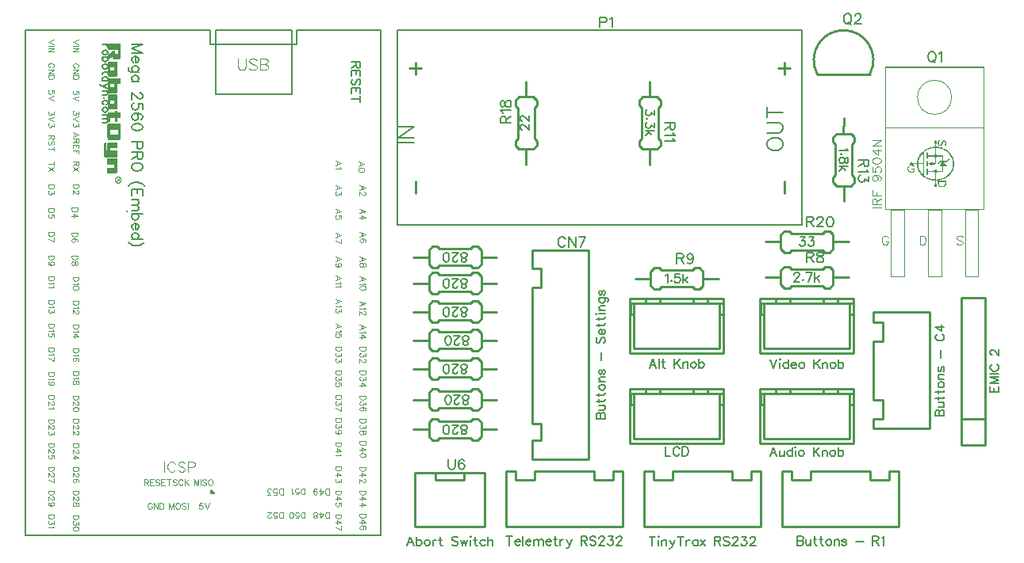
<source format=gto>
G04 Layer: TopSilkscreenLayer*
G04 EasyEDA v6.5.46, 2025-01-08 10:31:20*
G04 Gerber Generator version 0.2*
G04 Scale: 100 percent, Rotated: No, Reflected: No *
G04 Dimensions in inches *
G04 leading zeros omitted , absolute positions ,3 integer and 6 decimal *
%FSLAX36Y36*%
%MOIN*%

%ADD10C,0.0080*%
%ADD11C,0.0060*%
%ADD12C,0.0039*%
%ADD13C,0.0056*%
%ADD14C,0.0042*%
%ADD15C,0.0051*%
%ADD16C,0.0049*%
%ADD17C,0.0052*%
%ADD18C,0.0040*%
%ADD19C,0.0100*%
%ADD20C,0.0050*%
%ADD21C,0.0136*%

%LPD*%
G36*
X4080320Y1831840D02*
G01*
X4075040Y1831420D01*
X4073880Y1830960D01*
X4073120Y1830040D01*
X4072400Y1828420D01*
X4071920Y1826780D01*
X4071620Y1824740D01*
X4071480Y1822380D01*
X4071500Y1819780D01*
X4071980Y1815560D01*
X4073120Y1812520D01*
X4075120Y1810300D01*
X4078200Y1808540D01*
X4079900Y1807860D01*
X4081280Y1807560D01*
X4082660Y1807600D01*
X4084360Y1807980D01*
X4086740Y1808940D01*
X4088480Y1810460D01*
X4089780Y1812800D01*
X4090840Y1816220D01*
X4091720Y1819620D01*
X4092540Y1822280D01*
X4093320Y1824300D01*
X4094140Y1825740D01*
X4095040Y1826660D01*
X4096080Y1827120D01*
X4097300Y1827200D01*
X4098740Y1826980D01*
X4100539Y1825900D01*
X4101960Y1823860D01*
X4102799Y1821220D01*
X4102860Y1818460D01*
X4102420Y1816600D01*
X4101620Y1814360D01*
X4100520Y1811900D01*
X4099200Y1809360D01*
X4099280Y1809160D01*
X4099780Y1808980D01*
X4100600Y1808860D01*
X4101660Y1808820D01*
X4103060Y1808899D01*
X4104060Y1809199D01*
X4104800Y1809780D01*
X4105380Y1810700D01*
X4105920Y1812120D01*
X4106340Y1813880D01*
X4106640Y1815900D01*
X4106780Y1818040D01*
X4106800Y1820180D01*
X4106680Y1822220D01*
X4106400Y1824019D01*
X4105980Y1825460D01*
X4104880Y1827480D01*
X4103460Y1829139D01*
X4101760Y1830420D01*
X4099860Y1831300D01*
X4097840Y1831759D01*
X4095760Y1831759D01*
X4093700Y1831279D01*
X4091720Y1830300D01*
X4090040Y1828899D01*
X4088800Y1826980D01*
X4087760Y1824120D01*
X4086760Y1819920D01*
X4085820Y1816420D01*
X4084660Y1814139D01*
X4083140Y1812900D01*
X4081120Y1812520D01*
X4079080Y1812960D01*
X4077480Y1814199D01*
X4076320Y1816060D01*
X4075640Y1818380D01*
X4075480Y1821020D01*
X4075860Y1823800D01*
X4076800Y1826560D01*
X4078320Y1829160D01*
G37*
G36*
X4061700Y1831660D02*
G01*
X4059580Y1831060D01*
X4057380Y1829500D01*
X4056139Y1828260D01*
X4055460Y1827240D01*
X4055240Y1826200D01*
X4055330Y1825560D01*
X4058460Y1825560D01*
X4058500Y1826240D01*
X4058740Y1826940D01*
X4059100Y1827580D01*
X4059560Y1828060D01*
X4060100Y1828420D01*
X4060480Y1828560D01*
X4062080Y1828560D01*
X4062460Y1828660D01*
X4063519Y1828360D01*
X4064040Y1828100D01*
X4064460Y1827740D01*
X4064740Y1827300D01*
X4064840Y1826860D01*
X4064780Y1826440D01*
X4064520Y1826339D01*
X4064080Y1826560D01*
X4063360Y1827120D01*
X4062380Y1828060D01*
X4062080Y1828560D01*
X4060480Y1828560D01*
X4060700Y1828460D01*
X4060779Y1828140D01*
X4060720Y1827820D01*
X4060560Y1827560D01*
X4060320Y1827380D01*
X4059700Y1827180D01*
X4059380Y1826819D01*
X4059120Y1826300D01*
X4058600Y1824440D01*
X4058460Y1825560D01*
X4055330Y1825560D01*
X4055419Y1824920D01*
X4055740Y1823880D01*
X4056240Y1822800D01*
X4056880Y1821800D01*
X4058380Y1819940D01*
X4058860Y1818460D01*
X4059100Y1816080D01*
X4059160Y1805280D01*
X4051180Y1804520D01*
X4046259Y1803760D01*
X4041440Y1802740D01*
X4036700Y1801420D01*
X4032878Y1800120D01*
X4064840Y1800120D01*
X4072320Y1799319D01*
X4077360Y1798460D01*
X4082320Y1797280D01*
X4087160Y1795780D01*
X4091860Y1794000D01*
X4096420Y1791920D01*
X4100820Y1789580D01*
X4105020Y1787000D01*
X4108980Y1784160D01*
X4112740Y1781080D01*
X4116220Y1777800D01*
X4119420Y1774319D01*
X4120920Y1772500D01*
X4123660Y1768720D01*
X4124920Y1766780D01*
X4127260Y1762640D01*
X4129260Y1758660D01*
X4130860Y1754960D01*
X4132120Y1751320D01*
X4133140Y1747540D01*
X4134340Y1741100D01*
X4134600Y1737700D01*
X4134540Y1733440D01*
X4134220Y1728740D01*
X4133639Y1723980D01*
X4132860Y1719560D01*
X4131900Y1715860D01*
X4131019Y1713180D01*
X4129000Y1708160D01*
X4127880Y1705780D01*
X4126680Y1703480D01*
X4123960Y1699060D01*
X4122440Y1696920D01*
X4120820Y1694820D01*
X4117180Y1690660D01*
X4115160Y1688580D01*
X4111540Y1685260D01*
X4107580Y1682160D01*
X4103340Y1679300D01*
X4098860Y1676699D01*
X4096540Y1675480D01*
X4091800Y1673320D01*
X4086920Y1671440D01*
X4081960Y1669900D01*
X4076960Y1668720D01*
X4072000Y1667920D01*
X4064840Y1667280D01*
X4064840Y1694580D01*
X4067080Y1696519D01*
X4068580Y1697620D01*
X4070560Y1698220D01*
X4074220Y1698500D01*
X4085240Y1698740D01*
X4089180Y1698940D01*
X4092080Y1699180D01*
X4093519Y1699440D01*
X4094280Y1700140D01*
X4094700Y1701819D01*
X4094900Y1705200D01*
X4094960Y1721879D01*
X4102020Y1722040D01*
X4106019Y1722240D01*
X4108580Y1722660D01*
X4109960Y1723380D01*
X4110380Y1724480D01*
X4109920Y1725200D01*
X4106680Y1729340D01*
X4098220Y1739640D01*
X4106300Y1740380D01*
X4108440Y1741100D01*
X4110700Y1742740D01*
X4114060Y1745860D01*
X4117559Y1749340D01*
X4119320Y1751680D01*
X4119520Y1753220D01*
X4118340Y1754340D01*
X4117420Y1754580D01*
X4116240Y1754139D01*
X4114480Y1752860D01*
X4106700Y1745920D01*
X4094980Y1745920D01*
X4094540Y1767740D01*
X4069660Y1768160D01*
X4064900Y1772920D01*
X4064840Y1800120D01*
X4032878Y1800120D01*
X4029840Y1798959D01*
X4025400Y1796980D01*
X4021120Y1794760D01*
X4017000Y1792300D01*
X4013039Y1789600D01*
X4009280Y1786680D01*
X4005680Y1783540D01*
X4003901Y1781819D01*
X4012780Y1781819D01*
X4012780Y1782220D01*
X4013380Y1782980D01*
X4014520Y1784019D01*
X4017960Y1786639D01*
X4022320Y1789480D01*
X4024580Y1790780D01*
X4026800Y1791920D01*
X4029280Y1793040D01*
X4034840Y1795180D01*
X4040820Y1797060D01*
X4046760Y1798580D01*
X4052200Y1799580D01*
X4054600Y1799840D01*
X4056680Y1799940D01*
X4059160Y1799940D01*
X4059160Y1773220D01*
X4053700Y1768120D01*
X4029120Y1768120D01*
X4028720Y1777660D01*
X4028420Y1779760D01*
X4027960Y1781020D01*
X4027300Y1781680D01*
X4026600Y1782000D01*
X4025960Y1782060D01*
X4025320Y1781900D01*
X4024660Y1781480D01*
X4024240Y1780720D01*
X4023900Y1779220D01*
X4023620Y1777100D01*
X4023300Y1771660D01*
X4023260Y1765560D01*
X4023540Y1759980D01*
X4023800Y1757740D01*
X4024120Y1756080D01*
X4024540Y1755120D01*
X4025179Y1754460D01*
X4025760Y1754139D01*
X4026400Y1754160D01*
X4027180Y1754500D01*
X4027880Y1755100D01*
X4028380Y1756080D01*
X4028700Y1757500D01*
X4028900Y1759500D01*
X4029140Y1763680D01*
X4053519Y1763680D01*
X4059160Y1758540D01*
X4059120Y1743620D01*
X4058900Y1737880D01*
X4058720Y1737040D01*
X4046400Y1739700D01*
X4043440Y1740220D01*
X4041220Y1740500D01*
X4040059Y1740480D01*
X4039580Y1740160D01*
X4039180Y1739620D01*
X4038920Y1738940D01*
X4038720Y1737120D01*
X4038140Y1736560D01*
X4036680Y1736339D01*
X4029060Y1736300D01*
X4029000Y1742400D01*
X4028759Y1743700D01*
X4028240Y1744420D01*
X4027400Y1744820D01*
X4026240Y1745060D01*
X4025320Y1744980D01*
X4024600Y1744520D01*
X4024080Y1743580D01*
X4023740Y1742120D01*
X4023519Y1740060D01*
X4023399Y1737300D01*
X4023440Y1729960D01*
X4023580Y1726660D01*
X4023820Y1724259D01*
X4024080Y1723100D01*
X4024500Y1722740D01*
X4025140Y1722480D01*
X4025899Y1722340D01*
X4026720Y1722360D01*
X4027760Y1722620D01*
X4028380Y1723260D01*
X4028700Y1724580D01*
X4029140Y1731120D01*
X4036660Y1731080D01*
X4038100Y1730860D01*
X4038700Y1730340D01*
X4039140Y1727760D01*
X4040020Y1726720D01*
X4041340Y1726320D01*
X4043000Y1726620D01*
X4046980Y1727700D01*
X4057500Y1730160D01*
X4060560Y1731020D01*
X4062740Y1731800D01*
X4063840Y1732440D01*
X4064300Y1733680D01*
X4064620Y1736279D01*
X4064800Y1740400D01*
X4064840Y1758800D01*
X4070040Y1763680D01*
X4089260Y1763680D01*
X4089260Y1746100D01*
X4085100Y1745740D01*
X4082660Y1745400D01*
X4080640Y1744600D01*
X4078260Y1742860D01*
X4071580Y1736780D01*
X4069820Y1734880D01*
X4069180Y1733660D01*
X4069420Y1732780D01*
X4070740Y1731560D01*
X4072440Y1731540D01*
X4074820Y1732820D01*
X4080360Y1737340D01*
X4082360Y1738760D01*
X4083960Y1739680D01*
X4085059Y1740000D01*
X4086300Y1739880D01*
X4086680Y1739760D01*
X4086820Y1739620D01*
X4085740Y1737400D01*
X4081720Y1729880D01*
X4080560Y1727380D01*
X4079780Y1725360D01*
X4079500Y1724100D01*
X4079760Y1722960D01*
X4080899Y1722320D01*
X4083420Y1722040D01*
X4087820Y1721980D01*
X4088600Y1721720D01*
X4089020Y1720500D01*
X4089200Y1717740D01*
X4089260Y1703740D01*
X4069620Y1703740D01*
X4067660Y1705880D01*
X4066680Y1706740D01*
X4065539Y1707480D01*
X4064360Y1708040D01*
X4063260Y1708340D01*
X4060860Y1708320D01*
X4058480Y1707720D01*
X4056460Y1706660D01*
X4054320Y1704420D01*
X4052520Y1703959D01*
X4048639Y1703779D01*
X4029060Y1703740D01*
X4029060Y1707660D01*
X4028740Y1710880D01*
X4027840Y1712760D01*
X4026460Y1713240D01*
X4024640Y1712200D01*
X4024000Y1711140D01*
X4023600Y1708959D01*
X4023420Y1705120D01*
X4023399Y1694660D01*
X4023500Y1691300D01*
X4023700Y1688800D01*
X4024040Y1687060D01*
X4024540Y1685980D01*
X4025260Y1685440D01*
X4026200Y1685360D01*
X4027400Y1685600D01*
X4028279Y1686040D01*
X4028800Y1687020D01*
X4029020Y1688959D01*
X4029060Y1698560D01*
X4054100Y1698560D01*
X4059160Y1694280D01*
X4059160Y1667480D01*
X4054420Y1667540D01*
X4050740Y1667980D01*
X4046440Y1668800D01*
X4041800Y1669940D01*
X4037140Y1671300D01*
X4032720Y1672820D01*
X4030680Y1673620D01*
X4027720Y1675000D01*
X4024560Y1676680D01*
X4021380Y1678560D01*
X4018399Y1680460D01*
X4015840Y1682260D01*
X4013920Y1683820D01*
X4012840Y1684980D01*
X4012799Y1685620D01*
X4012960Y1686399D01*
X4013240Y1691639D01*
X4013560Y1712860D01*
X4013620Y1740860D01*
X4013420Y1766600D01*
X4013200Y1775800D01*
X4012940Y1781040D01*
X4012780Y1781819D01*
X4003901Y1781819D01*
X4000680Y1778420D01*
X3997620Y1774760D01*
X3994800Y1770920D01*
X3992220Y1766879D01*
X3990040Y1762900D01*
X3988180Y1758680D01*
X3986520Y1754079D01*
X3985140Y1749420D01*
X3984120Y1745000D01*
X3983780Y1742960D01*
X3983580Y1741100D01*
X3983500Y1739440D01*
X3983500Y1736300D01*
X3989200Y1736300D01*
X3989200Y1739680D01*
X3989340Y1741639D01*
X3989700Y1744040D01*
X3990260Y1746740D01*
X3991000Y1749640D01*
X3991860Y1752580D01*
X3992820Y1755440D01*
X3993840Y1758080D01*
X3994860Y1760380D01*
X3995860Y1762240D01*
X3998580Y1766639D01*
X4001860Y1771339D01*
X4005179Y1775620D01*
X4008720Y1779580D01*
X4008720Y1736300D01*
X3970899Y1736360D01*
X3968140Y1736560D01*
X3966420Y1737000D01*
X3964440Y1738320D01*
X3963420Y1738880D01*
X3962360Y1739340D01*
X3961360Y1739660D01*
X3960160Y1739800D01*
X3959100Y1739620D01*
X3958000Y1739000D01*
X3956680Y1737920D01*
X3955160Y1736240D01*
X3954400Y1734640D01*
X3954390Y1732800D01*
X3957640Y1732800D01*
X3957679Y1734760D01*
X3959060Y1736279D01*
X3960360Y1736800D01*
X3961280Y1737000D01*
X3961400Y1736900D01*
X3960779Y1736459D01*
X3959360Y1735680D01*
X3958780Y1735080D01*
X3958420Y1734360D01*
X3958300Y1733580D01*
X3958420Y1732780D01*
X3958759Y1732100D01*
X3959340Y1731540D01*
X3960800Y1730860D01*
X3961120Y1730640D01*
X3961080Y1730500D01*
X3960700Y1730420D01*
X3958700Y1731100D01*
X3957640Y1732800D01*
X3954390Y1732800D01*
X3955340Y1729740D01*
X3955100Y1728959D01*
X3954040Y1728200D01*
X3950080Y1726220D01*
X3948460Y1725040D01*
X3947020Y1723620D01*
X3945700Y1721900D01*
X3944420Y1719820D01*
X3943680Y1717980D01*
X3943340Y1715780D01*
X3943279Y1712700D01*
X3943380Y1710140D01*
X3943720Y1707840D01*
X3944280Y1705800D01*
X3945100Y1703980D01*
X3946160Y1702360D01*
X3947500Y1700940D01*
X3949100Y1699680D01*
X3950980Y1698580D01*
X3953100Y1697620D01*
X3955160Y1697060D01*
X3957660Y1696819D01*
X3961139Y1696780D01*
X3964120Y1696900D01*
X3966740Y1697160D01*
X3968960Y1697560D01*
X3970700Y1698100D01*
X3973740Y1699319D01*
X3973740Y1712620D01*
X3962880Y1712600D01*
X3960820Y1712380D01*
X3960040Y1711840D01*
X3959920Y1710780D01*
X3960020Y1709740D01*
X3960580Y1709199D01*
X3961920Y1708959D01*
X3968960Y1708920D01*
X3968519Y1702840D01*
X3968080Y1701620D01*
X3967080Y1701000D01*
X3965200Y1700580D01*
X3961620Y1700220D01*
X3958240Y1700520D01*
X3955120Y1701459D01*
X3952400Y1703040D01*
X3950680Y1704680D01*
X3949380Y1706579D01*
X3948519Y1708700D01*
X3948060Y1710960D01*
X3948000Y1713260D01*
X3948320Y1715560D01*
X3949000Y1717780D01*
X3950020Y1719820D01*
X3951380Y1721639D01*
X3953039Y1723140D01*
X3954980Y1724240D01*
X3957220Y1724900D01*
X3960520Y1725120D01*
X3964120Y1724740D01*
X3967600Y1723860D01*
X3970620Y1722540D01*
X3973740Y1720740D01*
X3973680Y1725380D01*
X3973180Y1726399D01*
X3971840Y1727100D01*
X3967140Y1728560D01*
X3965920Y1729100D01*
X3965500Y1729600D01*
X3965740Y1730140D01*
X3966620Y1730580D01*
X3968380Y1730900D01*
X3971160Y1731060D01*
X4008720Y1731120D01*
X4008680Y1701180D01*
X4008519Y1694460D01*
X4008320Y1690040D01*
X4008200Y1688920D01*
X4008060Y1688620D01*
X4004720Y1692380D01*
X4001640Y1696300D01*
X3998860Y1700300D01*
X3996400Y1704340D01*
X3994280Y1708420D01*
X3992500Y1712480D01*
X3991080Y1716480D01*
X3990040Y1720400D01*
X3989420Y1724199D01*
X3989200Y1727820D01*
X3989200Y1731120D01*
X3983500Y1731120D01*
X3983500Y1727980D01*
X3983820Y1724379D01*
X3984700Y1719800D01*
X3985940Y1714920D01*
X3987440Y1710380D01*
X3989280Y1706040D01*
X3991440Y1701819D01*
X3993920Y1697720D01*
X3996720Y1693779D01*
X3999780Y1690000D01*
X4003100Y1686399D01*
X4006700Y1683000D01*
X4010520Y1679800D01*
X4014560Y1676819D01*
X4018800Y1674079D01*
X4023240Y1671560D01*
X4027860Y1669319D01*
X4032640Y1667360D01*
X4037559Y1665680D01*
X4042100Y1664520D01*
X4047540Y1663420D01*
X4052740Y1662620D01*
X4054880Y1662380D01*
X4059160Y1662300D01*
X4059100Y1651360D01*
X4058900Y1648959D01*
X4058500Y1647520D01*
X4055899Y1644319D01*
X4055729Y1643440D01*
X4058420Y1643440D01*
X4059020Y1641600D01*
X4059880Y1640200D01*
X4061160Y1639540D01*
X4062580Y1639640D01*
X4063880Y1640580D01*
X4064600Y1641260D01*
X4064740Y1641220D01*
X4064700Y1640900D01*
X4064440Y1640420D01*
X4063540Y1639440D01*
X4062980Y1639060D01*
X4061520Y1638680D01*
X4060160Y1639100D01*
X4059100Y1640140D01*
X4058580Y1641660D01*
X4058420Y1643440D01*
X4055729Y1643440D01*
X4055360Y1641540D01*
X4056200Y1638899D01*
X4058399Y1636860D01*
X4060779Y1636020D01*
X4063020Y1636000D01*
X4065000Y1636660D01*
X4066580Y1637860D01*
X4067660Y1639500D01*
X4068080Y1641399D01*
X4067720Y1643440D01*
X4065640Y1646740D01*
X4065140Y1648380D01*
X4064900Y1650920D01*
X4064840Y1662300D01*
X4067080Y1662300D01*
X4070640Y1662620D01*
X4075740Y1663440D01*
X4081160Y1664520D01*
X4085640Y1665640D01*
X4088180Y1666440D01*
X4093200Y1668320D01*
X4098100Y1670520D01*
X4102840Y1673020D01*
X4107400Y1675800D01*
X4111740Y1678860D01*
X4115840Y1682120D01*
X4119680Y1685600D01*
X4123200Y1689280D01*
X4126400Y1693100D01*
X4127860Y1695060D01*
X4130480Y1699079D01*
X4131660Y1701140D01*
X4133600Y1705120D01*
X4135360Y1709300D01*
X4136960Y1713600D01*
X4138240Y1717560D01*
X4138720Y1719280D01*
X4139060Y1721080D01*
X4139660Y1726260D01*
X4140040Y1732340D01*
X4140100Y1737880D01*
X4140000Y1740000D01*
X4139380Y1744580D01*
X4138320Y1749319D01*
X4137660Y1751699D01*
X4136019Y1756500D01*
X4134060Y1761220D01*
X4131780Y1765780D01*
X4129240Y1770120D01*
X4127880Y1772180D01*
X4126460Y1774139D01*
X4122900Y1778480D01*
X4119340Y1782420D01*
X4117640Y1784060D01*
X4115880Y1785600D01*
X4111760Y1788720D01*
X4106940Y1791980D01*
X4102340Y1794740D01*
X4097660Y1797160D01*
X4092880Y1799240D01*
X4087980Y1801000D01*
X4085480Y1801780D01*
X4080360Y1803080D01*
X4075040Y1804079D01*
X4069520Y1804800D01*
X4064840Y1805280D01*
X4064900Y1816879D01*
X4065120Y1819360D01*
X4065620Y1820800D01*
X4066480Y1821759D01*
X4067780Y1823560D01*
X4068120Y1825740D01*
X4067500Y1827980D01*
X4065960Y1829940D01*
X4063820Y1831279D01*
G37*
G36*
X4071360Y1661560D02*
G01*
X4071360Y1657120D01*
X4102260Y1657120D01*
X4102260Y1653080D01*
X4102160Y1651260D01*
X4101880Y1649340D01*
X4101460Y1647520D01*
X4100960Y1646040D01*
X4100140Y1644460D01*
X4099200Y1643140D01*
X4098080Y1642080D01*
X4096780Y1641220D01*
X4095280Y1640580D01*
X4093519Y1640140D01*
X4091520Y1639880D01*
X4089200Y1639800D01*
X4086040Y1639980D01*
X4083340Y1640520D01*
X4081100Y1641420D01*
X4079300Y1642720D01*
X4077940Y1644420D01*
X4076980Y1646540D01*
X4076420Y1649120D01*
X4076240Y1652140D01*
X4076240Y1657120D01*
X4071360Y1657120D01*
X4071420Y1653839D01*
X4071620Y1651360D01*
X4071960Y1649079D01*
X4072420Y1647000D01*
X4073039Y1645080D01*
X4073780Y1643340D01*
X4074680Y1641780D01*
X4075740Y1640380D01*
X4076940Y1639139D01*
X4078279Y1638060D01*
X4079800Y1637120D01*
X4081460Y1636320D01*
X4083100Y1635780D01*
X4084940Y1635360D01*
X4086900Y1635100D01*
X4088940Y1635000D01*
X4090960Y1635040D01*
X4092919Y1635220D01*
X4094740Y1635580D01*
X4096380Y1636080D01*
X4098920Y1637220D01*
X4101040Y1638600D01*
X4102760Y1640240D01*
X4104120Y1642220D01*
X4105120Y1644560D01*
X4105820Y1647300D01*
X4106200Y1650520D01*
X4106340Y1654220D01*
X4106340Y1661560D01*
G37*
D10*
X2873089Y911498D02*
G01*
X2858788Y873899D01*
X2873089Y911498D02*
G01*
X2887389Y873899D01*
X2864188Y886498D02*
G01*
X2882088Y886498D01*
X2899188Y911498D02*
G01*
X2899188Y873899D01*
X2916388Y911498D02*
G01*
X2916388Y881098D01*
X2918189Y875698D01*
X2921788Y873899D01*
X2925388Y873899D01*
X2911089Y898998D02*
G01*
X2923589Y898998D01*
X2964688Y911498D02*
G01*
X2964688Y873899D01*
X2989789Y911498D02*
G01*
X2964688Y886498D01*
X2973689Y895399D02*
G01*
X2989789Y873899D01*
X3001589Y898998D02*
G01*
X3001589Y873899D01*
X3001589Y891799D02*
G01*
X3006989Y897199D01*
X3010589Y898998D01*
X3015888Y898998D01*
X3019489Y897199D01*
X3021288Y891799D01*
X3021288Y873899D01*
X3041989Y898998D02*
G01*
X3038488Y897199D01*
X3034889Y893598D01*
X3033089Y888299D01*
X3033089Y884699D01*
X3034889Y879299D01*
X3038488Y875698D01*
X3041989Y873899D01*
X3047389Y873899D01*
X3050988Y875698D01*
X3054588Y879299D01*
X3056388Y884699D01*
X3056388Y888299D01*
X3054588Y893598D01*
X3050988Y897199D01*
X3047389Y898998D01*
X3041989Y898998D01*
X3068189Y911498D02*
G01*
X3068189Y873899D01*
X3068189Y893598D02*
G01*
X3071788Y897199D01*
X3075289Y898998D01*
X3080689Y898998D01*
X3084288Y897199D01*
X3087888Y893598D01*
X3089688Y888299D01*
X3089688Y884699D01*
X3087888Y879299D01*
X3084288Y875698D01*
X3080689Y873899D01*
X3075289Y873899D01*
X3071788Y875698D01*
X3068189Y879299D01*
X3365048Y909699D02*
G01*
X3379349Y872100D01*
X3393648Y909699D02*
G01*
X3379349Y872100D01*
X3405448Y909699D02*
G01*
X3407249Y907899D01*
X3409049Y909699D01*
X3407249Y911500D01*
X3405448Y909699D01*
X3407249Y897199D02*
G01*
X3407249Y872100D01*
X3442349Y909699D02*
G01*
X3442349Y872100D01*
X3442349Y891799D02*
G01*
X3438748Y895399D01*
X3435249Y897199D01*
X3429849Y897199D01*
X3426248Y895399D01*
X3422649Y891799D01*
X3420848Y886500D01*
X3420848Y882899D01*
X3422649Y877500D01*
X3426248Y873899D01*
X3429849Y872100D01*
X3435249Y872100D01*
X3438748Y873899D01*
X3442349Y877500D01*
X3454148Y886500D02*
G01*
X3475649Y886500D01*
X3475649Y890000D01*
X3473849Y893600D01*
X3472048Y895399D01*
X3468449Y897199D01*
X3463149Y897199D01*
X3459548Y895399D01*
X3455949Y891799D01*
X3454148Y886500D01*
X3454148Y882899D01*
X3455949Y877500D01*
X3459548Y873899D01*
X3463149Y872100D01*
X3468449Y872100D01*
X3472048Y873899D01*
X3475649Y877500D01*
X3496449Y897199D02*
G01*
X3492848Y895399D01*
X3489249Y891799D01*
X3487448Y886500D01*
X3487448Y882899D01*
X3489249Y877500D01*
X3492848Y873899D01*
X3496449Y872100D01*
X3501749Y872100D01*
X3505348Y873899D01*
X3508949Y877500D01*
X3510748Y882899D01*
X3510748Y886500D01*
X3508949Y891799D01*
X3505348Y895399D01*
X3501749Y897199D01*
X3496449Y897199D01*
X3550048Y909699D02*
G01*
X3550048Y872100D01*
X3575149Y909699D02*
G01*
X3550048Y884699D01*
X3559049Y893600D02*
G01*
X3575149Y872100D01*
X3586949Y897199D02*
G01*
X3586949Y872100D01*
X3586949Y890000D02*
G01*
X3592349Y895399D01*
X3595949Y897199D01*
X3601248Y897199D01*
X3604849Y895399D01*
X3606648Y890000D01*
X3606648Y872100D01*
X3627349Y897199D02*
G01*
X3623849Y895399D01*
X3620249Y891799D01*
X3618449Y886500D01*
X3618449Y882899D01*
X3620249Y877500D01*
X3623849Y873899D01*
X3627349Y872100D01*
X3632749Y872100D01*
X3636349Y873899D01*
X3639948Y877500D01*
X3641749Y882899D01*
X3641749Y886500D01*
X3639948Y891799D01*
X3636349Y895399D01*
X3632749Y897199D01*
X3627349Y897199D01*
X3653549Y909699D02*
G01*
X3653549Y872100D01*
X3653549Y891799D02*
G01*
X3657148Y895399D01*
X3660649Y897199D01*
X3666049Y897199D01*
X3669648Y895399D01*
X3673248Y891799D01*
X3674948Y886500D01*
X3674948Y882899D01*
X3673248Y877500D01*
X3669648Y873899D01*
X3666049Y872100D01*
X3660649Y872100D01*
X3657148Y873899D01*
X3653549Y877500D01*
X3380200Y539699D02*
G01*
X3365901Y502100D01*
X3380200Y539699D02*
G01*
X3394501Y502100D01*
X3371301Y514699D02*
G01*
X3389201Y514699D01*
X3406301Y527199D02*
G01*
X3406301Y509299D01*
X3408100Y503899D01*
X3411701Y502100D01*
X3417101Y502100D01*
X3420700Y503899D01*
X3426000Y509299D01*
X3426000Y527199D02*
G01*
X3426000Y502100D01*
X3459300Y539699D02*
G01*
X3459300Y502100D01*
X3459300Y521799D02*
G01*
X3455700Y525399D01*
X3452200Y527199D01*
X3446800Y527199D01*
X3443200Y525399D01*
X3439601Y521799D01*
X3437800Y516500D01*
X3437800Y512899D01*
X3439601Y507500D01*
X3443200Y503899D01*
X3446800Y502100D01*
X3452200Y502100D01*
X3455700Y503899D01*
X3459300Y507500D01*
X3471100Y539699D02*
G01*
X3472901Y537899D01*
X3474700Y539699D01*
X3472901Y541500D01*
X3471100Y539699D01*
X3472901Y527199D02*
G01*
X3472901Y502100D01*
X3495501Y527199D02*
G01*
X3491900Y525399D01*
X3488301Y521799D01*
X3486500Y516500D01*
X3486500Y512899D01*
X3488301Y507500D01*
X3491900Y503899D01*
X3495501Y502100D01*
X3500801Y502100D01*
X3504400Y503899D01*
X3508001Y507500D01*
X3509800Y512899D01*
X3509800Y516500D01*
X3508001Y521799D01*
X3504400Y525399D01*
X3500801Y527199D01*
X3495501Y527199D01*
X3549101Y539699D02*
G01*
X3549101Y502100D01*
X3574201Y539699D02*
G01*
X3549101Y514699D01*
X3558100Y523600D02*
G01*
X3574201Y502100D01*
X3586000Y527199D02*
G01*
X3586000Y502100D01*
X3586000Y520000D02*
G01*
X3591400Y525399D01*
X3595001Y527199D01*
X3600300Y527199D01*
X3603900Y525399D01*
X3605700Y520000D01*
X3605700Y502100D01*
X3626500Y527199D02*
G01*
X3622901Y525399D01*
X3619300Y521799D01*
X3617501Y516500D01*
X3617501Y512899D01*
X3619300Y507500D01*
X3622901Y503899D01*
X3626500Y502100D01*
X3631800Y502100D01*
X3635401Y503899D01*
X3639000Y507500D01*
X3640801Y512899D01*
X3640801Y516500D01*
X3639000Y521799D01*
X3635401Y525399D01*
X3631800Y527199D01*
X3626500Y527199D01*
X3652601Y539699D02*
G01*
X3652601Y502100D01*
X3652601Y521799D02*
G01*
X3656201Y525399D01*
X3659700Y527199D01*
X3665101Y527199D01*
X3668701Y525399D01*
X3672300Y521799D01*
X3674101Y516500D01*
X3674101Y512899D01*
X3672300Y507500D01*
X3668701Y503899D01*
X3665101Y502100D01*
X3659700Y502100D01*
X3656201Y503899D01*
X3652601Y507500D01*
X2925736Y541498D02*
G01*
X2925736Y503899D01*
X2925736Y503899D02*
G01*
X2947236Y503899D01*
X2985837Y532599D02*
G01*
X2984036Y536199D01*
X2980537Y539699D01*
X2976936Y541498D01*
X2969736Y541498D01*
X2966136Y539699D01*
X2962637Y536199D01*
X2960837Y532599D01*
X2959036Y527199D01*
X2959036Y518299D01*
X2960837Y512899D01*
X2962637Y509299D01*
X2966136Y505698D01*
X2969736Y503899D01*
X2976936Y503899D01*
X2980537Y505698D01*
X2984036Y509299D01*
X2985837Y512899D01*
X2997637Y541498D02*
G01*
X2997637Y503899D01*
X2997637Y541498D02*
G01*
X3010236Y541498D01*
X3015537Y539699D01*
X3019137Y536199D01*
X3020937Y532599D01*
X3022736Y527199D01*
X3022736Y518299D01*
X3020937Y512899D01*
X3019137Y509299D01*
X3015537Y505698D01*
X3010236Y503899D01*
X2997637Y503899D01*
X1854300Y162901D02*
G01*
X1840000Y125300D01*
X1854300Y162901D02*
G01*
X1868599Y125300D01*
X1845399Y137901D02*
G01*
X1863299Y137901D01*
X1880399Y162901D02*
G01*
X1880399Y125300D01*
X1880399Y145001D02*
G01*
X1883999Y148600D01*
X1887600Y150401D01*
X1893000Y150401D01*
X1896499Y148600D01*
X1900100Y145001D01*
X1901899Y139701D01*
X1901899Y136100D01*
X1900100Y130700D01*
X1896499Y127100D01*
X1893000Y125300D01*
X1887600Y125300D01*
X1883999Y127100D01*
X1880399Y130700D01*
X1922700Y150401D02*
G01*
X1919099Y148600D01*
X1915500Y145001D01*
X1913699Y139701D01*
X1913699Y136100D01*
X1915500Y130700D01*
X1919099Y127100D01*
X1922700Y125300D01*
X1928000Y125300D01*
X1931599Y127100D01*
X1935200Y130700D01*
X1936999Y136100D01*
X1936999Y139701D01*
X1935200Y145001D01*
X1931599Y148600D01*
X1928000Y150401D01*
X1922700Y150401D01*
X1948800Y150401D02*
G01*
X1948800Y125300D01*
X1948800Y139701D02*
G01*
X1950600Y145001D01*
X1954200Y148600D01*
X1957799Y150401D01*
X1963100Y150401D01*
X1980299Y162901D02*
G01*
X1980299Y132501D01*
X1982100Y127100D01*
X1985699Y125300D01*
X1989200Y125300D01*
X1974899Y150401D02*
G01*
X1987500Y150401D01*
X2053699Y157600D02*
G01*
X2050100Y161100D01*
X2044700Y162901D01*
X2037600Y162901D01*
X2032200Y161100D01*
X2028599Y157600D01*
X2028599Y154000D01*
X2030399Y150401D01*
X2032200Y148600D01*
X2035799Y146801D01*
X2046499Y143200D01*
X2050100Y141500D01*
X2051899Y139701D01*
X2053699Y136100D01*
X2053699Y130700D01*
X2050100Y127100D01*
X2044700Y125300D01*
X2037600Y125300D01*
X2032200Y127100D01*
X2028599Y130700D01*
X2065500Y150401D02*
G01*
X2072600Y125300D01*
X2079799Y150401D02*
G01*
X2072600Y125300D01*
X2079799Y150401D02*
G01*
X2086999Y125300D01*
X2094099Y150401D02*
G01*
X2086999Y125300D01*
X2105900Y162901D02*
G01*
X2107700Y161100D01*
X2109499Y162901D01*
X2107700Y164701D01*
X2105900Y162901D01*
X2107700Y150401D02*
G01*
X2107700Y125300D01*
X2126700Y162901D02*
G01*
X2126700Y132501D01*
X2128500Y127100D01*
X2132100Y125300D01*
X2135600Y125300D01*
X2121300Y150401D02*
G01*
X2133800Y150401D01*
X2168900Y145001D02*
G01*
X2165299Y148600D01*
X2161800Y150401D01*
X2156400Y150401D01*
X2152799Y148600D01*
X2149200Y145001D01*
X2147399Y139701D01*
X2147399Y136100D01*
X2149200Y130700D01*
X2152799Y127100D01*
X2156400Y125300D01*
X2161800Y125300D01*
X2165299Y127100D01*
X2168900Y130700D01*
X2180699Y162901D02*
G01*
X2180699Y125300D01*
X2180699Y143200D02*
G01*
X2186099Y148600D01*
X2189700Y150401D01*
X2195000Y150401D01*
X2198599Y148600D01*
X2200399Y143200D01*
X2200399Y125300D01*
X2270244Y164699D02*
G01*
X2270244Y127100D01*
X2257744Y164699D02*
G01*
X2282843Y164699D01*
X2294643Y141500D02*
G01*
X2316044Y141500D01*
X2316044Y145000D01*
X2314243Y148600D01*
X2312543Y150399D01*
X2308944Y152199D01*
X2303544Y152199D01*
X2299943Y150399D01*
X2296444Y146799D01*
X2294643Y141500D01*
X2294643Y137899D01*
X2296444Y132500D01*
X2299943Y128899D01*
X2303544Y127100D01*
X2308944Y127100D01*
X2312543Y128899D01*
X2316044Y132500D01*
X2327943Y164699D02*
G01*
X2327943Y127100D01*
X2339744Y141500D02*
G01*
X2361144Y141500D01*
X2361144Y145000D01*
X2359344Y148600D01*
X2357644Y150399D01*
X2354044Y152199D01*
X2348644Y152199D01*
X2345043Y150399D01*
X2341544Y146799D01*
X2339744Y141500D01*
X2339744Y137899D01*
X2341544Y132500D01*
X2345043Y128899D01*
X2348644Y127100D01*
X2354044Y127100D01*
X2357644Y128899D01*
X2361144Y132500D01*
X2372943Y152199D02*
G01*
X2372943Y127100D01*
X2372943Y145000D02*
G01*
X2378343Y150399D01*
X2381944Y152199D01*
X2387344Y152199D01*
X2390843Y150399D01*
X2392644Y145000D01*
X2392644Y127100D01*
X2392644Y145000D02*
G01*
X2398044Y150399D01*
X2401643Y152199D01*
X2406944Y152199D01*
X2410544Y150399D01*
X2412344Y145000D01*
X2412344Y127100D01*
X2424143Y141500D02*
G01*
X2445644Y141500D01*
X2445644Y145000D01*
X2443843Y148600D01*
X2442043Y150399D01*
X2438443Y152199D01*
X2433144Y152199D01*
X2429543Y150399D01*
X2425943Y146799D01*
X2424143Y141500D01*
X2424143Y137899D01*
X2425943Y132500D01*
X2429543Y128899D01*
X2433144Y127100D01*
X2438443Y127100D01*
X2442043Y128899D01*
X2445644Y132500D01*
X2462843Y164699D02*
G01*
X2462843Y134299D01*
X2464643Y128899D01*
X2468244Y127100D01*
X2471743Y127100D01*
X2457443Y152199D02*
G01*
X2469943Y152199D01*
X2483544Y152199D02*
G01*
X2483544Y127100D01*
X2483544Y141500D02*
G01*
X2485343Y146799D01*
X2488944Y150399D01*
X2492543Y152199D01*
X2497943Y152199D01*
X2511544Y152199D02*
G01*
X2522244Y127100D01*
X2532943Y152199D02*
G01*
X2522244Y127100D01*
X2518644Y120000D01*
X2515043Y116399D01*
X2511544Y114600D01*
X2509744Y114600D01*
X2572344Y164699D02*
G01*
X2572344Y127100D01*
X2572344Y164699D02*
G01*
X2588443Y164699D01*
X2593843Y162899D01*
X2595644Y161100D01*
X2597443Y157600D01*
X2597443Y154000D01*
X2595644Y150399D01*
X2593843Y148600D01*
X2588443Y146799D01*
X2572344Y146799D01*
X2584844Y146799D02*
G01*
X2597443Y127100D01*
X2634243Y159400D02*
G01*
X2630644Y162899D01*
X2625343Y164699D01*
X2618144Y164699D01*
X2612744Y162899D01*
X2609243Y159400D01*
X2609243Y155799D01*
X2611044Y152199D01*
X2612744Y150399D01*
X2616343Y148600D01*
X2627143Y145000D01*
X2630644Y143299D01*
X2632443Y141500D01*
X2634243Y137899D01*
X2634243Y132500D01*
X2630644Y128899D01*
X2625343Y127100D01*
X2618144Y127100D01*
X2612744Y128899D01*
X2609243Y132500D01*
X2647843Y155799D02*
G01*
X2647843Y157600D01*
X2649643Y161100D01*
X2651444Y162899D01*
X2655043Y164699D01*
X2662143Y164699D01*
X2665744Y162899D01*
X2667543Y161100D01*
X2669344Y157600D01*
X2669344Y154000D01*
X2667543Y150399D01*
X2663944Y145000D01*
X2646044Y127100D01*
X2671144Y127100D01*
X2686544Y164699D02*
G01*
X2706243Y164699D01*
X2695443Y150399D01*
X2700843Y150399D01*
X2704444Y148600D01*
X2706243Y146799D01*
X2707943Y141500D01*
X2707943Y137899D01*
X2706243Y132500D01*
X2702644Y128899D01*
X2697244Y127100D01*
X2691844Y127100D01*
X2686544Y128899D01*
X2684744Y130700D01*
X2682943Y134299D01*
X2721643Y155799D02*
G01*
X2721643Y157600D01*
X2723343Y161100D01*
X2725144Y162899D01*
X2728743Y164699D01*
X2735943Y164699D01*
X2739444Y162899D01*
X2741243Y161100D01*
X2743044Y157600D01*
X2743044Y154000D01*
X2741243Y150399D01*
X2737744Y145000D01*
X2719844Y127100D01*
X2744844Y127100D01*
X2871507Y162901D02*
G01*
X2871507Y125300D01*
X2859007Y162901D02*
G01*
X2884107Y162901D01*
X2895906Y162901D02*
G01*
X2897707Y161100D01*
X2899407Y162901D01*
X2897707Y164701D01*
X2895906Y162901D01*
X2897707Y150401D02*
G01*
X2897707Y125300D01*
X2911306Y150401D02*
G01*
X2911306Y125300D01*
X2911306Y143200D02*
G01*
X2916607Y148600D01*
X2920207Y150401D01*
X2925607Y150401D01*
X2929206Y148600D01*
X2930906Y143200D01*
X2930906Y125300D01*
X2944507Y150401D02*
G01*
X2955307Y125300D01*
X2966006Y150401D02*
G01*
X2955307Y125300D01*
X2951706Y118200D01*
X2948107Y114600D01*
X2944507Y112800D01*
X2942807Y112800D01*
X2990406Y162901D02*
G01*
X2990406Y125300D01*
X2977807Y162901D02*
G01*
X3002906Y162901D01*
X3014706Y150401D02*
G01*
X3014706Y125300D01*
X3014706Y139701D02*
G01*
X3016507Y145001D01*
X3020106Y148600D01*
X3023607Y150401D01*
X3029007Y150401D01*
X3062307Y150401D02*
G01*
X3062307Y125300D01*
X3062307Y145001D02*
G01*
X3058707Y148600D01*
X3055106Y150401D01*
X3049807Y150401D01*
X3046207Y148600D01*
X3042606Y145001D01*
X3040807Y139701D01*
X3040807Y136100D01*
X3042606Y130700D01*
X3046207Y127100D01*
X3049807Y125300D01*
X3055106Y125300D01*
X3058707Y127100D01*
X3062307Y130700D01*
X3074107Y150401D02*
G01*
X3093806Y125300D01*
X3093806Y150401D02*
G01*
X3074107Y125300D01*
X3133207Y162901D02*
G01*
X3133207Y125300D01*
X3133207Y162901D02*
G01*
X3149306Y162901D01*
X3154606Y161100D01*
X3156406Y159301D01*
X3158207Y155801D01*
X3158207Y152201D01*
X3156406Y148600D01*
X3154606Y146801D01*
X3149306Y145001D01*
X3133207Y145001D01*
X3145707Y145001D02*
G01*
X3158207Y125300D01*
X3195106Y157600D02*
G01*
X3191507Y161100D01*
X3186107Y162901D01*
X3179007Y162901D01*
X3173607Y161100D01*
X3170006Y157600D01*
X3170006Y154000D01*
X3171806Y150401D01*
X3173607Y148600D01*
X3177206Y146801D01*
X3187906Y143200D01*
X3191507Y141500D01*
X3193307Y139701D01*
X3195106Y136100D01*
X3195106Y130700D01*
X3191507Y127100D01*
X3186107Y125300D01*
X3179007Y125300D01*
X3173607Y127100D01*
X3170006Y130700D01*
X3208707Y154000D02*
G01*
X3208707Y155801D01*
X3210506Y159301D01*
X3212307Y161100D01*
X3215807Y162901D01*
X3223006Y162901D01*
X3226607Y161100D01*
X3228406Y159301D01*
X3230207Y155801D01*
X3230207Y152201D01*
X3228406Y148600D01*
X3224807Y143200D01*
X3206907Y125300D01*
X3231907Y125300D01*
X3247307Y162901D02*
G01*
X3267007Y162901D01*
X3256306Y148600D01*
X3261607Y148600D01*
X3265207Y146801D01*
X3267007Y145001D01*
X3268806Y139701D01*
X3268806Y136100D01*
X3267007Y130700D01*
X3263406Y127100D01*
X3258107Y125300D01*
X3252707Y125300D01*
X3247307Y127100D01*
X3245506Y128901D01*
X3243806Y132501D01*
X3282407Y154000D02*
G01*
X3282407Y155801D01*
X3284206Y159301D01*
X3286006Y161100D01*
X3289606Y162901D01*
X3296706Y162901D01*
X3300307Y161100D01*
X3302106Y159301D01*
X3303906Y155801D01*
X3303906Y152201D01*
X3302106Y148600D01*
X3298506Y143200D01*
X3280607Y125300D01*
X3305707Y125300D01*
X3480309Y164699D02*
G01*
X3480309Y127100D01*
X3480309Y164699D02*
G01*
X3496409Y164699D01*
X3501809Y162899D01*
X3503609Y161100D01*
X3505410Y157600D01*
X3505410Y154000D01*
X3503609Y150399D01*
X3501809Y148600D01*
X3496409Y146799D01*
X3480309Y146799D02*
G01*
X3496409Y146799D01*
X3501809Y145000D01*
X3503609Y143299D01*
X3505410Y139699D01*
X3505410Y134299D01*
X3503609Y130700D01*
X3501809Y128899D01*
X3496409Y127100D01*
X3480309Y127100D01*
X3517209Y152199D02*
G01*
X3517209Y134299D01*
X3519009Y128899D01*
X3522510Y127100D01*
X3527910Y127100D01*
X3531509Y128899D01*
X3536809Y134299D01*
X3536809Y152199D02*
G01*
X3536809Y127100D01*
X3554009Y164699D02*
G01*
X3554009Y134299D01*
X3555810Y128899D01*
X3559409Y127100D01*
X3563010Y127100D01*
X3548710Y152199D02*
G01*
X3561210Y152199D01*
X3580209Y164699D02*
G01*
X3580209Y134299D01*
X3581909Y128899D01*
X3585510Y127100D01*
X3589110Y127100D01*
X3574809Y152199D02*
G01*
X3587309Y152199D01*
X3609910Y152199D02*
G01*
X3606310Y150399D01*
X3602709Y146799D01*
X3600910Y141500D01*
X3600910Y137899D01*
X3602709Y132500D01*
X3606310Y128899D01*
X3609910Y127100D01*
X3615209Y127100D01*
X3618810Y128899D01*
X3622410Y132500D01*
X3624210Y137899D01*
X3624210Y141500D01*
X3622410Y146799D01*
X3618810Y150399D01*
X3615209Y152199D01*
X3609910Y152199D01*
X3636009Y152199D02*
G01*
X3636009Y127100D01*
X3636009Y145000D02*
G01*
X3641409Y150399D01*
X3644910Y152199D01*
X3650309Y152199D01*
X3653909Y150399D01*
X3655709Y145000D01*
X3655709Y127100D01*
X3687209Y146799D02*
G01*
X3685410Y150399D01*
X3680010Y152199D01*
X3674610Y152199D01*
X3669309Y150399D01*
X3667510Y146799D01*
X3669309Y143299D01*
X3672910Y141500D01*
X3681809Y139699D01*
X3685410Y137899D01*
X3687209Y134299D01*
X3687209Y132500D01*
X3685410Y128899D01*
X3680010Y127100D01*
X3674610Y127100D01*
X3669309Y128899D01*
X3667510Y132500D01*
X3726509Y143299D02*
G01*
X3758810Y143299D01*
X3798109Y164699D02*
G01*
X3798109Y127100D01*
X3798109Y164699D02*
G01*
X3814210Y164699D01*
X3819610Y162899D01*
X3821409Y161100D01*
X3823209Y157600D01*
X3823209Y154000D01*
X3821409Y150399D01*
X3819610Y148600D01*
X3814210Y146799D01*
X3798109Y146799D01*
X3810709Y146799D02*
G01*
X3823209Y127100D01*
X3835010Y157600D02*
G01*
X3838609Y159400D01*
X3843909Y164699D01*
X3843909Y127100D01*
X4060299Y670850D02*
G01*
X4097899Y670850D01*
X4060299Y670850D02*
G01*
X4060299Y686950D01*
X4062100Y692350D01*
X4063900Y694151D01*
X4067399Y695951D01*
X4071000Y695951D01*
X4074600Y694151D01*
X4076400Y692350D01*
X4078199Y686950D01*
X4078199Y670850D02*
G01*
X4078199Y686950D01*
X4080000Y692350D01*
X4081700Y694151D01*
X4085299Y695951D01*
X4090699Y695951D01*
X4094300Y694151D01*
X4096099Y692350D01*
X4097899Y686950D01*
X4097899Y670850D01*
X4072799Y707750D02*
G01*
X4090699Y707750D01*
X4096099Y709551D01*
X4097899Y713051D01*
X4097899Y718451D01*
X4096099Y722051D01*
X4090699Y727350D01*
X4072799Y727350D02*
G01*
X4097899Y727350D01*
X4060299Y744551D02*
G01*
X4090699Y744551D01*
X4096099Y746350D01*
X4097899Y749951D01*
X4097899Y753551D01*
X4072799Y739250D02*
G01*
X4072799Y751750D01*
X4060299Y770751D02*
G01*
X4090699Y770751D01*
X4096099Y772451D01*
X4097899Y776051D01*
X4097899Y779650D01*
X4072799Y765351D02*
G01*
X4072799Y777851D01*
X4072799Y800450D02*
G01*
X4074600Y796851D01*
X4078199Y793251D01*
X4083500Y791451D01*
X4087100Y791451D01*
X4092500Y793251D01*
X4096099Y796851D01*
X4097899Y800450D01*
X4097899Y805751D01*
X4096099Y809351D01*
X4092500Y812950D01*
X4087100Y814751D01*
X4083500Y814751D01*
X4078199Y812950D01*
X4074600Y809351D01*
X4072799Y805751D01*
X4072799Y800450D01*
X4072799Y826550D02*
G01*
X4097899Y826550D01*
X4080000Y826550D02*
G01*
X4074600Y831950D01*
X4072799Y835450D01*
X4072799Y840850D01*
X4074600Y844450D01*
X4080000Y846251D01*
X4097899Y846251D01*
X4078199Y877750D02*
G01*
X4074600Y875951D01*
X4072799Y870551D01*
X4072799Y865151D01*
X4074600Y859850D01*
X4078199Y858051D01*
X4081700Y859850D01*
X4083500Y863451D01*
X4085299Y872350D01*
X4087100Y875951D01*
X4090699Y877750D01*
X4092500Y877750D01*
X4096099Y875951D01*
X4097899Y870551D01*
X4097899Y865151D01*
X4096099Y859850D01*
X4092500Y858051D01*
X4081700Y917051D02*
G01*
X4081700Y949351D01*
X4069200Y1015551D02*
G01*
X4065600Y1013751D01*
X4062100Y1010151D01*
X4060299Y1006550D01*
X4060299Y999450D01*
X4062100Y995850D01*
X4065600Y992251D01*
X4069200Y990450D01*
X4074600Y988650D01*
X4083500Y988650D01*
X4088900Y990450D01*
X4092500Y992251D01*
X4096099Y995850D01*
X4097899Y999450D01*
X4097899Y1006550D01*
X4096099Y1010151D01*
X4092500Y1013751D01*
X4088900Y1015551D01*
X4060299Y1045250D02*
G01*
X4085299Y1027350D01*
X4085299Y1054151D01*
X4060299Y1045250D02*
G01*
X4097899Y1045250D01*
X4290299Y773198D02*
G01*
X4327900Y773198D01*
X4290299Y773198D02*
G01*
X4290299Y796498D01*
X4308199Y773198D02*
G01*
X4308199Y787498D01*
X4327900Y773198D02*
G01*
X4327900Y796498D01*
X4290299Y808299D02*
G01*
X4327900Y808299D01*
X4290299Y808299D02*
G01*
X4327900Y822599D01*
X4290299Y836898D02*
G01*
X4327900Y822599D01*
X4290299Y836898D02*
G01*
X4327900Y836898D01*
X4290299Y848699D02*
G01*
X4327900Y848699D01*
X4299200Y887399D02*
G01*
X4295600Y885599D01*
X4292100Y881999D01*
X4290299Y878398D01*
X4290299Y871298D01*
X4292100Y867698D01*
X4295600Y864099D01*
X4299200Y862298D01*
X4304600Y860498D01*
X4313500Y860498D01*
X4318900Y862298D01*
X4322500Y864099D01*
X4326099Y867698D01*
X4327900Y871298D01*
X4327900Y878398D01*
X4326099Y881999D01*
X4322500Y885599D01*
X4318900Y887399D01*
X4299200Y928499D02*
G01*
X4297399Y928499D01*
X4293900Y930299D01*
X4292100Y932098D01*
X4290299Y935698D01*
X4290299Y942799D01*
X4292100Y946399D01*
X4293900Y948198D01*
X4297399Y949998D01*
X4301000Y949998D01*
X4304600Y948198D01*
X4310000Y944598D01*
X4327900Y926698D01*
X4327900Y951799D01*
X2635299Y659949D02*
G01*
X2672899Y659949D01*
X2635299Y659949D02*
G01*
X2635299Y676050D01*
X2637100Y681449D01*
X2638900Y683249D01*
X2642399Y685050D01*
X2646000Y685050D01*
X2649600Y683249D01*
X2651400Y681449D01*
X2653199Y676050D01*
X2653199Y659949D02*
G01*
X2653199Y676050D01*
X2655000Y681449D01*
X2656700Y683249D01*
X2660299Y685050D01*
X2665699Y685050D01*
X2669300Y683249D01*
X2671099Y681449D01*
X2672899Y676050D01*
X2672899Y659949D01*
X2647799Y696849D02*
G01*
X2665699Y696849D01*
X2671099Y698649D01*
X2672899Y702150D01*
X2672899Y707550D01*
X2671099Y711149D01*
X2665699Y716449D01*
X2647799Y716449D02*
G01*
X2672899Y716449D01*
X2635299Y733649D02*
G01*
X2665699Y733649D01*
X2671099Y735450D01*
X2672899Y739050D01*
X2672899Y742649D01*
X2647799Y728350D02*
G01*
X2647799Y740850D01*
X2635299Y759850D02*
G01*
X2665699Y759850D01*
X2671099Y761550D01*
X2672899Y765149D01*
X2672899Y768750D01*
X2647799Y754450D02*
G01*
X2647799Y766950D01*
X2647799Y789549D02*
G01*
X2649600Y785949D01*
X2653199Y782350D01*
X2658500Y780549D01*
X2662100Y780549D01*
X2667500Y782350D01*
X2671099Y785949D01*
X2672899Y789549D01*
X2672899Y794850D01*
X2671099Y798449D01*
X2667500Y802049D01*
X2662100Y803850D01*
X2658500Y803850D01*
X2653199Y802049D01*
X2649600Y798449D01*
X2647799Y794850D01*
X2647799Y789549D01*
X2647799Y815650D02*
G01*
X2672899Y815650D01*
X2655000Y815650D02*
G01*
X2649600Y821050D01*
X2647799Y824549D01*
X2647799Y829949D01*
X2649600Y833550D01*
X2655000Y835349D01*
X2672899Y835349D01*
X2653199Y866849D02*
G01*
X2649600Y865050D01*
X2647799Y859650D01*
X2647799Y854250D01*
X2649600Y848949D01*
X2653199Y847150D01*
X2656700Y848949D01*
X2658500Y852550D01*
X2660299Y861449D01*
X2662100Y865050D01*
X2665699Y866849D01*
X2667500Y866849D01*
X2671099Y865050D01*
X2672899Y859650D01*
X2672899Y854250D01*
X2671099Y848949D01*
X2667500Y847150D01*
X2656700Y906149D02*
G01*
X2656700Y938449D01*
X2640600Y1002849D02*
G01*
X2637100Y999250D01*
X2635299Y993850D01*
X2635299Y986750D01*
X2637100Y981350D01*
X2640600Y977750D01*
X2644200Y977750D01*
X2647799Y979549D01*
X2649600Y981350D01*
X2651400Y984949D01*
X2655000Y995650D01*
X2656700Y999250D01*
X2658500Y1001050D01*
X2662100Y1002849D01*
X2667500Y1002849D01*
X2671099Y999250D01*
X2672899Y993850D01*
X2672899Y986750D01*
X2671099Y981350D01*
X2667500Y977750D01*
X2658500Y1014650D02*
G01*
X2658500Y1036149D01*
X2655000Y1036149D01*
X2651400Y1034349D01*
X2649600Y1032550D01*
X2647799Y1028949D01*
X2647799Y1023550D01*
X2649600Y1020050D01*
X2653199Y1016449D01*
X2658500Y1014650D01*
X2662100Y1014650D01*
X2667500Y1016449D01*
X2671099Y1020050D01*
X2672899Y1023550D01*
X2672899Y1028949D01*
X2671099Y1032550D01*
X2667500Y1036149D01*
X2635299Y1053249D02*
G01*
X2665699Y1053249D01*
X2671099Y1055050D01*
X2672899Y1058649D01*
X2672899Y1062249D01*
X2647799Y1047950D02*
G01*
X2647799Y1060450D01*
X2635299Y1079450D02*
G01*
X2665699Y1079450D01*
X2671099Y1081250D01*
X2672899Y1084749D01*
X2672899Y1088350D01*
X2647799Y1074050D02*
G01*
X2647799Y1086550D01*
X2635299Y1100149D02*
G01*
X2637100Y1101950D01*
X2635299Y1103750D01*
X2633500Y1101950D01*
X2635299Y1100149D01*
X2647799Y1101950D02*
G01*
X2672899Y1101950D01*
X2647799Y1115549D02*
G01*
X2672899Y1115549D01*
X2655000Y1115549D02*
G01*
X2649600Y1120949D01*
X2647799Y1124549D01*
X2647799Y1129850D01*
X2649600Y1133449D01*
X2655000Y1135250D01*
X2672899Y1135250D01*
X2647799Y1168550D02*
G01*
X2676400Y1168550D01*
X2681800Y1166750D01*
X2683599Y1164949D01*
X2685399Y1161350D01*
X2685399Y1156050D01*
X2683599Y1152449D01*
X2653199Y1168550D02*
G01*
X2649600Y1164949D01*
X2647799Y1161350D01*
X2647799Y1156050D01*
X2649600Y1152449D01*
X2653199Y1148850D01*
X2658500Y1147049D01*
X2662100Y1147049D01*
X2667500Y1148850D01*
X2671099Y1152449D01*
X2672899Y1156050D01*
X2672899Y1161350D01*
X2671099Y1164949D01*
X2667500Y1168550D01*
X2653199Y1200050D02*
G01*
X2649600Y1198249D01*
X2647799Y1192849D01*
X2647799Y1187550D01*
X2649600Y1182150D01*
X2653199Y1180349D01*
X2656700Y1182150D01*
X2658500Y1185749D01*
X2660299Y1194650D01*
X2662100Y1198249D01*
X2665699Y1200050D01*
X2667500Y1200050D01*
X2671099Y1198249D01*
X2672899Y1192849D01*
X2672899Y1187550D01*
X2671099Y1182150D01*
X2667500Y1180349D01*
D11*
X2965399Y1905000D02*
G01*
X2922500Y1905000D01*
X2965399Y1905000D02*
G01*
X2965399Y1886599D01*
X2963400Y1880500D01*
X2961300Y1878400D01*
X2957200Y1876399D01*
X2953100Y1876399D01*
X2948999Y1878400D01*
X2946999Y1880500D01*
X2945000Y1886599D01*
X2945000Y1905000D01*
X2945000Y1890700D02*
G01*
X2922500Y1876399D01*
X2957200Y1862899D02*
G01*
X2959300Y1858800D01*
X2965399Y1852600D01*
X2922500Y1852600D01*
X2957200Y1839099D02*
G01*
X2959300Y1835000D01*
X2965399Y1828899D01*
X2922500Y1828899D01*
D10*
X2879700Y1957600D02*
G01*
X2879700Y1937899D01*
X2865399Y1948699D01*
X2865399Y1943299D01*
X2863599Y1939699D01*
X2861800Y1937899D01*
X2856499Y1936100D01*
X2852899Y1936100D01*
X2847500Y1937899D01*
X2843900Y1941500D01*
X2842100Y1946900D01*
X2842100Y1952300D01*
X2843900Y1957600D01*
X2845699Y1959400D01*
X2849300Y1961199D01*
X2851099Y1922500D02*
G01*
X2849300Y1924299D01*
X2847500Y1922500D01*
X2849300Y1920799D01*
X2851099Y1922500D01*
X2879700Y1905399D02*
G01*
X2879700Y1885700D01*
X2865399Y1896399D01*
X2865399Y1890999D01*
X2863599Y1887500D01*
X2861800Y1885700D01*
X2856499Y1883899D01*
X2852899Y1883899D01*
X2847500Y1885700D01*
X2843900Y1889299D01*
X2842100Y1894600D01*
X2842100Y1900000D01*
X2843900Y1905399D01*
X2845699Y1907199D01*
X2849300Y1908899D01*
X2879700Y1872100D02*
G01*
X2842100Y1872100D01*
X2867200Y1854200D02*
G01*
X2849300Y1872100D01*
X2856499Y1864899D02*
G01*
X2842100Y1852399D01*
D11*
X4042299Y2205399D02*
G01*
X4038199Y2203400D01*
X4034099Y2199299D01*
X4031999Y2195200D01*
X4030000Y2189000D01*
X4030000Y2178800D01*
X4031999Y2172700D01*
X4034099Y2168600D01*
X4038199Y2164499D01*
X4042299Y2162500D01*
X4050500Y2162500D01*
X4054499Y2164499D01*
X4058599Y2168600D01*
X4060699Y2172700D01*
X4062700Y2178800D01*
X4062700Y2189000D01*
X4060699Y2195200D01*
X4058599Y2199299D01*
X4054499Y2203400D01*
X4050500Y2205399D01*
X4042299Y2205399D01*
X4048400Y2170599D02*
G01*
X4060699Y2158400D01*
X4076199Y2197199D02*
G01*
X4080299Y2199299D01*
X4086499Y2205399D01*
X4086499Y2162500D01*
D12*
X3795299Y1550000D02*
G01*
X3832899Y1550000D01*
X3795299Y1561799D02*
G01*
X3832899Y1561799D01*
X3795299Y1561799D02*
G01*
X3795299Y1577899D01*
X3797100Y1583299D01*
X3798900Y1585100D01*
X3802399Y1586900D01*
X3806000Y1586900D01*
X3809600Y1585100D01*
X3811400Y1583299D01*
X3813199Y1577899D01*
X3813199Y1561799D01*
X3813199Y1574299D02*
G01*
X3832899Y1586900D01*
X3795299Y1598699D02*
G01*
X3832899Y1598699D01*
X3795299Y1598699D02*
G01*
X3795299Y1621900D01*
X3813199Y1598699D02*
G01*
X3813199Y1613000D01*
X3807799Y1684600D02*
G01*
X3813199Y1682800D01*
X3816700Y1679200D01*
X3818500Y1673800D01*
X3818500Y1671999D01*
X3816700Y1666700D01*
X3813199Y1663099D01*
X3807799Y1661300D01*
X3806000Y1661300D01*
X3800600Y1663099D01*
X3797100Y1666700D01*
X3795299Y1671999D01*
X3795299Y1673800D01*
X3797100Y1679200D01*
X3800600Y1682800D01*
X3807799Y1684600D01*
X3816700Y1684600D01*
X3825699Y1682800D01*
X3831099Y1679200D01*
X3832899Y1673800D01*
X3832899Y1670300D01*
X3831099Y1664899D01*
X3827500Y1663099D01*
X3795299Y1717899D02*
G01*
X3795299Y1700000D01*
X3811400Y1698200D01*
X3809600Y1700000D01*
X3807799Y1705300D01*
X3807799Y1710700D01*
X3809600Y1716100D01*
X3813199Y1719600D01*
X3818500Y1721399D01*
X3822100Y1721399D01*
X3827500Y1719600D01*
X3831099Y1716100D01*
X3832899Y1710700D01*
X3832899Y1705300D01*
X3831099Y1700000D01*
X3829300Y1698200D01*
X3825699Y1696399D01*
X3795299Y1744000D02*
G01*
X3797100Y1738600D01*
X3802399Y1735000D01*
X3811400Y1733200D01*
X3816700Y1733200D01*
X3825699Y1735000D01*
X3831099Y1738600D01*
X3832899Y1744000D01*
X3832899Y1747600D01*
X3831099Y1752899D01*
X3825699Y1756500D01*
X3816700Y1758299D01*
X3811400Y1758299D01*
X3802399Y1756500D01*
X3797100Y1752899D01*
X3795299Y1747600D01*
X3795299Y1744000D01*
X3795299Y1788000D02*
G01*
X3820299Y1770100D01*
X3820299Y1796999D01*
X3795299Y1788000D02*
G01*
X3832899Y1788000D01*
X3795299Y1808800D02*
G01*
X3832899Y1808800D01*
X3795299Y1808800D02*
G01*
X3832899Y1833800D01*
X3795299Y1833800D02*
G01*
X3832899Y1833800D01*
X3861800Y1420799D02*
G01*
X3860100Y1424400D01*
X3856499Y1427899D01*
X3852899Y1429699D01*
X3845699Y1429699D01*
X3842200Y1427899D01*
X3838599Y1424400D01*
X3836800Y1420799D01*
X3835000Y1415399D01*
X3835000Y1406500D01*
X3836800Y1401100D01*
X3838599Y1397500D01*
X3842200Y1393899D01*
X3845699Y1392100D01*
X3852899Y1392100D01*
X3856499Y1393899D01*
X3860100Y1397500D01*
X3861800Y1401100D01*
X3861800Y1406500D01*
X3852899Y1406500D02*
G01*
X3861800Y1406500D01*
X3995000Y1429699D02*
G01*
X3995000Y1392100D01*
X3995000Y1429699D02*
G01*
X4007500Y1429699D01*
X4012899Y1427899D01*
X4016499Y1424400D01*
X4018299Y1420799D01*
X4020100Y1415399D01*
X4020100Y1406500D01*
X4018299Y1401100D01*
X4016499Y1397500D01*
X4012899Y1393899D01*
X4007500Y1392100D01*
X3995000Y1392100D01*
X4175100Y1424400D02*
G01*
X4171499Y1427899D01*
X4166099Y1429699D01*
X4158900Y1429699D01*
X4153599Y1427899D01*
X4150000Y1424400D01*
X4150000Y1420799D01*
X4151800Y1417199D01*
X4153599Y1415399D01*
X4157200Y1413600D01*
X4167899Y1410000D01*
X4171499Y1408299D01*
X4173299Y1406500D01*
X4175100Y1402899D01*
X4175100Y1397500D01*
X4171499Y1393899D01*
X4166099Y1392100D01*
X4158900Y1392100D01*
X4153599Y1393899D01*
X4150000Y1397500D01*
D11*
X3687299Y2365100D02*
G01*
X3683199Y2363099D01*
X3679099Y2359000D01*
X3676999Y2354899D01*
X3675000Y2348699D01*
X3675000Y2338499D01*
X3676999Y2332399D01*
X3679099Y2328299D01*
X3683199Y2324200D01*
X3687299Y2322199D01*
X3695500Y2322199D01*
X3699499Y2324200D01*
X3703599Y2328299D01*
X3705699Y2332399D01*
X3707700Y2338499D01*
X3707700Y2348699D01*
X3705699Y2354899D01*
X3703599Y2359000D01*
X3699499Y2363099D01*
X3695500Y2365100D01*
X3687299Y2365100D01*
X3693400Y2330300D02*
G01*
X3705699Y2318099D01*
X3723299Y2354899D02*
G01*
X3723299Y2356900D01*
X3725299Y2360999D01*
X3727399Y2363099D01*
X3731499Y2365100D01*
X3739600Y2365100D01*
X3743699Y2363099D01*
X3745799Y2360999D01*
X3747799Y2356900D01*
X3747799Y2352800D01*
X3745799Y2348699D01*
X3741700Y2342600D01*
X3721199Y2322199D01*
X3749899Y2322199D01*
X3519996Y1360399D02*
G01*
X3519996Y1317500D01*
X3519996Y1360399D02*
G01*
X3538396Y1360399D01*
X3544495Y1358400D01*
X3546595Y1356300D01*
X3548595Y1352199D01*
X3548595Y1348099D01*
X3546595Y1344000D01*
X3544495Y1341999D01*
X3538396Y1340000D01*
X3519996Y1340000D01*
X3534296Y1340000D02*
G01*
X3548595Y1317500D01*
X3572395Y1360399D02*
G01*
X3566196Y1358400D01*
X3564196Y1354299D01*
X3564196Y1350199D01*
X3566196Y1346100D01*
X3570295Y1344000D01*
X3578495Y1341999D01*
X3584596Y1340000D01*
X3588696Y1335900D01*
X3590796Y1331799D01*
X3590796Y1325599D01*
X3588696Y1321500D01*
X3586696Y1319499D01*
X3580496Y1317500D01*
X3572395Y1317500D01*
X3566196Y1319499D01*
X3564196Y1321500D01*
X3562096Y1325599D01*
X3562096Y1331799D01*
X3564196Y1335900D01*
X3568296Y1340000D01*
X3574395Y1341999D01*
X3582596Y1344000D01*
X3586696Y1346100D01*
X3588696Y1350199D01*
X3588696Y1354299D01*
X3586696Y1358400D01*
X3580496Y1360399D01*
X3572395Y1360399D01*
D10*
X3467399Y1265799D02*
G01*
X3467399Y1267600D01*
X3469200Y1271100D01*
X3471000Y1272899D01*
X3474499Y1274699D01*
X3481700Y1274699D01*
X3485299Y1272899D01*
X3487100Y1271100D01*
X3488900Y1267600D01*
X3488900Y1264000D01*
X3487100Y1260399D01*
X3483500Y1255000D01*
X3465600Y1237100D01*
X3490699Y1237100D01*
X3504300Y1246100D02*
G01*
X3502500Y1244299D01*
X3504300Y1242500D01*
X3506000Y1244299D01*
X3504300Y1246100D01*
X3542899Y1274699D02*
G01*
X3525000Y1237100D01*
X3517899Y1274699D02*
G01*
X3542899Y1274699D01*
X3554700Y1274699D02*
G01*
X3554700Y1237100D01*
X3572600Y1262199D02*
G01*
X3554700Y1244299D01*
X3561899Y1251500D02*
G01*
X3574399Y1237100D01*
D11*
X2974237Y1355399D02*
G01*
X2974237Y1312500D01*
X2974237Y1355399D02*
G01*
X2992637Y1355399D01*
X2998737Y1353400D01*
X3000837Y1351300D01*
X3002836Y1347199D01*
X3002836Y1343099D01*
X3000837Y1339000D01*
X2998737Y1336999D01*
X2992637Y1335000D01*
X2974237Y1335000D01*
X2988536Y1335000D02*
G01*
X3002836Y1312500D01*
X3042937Y1341100D02*
G01*
X3040937Y1335000D01*
X3036836Y1330900D01*
X3030736Y1328800D01*
X3028636Y1328800D01*
X3022537Y1330900D01*
X3018437Y1335000D01*
X3016337Y1341100D01*
X3016337Y1343099D01*
X3018437Y1349299D01*
X3022537Y1353400D01*
X3028636Y1355399D01*
X3030736Y1355399D01*
X3036836Y1353400D01*
X3040937Y1349299D01*
X3042937Y1341100D01*
X3042937Y1330900D01*
X3040937Y1320599D01*
X3036836Y1314499D01*
X3030736Y1312500D01*
X3026637Y1312500D01*
X3020437Y1314499D01*
X3018437Y1318600D01*
D10*
X2927890Y1262600D02*
G01*
X2931490Y1264400D01*
X2936890Y1269699D01*
X2936890Y1232100D01*
X2950491Y1241100D02*
G01*
X2948690Y1239299D01*
X2950491Y1237500D01*
X2952290Y1239299D01*
X2950491Y1241100D01*
X2985591Y1269699D02*
G01*
X2967691Y1269699D01*
X2965891Y1253600D01*
X2967691Y1255399D01*
X2972991Y1257199D01*
X2978391Y1257199D01*
X2983791Y1255399D01*
X2987390Y1251799D01*
X2989090Y1246500D01*
X2989090Y1242899D01*
X2987390Y1237500D01*
X2983791Y1233899D01*
X2978391Y1232100D01*
X2972991Y1232100D01*
X2967691Y1233899D01*
X2965891Y1235700D01*
X2964090Y1239299D01*
X3000991Y1269699D02*
G01*
X3000991Y1232100D01*
X3018791Y1257199D02*
G01*
X3000991Y1239299D01*
X3008091Y1246500D02*
G01*
X3020591Y1232100D01*
D11*
X2014137Y489241D02*
G01*
X2014137Y458541D01*
X2016136Y452440D01*
X2020236Y448341D01*
X2026436Y446341D01*
X2030537Y446341D01*
X2036637Y448341D01*
X2040736Y452440D01*
X2042736Y458541D01*
X2042736Y489241D01*
X2080837Y483141D02*
G01*
X2078737Y487240D01*
X2072637Y489241D01*
X2068536Y489241D01*
X2062437Y487240D01*
X2058337Y481041D01*
X2056237Y470841D01*
X2056237Y460641D01*
X2058337Y452440D01*
X2062437Y448341D01*
X2068536Y446341D01*
X2070636Y446341D01*
X2076737Y448341D01*
X2080837Y452440D01*
X2082836Y458541D01*
X2082836Y460641D01*
X2080837Y466741D01*
X2076737Y470841D01*
X2070636Y472840D01*
X2068536Y472840D01*
X2062437Y470841D01*
X2058337Y466741D01*
X2056237Y460641D01*
D10*
X2082998Y1320300D02*
G01*
X2088298Y1322100D01*
X2090099Y1325599D01*
X2090099Y1329200D01*
X2088298Y1332800D01*
X2084699Y1334600D01*
X2077599Y1336399D01*
X2072199Y1338200D01*
X2068599Y1341700D01*
X2066799Y1345300D01*
X2066799Y1350700D01*
X2068599Y1354299D01*
X2070398Y1356100D01*
X2075798Y1357899D01*
X2082998Y1357899D01*
X2088298Y1356100D01*
X2090099Y1354299D01*
X2091899Y1350700D01*
X2091899Y1345300D01*
X2090099Y1341700D01*
X2086499Y1338200D01*
X2081198Y1336399D01*
X2073999Y1334600D01*
X2070398Y1332800D01*
X2068599Y1329200D01*
X2068599Y1325599D01*
X2070398Y1322100D01*
X2075798Y1320300D01*
X2082998Y1320300D01*
X2053199Y1329200D02*
G01*
X2053199Y1327399D01*
X2051499Y1323899D01*
X2049699Y1322100D01*
X2046099Y1320300D01*
X2038899Y1320300D01*
X2035398Y1322100D01*
X2033599Y1323899D01*
X2031799Y1327399D01*
X2031799Y1330999D01*
X2033599Y1334600D01*
X2037098Y1340000D01*
X2054998Y1357899D01*
X2029998Y1357899D01*
X2007398Y1320300D02*
G01*
X2012799Y1322100D01*
X2016399Y1327399D01*
X2018199Y1336399D01*
X2018199Y1341700D01*
X2016399Y1350700D01*
X2012799Y1356100D01*
X2007398Y1357899D01*
X2003899Y1357899D01*
X1998499Y1356100D01*
X1994898Y1350700D01*
X1993099Y1341700D01*
X1993099Y1336399D01*
X1994898Y1327399D01*
X1998499Y1322100D01*
X2003899Y1320300D01*
X2007398Y1320300D01*
X2082998Y1210300D02*
G01*
X2088298Y1212100D01*
X2090099Y1215599D01*
X2090099Y1219200D01*
X2088298Y1222800D01*
X2084699Y1224600D01*
X2077599Y1226399D01*
X2072199Y1228200D01*
X2068599Y1231700D01*
X2066799Y1235300D01*
X2066799Y1240700D01*
X2068599Y1244299D01*
X2070398Y1246100D01*
X2075798Y1247899D01*
X2082998Y1247899D01*
X2088298Y1246100D01*
X2090099Y1244299D01*
X2091899Y1240700D01*
X2091899Y1235300D01*
X2090099Y1231700D01*
X2086499Y1228200D01*
X2081198Y1226399D01*
X2073999Y1224600D01*
X2070398Y1222800D01*
X2068599Y1219200D01*
X2068599Y1215599D01*
X2070398Y1212100D01*
X2075798Y1210300D01*
X2082998Y1210300D01*
X2053199Y1219200D02*
G01*
X2053199Y1217399D01*
X2051499Y1213899D01*
X2049699Y1212100D01*
X2046099Y1210300D01*
X2038899Y1210300D01*
X2035398Y1212100D01*
X2033599Y1213899D01*
X2031799Y1217399D01*
X2031799Y1220999D01*
X2033599Y1224600D01*
X2037098Y1230000D01*
X2054998Y1247899D01*
X2029998Y1247899D01*
X2007398Y1210300D02*
G01*
X2012799Y1212100D01*
X2016399Y1217399D01*
X2018199Y1226399D01*
X2018199Y1231700D01*
X2016399Y1240700D01*
X2012799Y1246100D01*
X2007398Y1247899D01*
X2003899Y1247899D01*
X1998499Y1246100D01*
X1994898Y1240700D01*
X1993099Y1231700D01*
X1993099Y1226399D01*
X1994898Y1217399D01*
X1998499Y1212100D01*
X2003899Y1210300D01*
X2007398Y1210300D01*
X2082998Y1090300D02*
G01*
X2088298Y1092100D01*
X2090099Y1095599D01*
X2090099Y1099200D01*
X2088298Y1102800D01*
X2084699Y1104600D01*
X2077599Y1106399D01*
X2072199Y1108200D01*
X2068599Y1111700D01*
X2066799Y1115300D01*
X2066799Y1120700D01*
X2068599Y1124299D01*
X2070398Y1126100D01*
X2075798Y1127899D01*
X2082998Y1127899D01*
X2088298Y1126100D01*
X2090099Y1124299D01*
X2091899Y1120700D01*
X2091899Y1115300D01*
X2090099Y1111700D01*
X2086499Y1108200D01*
X2081198Y1106399D01*
X2073999Y1104600D01*
X2070398Y1102800D01*
X2068599Y1099200D01*
X2068599Y1095599D01*
X2070398Y1092100D01*
X2075798Y1090300D01*
X2082998Y1090300D01*
X2053199Y1099200D02*
G01*
X2053199Y1097399D01*
X2051499Y1093899D01*
X2049699Y1092100D01*
X2046099Y1090300D01*
X2038899Y1090300D01*
X2035398Y1092100D01*
X2033599Y1093899D01*
X2031799Y1097399D01*
X2031799Y1100999D01*
X2033599Y1104600D01*
X2037098Y1110000D01*
X2054998Y1127899D01*
X2029998Y1127899D01*
X2007398Y1090300D02*
G01*
X2012799Y1092100D01*
X2016399Y1097399D01*
X2018199Y1106399D01*
X2018199Y1111700D01*
X2016399Y1120700D01*
X2012799Y1126100D01*
X2007398Y1127899D01*
X2003899Y1127899D01*
X1998499Y1126100D01*
X1994898Y1120700D01*
X1993099Y1111700D01*
X1993099Y1106399D01*
X1994898Y1097399D01*
X1998499Y1092100D01*
X2003899Y1090300D01*
X2007398Y1090300D01*
X2089799Y970300D02*
G01*
X2095100Y972100D01*
X2096899Y975599D01*
X2096899Y979200D01*
X2095100Y982800D01*
X2091499Y984600D01*
X2084399Y986399D01*
X2078999Y988200D01*
X2075399Y991700D01*
X2073599Y995300D01*
X2073599Y1000700D01*
X2075399Y1004299D01*
X2077200Y1006100D01*
X2082600Y1007899D01*
X2089799Y1007899D01*
X2095100Y1006100D01*
X2096899Y1004299D01*
X2098699Y1000700D01*
X2098699Y995300D01*
X2096899Y991700D01*
X2093299Y988200D01*
X2088000Y986399D01*
X2080799Y984600D01*
X2077200Y982800D01*
X2075399Y979200D01*
X2075399Y975599D01*
X2077200Y972100D01*
X2082600Y970300D01*
X2089799Y970300D01*
X2060000Y979200D02*
G01*
X2060000Y977399D01*
X2058299Y973899D01*
X2056499Y972100D01*
X2052899Y970300D01*
X2045699Y970300D01*
X2042200Y972100D01*
X2040399Y973899D01*
X2038599Y977399D01*
X2038599Y980999D01*
X2040399Y984600D01*
X2043900Y990000D01*
X2061800Y1007899D01*
X2036800Y1007899D01*
X2014200Y970300D02*
G01*
X2019600Y972100D01*
X2023199Y977399D01*
X2025000Y986399D01*
X2025000Y991700D01*
X2023199Y1000700D01*
X2019600Y1006100D01*
X2014200Y1007899D01*
X2010699Y1007899D01*
X2005299Y1006100D01*
X2001700Y1000700D01*
X1999899Y991700D01*
X1999899Y986399D01*
X2001700Y977399D01*
X2005299Y972100D01*
X2010699Y970300D01*
X2014200Y970300D01*
X2082998Y850300D02*
G01*
X2088298Y852100D01*
X2090099Y855599D01*
X2090099Y859200D01*
X2088298Y862800D01*
X2084699Y864600D01*
X2077599Y866399D01*
X2072199Y868200D01*
X2068599Y871700D01*
X2066799Y875300D01*
X2066799Y880700D01*
X2068599Y884299D01*
X2070398Y886100D01*
X2075798Y887899D01*
X2082998Y887899D01*
X2088298Y886100D01*
X2090099Y884299D01*
X2091899Y880700D01*
X2091899Y875300D01*
X2090099Y871700D01*
X2086499Y868200D01*
X2081198Y866399D01*
X2073999Y864600D01*
X2070398Y862800D01*
X2068599Y859200D01*
X2068599Y855599D01*
X2070398Y852100D01*
X2075798Y850300D01*
X2082998Y850300D01*
X2053199Y859200D02*
G01*
X2053199Y857399D01*
X2051499Y853899D01*
X2049699Y852100D01*
X2046099Y850300D01*
X2038899Y850300D01*
X2035398Y852100D01*
X2033599Y853899D01*
X2031799Y857399D01*
X2031799Y860999D01*
X2033599Y864600D01*
X2037098Y870000D01*
X2054998Y887899D01*
X2029998Y887899D01*
X2007398Y850300D02*
G01*
X2012799Y852100D01*
X2016399Y857399D01*
X2018199Y866399D01*
X2018199Y871700D01*
X2016399Y880700D01*
X2012799Y886100D01*
X2007398Y887899D01*
X2003899Y887899D01*
X1998499Y886100D01*
X1994898Y880700D01*
X1993099Y871700D01*
X1993099Y866399D01*
X1994898Y857399D01*
X1998499Y852100D01*
X2003899Y850300D01*
X2007398Y850300D01*
X2089799Y720300D02*
G01*
X2095100Y722100D01*
X2096899Y725599D01*
X2096899Y729200D01*
X2095100Y732800D01*
X2091499Y734600D01*
X2084399Y736399D01*
X2078999Y738200D01*
X2075399Y741700D01*
X2073599Y745300D01*
X2073599Y750700D01*
X2075399Y754299D01*
X2077200Y756100D01*
X2082600Y757899D01*
X2089799Y757899D01*
X2095100Y756100D01*
X2096899Y754299D01*
X2098699Y750700D01*
X2098699Y745300D01*
X2096899Y741700D01*
X2093299Y738200D01*
X2088000Y736399D01*
X2080799Y734600D01*
X2077200Y732800D01*
X2075399Y729200D01*
X2075399Y725599D01*
X2077200Y722100D01*
X2082600Y720300D01*
X2089799Y720300D01*
X2060000Y729200D02*
G01*
X2060000Y727399D01*
X2058299Y723899D01*
X2056499Y722100D01*
X2052899Y720300D01*
X2045699Y720300D01*
X2042200Y722100D01*
X2040399Y723899D01*
X2038599Y727399D01*
X2038599Y730999D01*
X2040399Y734600D01*
X2043900Y740000D01*
X2061800Y757899D01*
X2036800Y757899D01*
X2014200Y720300D02*
G01*
X2019600Y722100D01*
X2023199Y727399D01*
X2025000Y736399D01*
X2025000Y741700D01*
X2023199Y750700D01*
X2019600Y756100D01*
X2014200Y757899D01*
X2010699Y757899D01*
X2005299Y756100D01*
X2001700Y750700D01*
X1999899Y741700D01*
X1999899Y736399D01*
X2001700Y727399D01*
X2005299Y722100D01*
X2010699Y720300D01*
X2014200Y720300D01*
X2082998Y595300D02*
G01*
X2088298Y597100D01*
X2090099Y600599D01*
X2090099Y604200D01*
X2088298Y607800D01*
X2084699Y609600D01*
X2077599Y611399D01*
X2072199Y613200D01*
X2068599Y616700D01*
X2066799Y620300D01*
X2066799Y625700D01*
X2068599Y629299D01*
X2070398Y631100D01*
X2075798Y632899D01*
X2082998Y632899D01*
X2088298Y631100D01*
X2090099Y629299D01*
X2091899Y625700D01*
X2091899Y620300D01*
X2090099Y616700D01*
X2086499Y613200D01*
X2081198Y611399D01*
X2073999Y609600D01*
X2070398Y607800D01*
X2068599Y604200D01*
X2068599Y600599D01*
X2070398Y597100D01*
X2075798Y595300D01*
X2082998Y595300D01*
X2053199Y604200D02*
G01*
X2053199Y602399D01*
X2051499Y598899D01*
X2049699Y597100D01*
X2046099Y595300D01*
X2038899Y595300D01*
X2035398Y597100D01*
X2033599Y598899D01*
X2031799Y602399D01*
X2031799Y605999D01*
X2033599Y609600D01*
X2037098Y615000D01*
X2054998Y632899D01*
X2029998Y632899D01*
X2007398Y595300D02*
G01*
X2012799Y597100D01*
X2016399Y602399D01*
X2018199Y611399D01*
X2018199Y616700D01*
X2016399Y625700D01*
X2012799Y631100D01*
X2007398Y632899D01*
X2003899Y632899D01*
X1998499Y631100D01*
X1994898Y625700D01*
X1993099Y616700D01*
X1993099Y611399D01*
X1994898Y602399D01*
X1998499Y597100D01*
X2003899Y595300D01*
X2007398Y595300D01*
D11*
X2234600Y1905000D02*
G01*
X2277500Y1905000D01*
X2234600Y1905000D02*
G01*
X2234600Y1923400D01*
X2236599Y1929499D01*
X2238699Y1931599D01*
X2242799Y1933600D01*
X2246899Y1933600D01*
X2251000Y1931599D01*
X2253000Y1929499D01*
X2255000Y1923400D01*
X2255000Y1905000D01*
X2255000Y1919299D02*
G01*
X2277500Y1933600D01*
X2242799Y1947100D02*
G01*
X2240699Y1951199D01*
X2234600Y1957399D01*
X2277500Y1957399D01*
X2234600Y1981100D02*
G01*
X2236599Y1975000D01*
X2240699Y1972899D01*
X2244799Y1972899D01*
X2248900Y1975000D01*
X2251000Y1979000D01*
X2253000Y1987199D01*
X2255000Y1993400D01*
X2259099Y1997500D01*
X2263199Y1999499D01*
X2269399Y1999499D01*
X2273500Y1997500D01*
X2275500Y1995399D01*
X2277500Y1989299D01*
X2277500Y1981100D01*
X2275500Y1975000D01*
X2273500Y1972899D01*
X2269399Y1970900D01*
X2263199Y1970900D01*
X2259099Y1972899D01*
X2255000Y1976999D01*
X2253000Y1983099D01*
X2251000Y1991300D01*
X2248900Y1995399D01*
X2244799Y1997500D01*
X2240699Y1997500D01*
X2236599Y1995399D01*
X2234600Y1989299D01*
X2234600Y1981100D01*
D10*
X2324200Y1875848D02*
G01*
X2322399Y1875848D01*
X2318900Y1877649D01*
X2317100Y1879448D01*
X2315299Y1882948D01*
X2315299Y1890149D01*
X2317100Y1893748D01*
X2318900Y1895549D01*
X2322399Y1897348D01*
X2326000Y1897348D01*
X2329600Y1895549D01*
X2335000Y1891948D01*
X2352899Y1874049D01*
X2352899Y1899149D01*
X2324200Y1912748D02*
G01*
X2322399Y1912748D01*
X2318900Y1914448D01*
X2317100Y1916248D01*
X2315299Y1919848D01*
X2315299Y1927049D01*
X2317100Y1930549D01*
X2318900Y1932348D01*
X2322399Y1934149D01*
X2326000Y1934149D01*
X2329600Y1932348D01*
X2335000Y1928849D01*
X2352899Y1910949D01*
X2352899Y1935949D01*
D11*
X3780399Y1750000D02*
G01*
X3737500Y1750000D01*
X3780399Y1750000D02*
G01*
X3780399Y1731599D01*
X3778400Y1725500D01*
X3776300Y1723400D01*
X3772200Y1721399D01*
X3768100Y1721399D01*
X3763999Y1723400D01*
X3761999Y1725500D01*
X3760000Y1731599D01*
X3760000Y1750000D01*
X3760000Y1735700D02*
G01*
X3737500Y1721399D01*
X3772200Y1707899D02*
G01*
X3774300Y1703800D01*
X3780399Y1697600D01*
X3737500Y1697600D01*
X3780399Y1680000D02*
G01*
X3780399Y1657500D01*
X3763999Y1669800D01*
X3763999Y1663699D01*
X3761999Y1659600D01*
X3760000Y1657500D01*
X3753800Y1655500D01*
X3749700Y1655500D01*
X3743599Y1657500D01*
X3739499Y1661599D01*
X3737500Y1667800D01*
X3737500Y1673899D01*
X3739499Y1680000D01*
X3741499Y1682100D01*
X3745600Y1684099D01*
D10*
X3687600Y1796347D02*
G01*
X3689399Y1792748D01*
X3694700Y1787447D01*
X3657100Y1787447D01*
X3666099Y1773847D02*
G01*
X3664300Y1775547D01*
X3662500Y1773847D01*
X3664300Y1772047D01*
X3666099Y1773847D01*
X3694700Y1751248D02*
G01*
X3692899Y1756648D01*
X3689399Y1758447D01*
X3685799Y1758447D01*
X3682200Y1756648D01*
X3680399Y1753047D01*
X3678599Y1745848D01*
X3676800Y1740547D01*
X3673299Y1736948D01*
X3669700Y1735147D01*
X3664300Y1735147D01*
X3660699Y1736948D01*
X3658900Y1738748D01*
X3657100Y1744047D01*
X3657100Y1751248D01*
X3658900Y1756648D01*
X3660699Y1758447D01*
X3664300Y1760248D01*
X3669700Y1760248D01*
X3673299Y1758447D01*
X3676800Y1754848D01*
X3678599Y1749448D01*
X3680399Y1742348D01*
X3682200Y1738748D01*
X3685799Y1736948D01*
X3689399Y1736948D01*
X3692899Y1738748D01*
X3694700Y1744047D01*
X3694700Y1751248D01*
X3694700Y1723348D02*
G01*
X3657100Y1723348D01*
X3682200Y1705448D02*
G01*
X3664300Y1723348D01*
X3671499Y1716147D02*
G01*
X3657100Y1703647D01*
D11*
X2506261Y1415199D02*
G01*
X2504261Y1419299D01*
X2500162Y1423400D01*
X2496062Y1425399D01*
X2487861Y1425399D01*
X2483761Y1423400D01*
X2479661Y1419299D01*
X2477662Y1415199D01*
X2475562Y1409000D01*
X2475562Y1398800D01*
X2477662Y1392699D01*
X2479661Y1388600D01*
X2483761Y1384499D01*
X2487861Y1382500D01*
X2496062Y1382500D01*
X2500162Y1384499D01*
X2504261Y1388600D01*
X2506261Y1392699D01*
X2519762Y1425399D02*
G01*
X2519762Y1382500D01*
X2519762Y1425399D02*
G01*
X2548361Y1382500D01*
X2548361Y1425399D02*
G01*
X2548361Y1382500D01*
X2590562Y1425399D02*
G01*
X2570061Y1382500D01*
X2561862Y1425399D02*
G01*
X2590562Y1425399D01*
X2650000Y2350399D02*
G01*
X2650000Y2307500D01*
X2650000Y2350399D02*
G01*
X2668400Y2350399D01*
X2674499Y2348400D01*
X2676599Y2346300D01*
X2678599Y2342199D01*
X2678599Y2336100D01*
X2676599Y2331999D01*
X2674499Y2330000D01*
X2668400Y2327899D01*
X2650000Y2327899D01*
X2692100Y2342199D02*
G01*
X2696199Y2344299D01*
X2702399Y2350399D01*
X2702399Y2307500D01*
D13*
X1804399Y1821999D02*
G01*
X1871199Y1821999D01*
X1804399Y1843000D02*
G01*
X1871199Y1843000D01*
X1804399Y1843000D02*
G01*
X1871199Y1887500D01*
X1804399Y1887500D02*
G01*
X1871199Y1887500D01*
X3354399Y1809600D02*
G01*
X3357500Y1803200D01*
X3363900Y1796900D01*
X3370299Y1793699D01*
X3379799Y1790500D01*
X3395699Y1790500D01*
X3405299Y1793699D01*
X3411599Y1796900D01*
X3418000Y1803200D01*
X3421199Y1809600D01*
X3421199Y1822300D01*
X3418000Y1828699D01*
X3411599Y1835000D01*
X3405299Y1838200D01*
X3395699Y1841399D01*
X3379799Y1841399D01*
X3370299Y1838200D01*
X3363900Y1835000D01*
X3357500Y1828699D01*
X3354399Y1822300D01*
X3354399Y1809600D01*
X3354399Y1862399D02*
G01*
X3402100Y1862399D01*
X3411599Y1865599D01*
X3418000Y1871999D01*
X3421199Y1881500D01*
X3421199Y1887899D01*
X3418000Y1897399D01*
X3411599Y1903800D01*
X3402100Y1906999D01*
X3354399Y1906999D01*
X3354399Y1950199D02*
G01*
X3421199Y1950199D01*
X3354399Y1928000D02*
G01*
X3354399Y1972500D01*
D14*
X356999Y357100D02*
G01*
X332199Y357100D01*
X356999Y357100D02*
G01*
X356999Y348800D01*
X355799Y345300D01*
X353400Y342899D01*
X351100Y341700D01*
X347500Y340500D01*
X341599Y340500D01*
X338099Y341700D01*
X335700Y342899D01*
X333299Y345300D01*
X332199Y348800D01*
X332199Y357100D01*
X351100Y331500D02*
G01*
X352199Y331500D01*
X354600Y330399D01*
X355799Y329200D01*
X356999Y326799D01*
X356999Y322100D01*
X355799Y319699D01*
X354600Y318499D01*
X352199Y317399D01*
X349899Y317399D01*
X347500Y318499D01*
X344000Y320900D01*
X332199Y332699D01*
X332199Y316199D01*
X348699Y293000D02*
G01*
X345199Y294200D01*
X342800Y296599D01*
X341599Y300100D01*
X341599Y301300D01*
X342800Y304800D01*
X345199Y307199D01*
X348699Y308400D01*
X349899Y308400D01*
X353400Y307199D01*
X355799Y304800D01*
X356999Y301300D01*
X356999Y300100D01*
X355799Y296599D01*
X353400Y294200D01*
X348699Y293000D01*
X342800Y293000D01*
X336900Y294200D01*
X333299Y296599D01*
X332199Y300100D01*
X332199Y302500D01*
X333299Y305999D01*
X335700Y307199D01*
X356999Y958400D02*
G01*
X332199Y958400D01*
X356999Y958400D02*
G01*
X356999Y950100D01*
X355799Y946599D01*
X353400Y944200D01*
X351100Y943000D01*
X347500Y941799D01*
X341599Y941799D01*
X338099Y943000D01*
X335700Y944200D01*
X333299Y946599D01*
X332199Y950100D01*
X332199Y958400D01*
X352199Y934000D02*
G01*
X353400Y931700D01*
X356999Y928099D01*
X332199Y928099D01*
X356999Y903800D02*
G01*
X332199Y915599D01*
X356999Y920300D02*
G01*
X356999Y903800D01*
X356999Y1952399D02*
G01*
X356999Y1939400D01*
X347500Y1946500D01*
X347500Y1942899D01*
X346300Y1940599D01*
X345199Y1939400D01*
X341599Y1938200D01*
X339200Y1938200D01*
X335700Y1939400D01*
X333299Y1941700D01*
X332199Y1945300D01*
X332199Y1948800D01*
X333299Y1952399D01*
X334499Y1953600D01*
X336900Y1954699D01*
X356999Y1930399D02*
G01*
X332199Y1920900D01*
X356999Y1911500D02*
G01*
X332199Y1920900D01*
X356999Y1901300D02*
G01*
X356999Y1888299D01*
X347500Y1895399D01*
X347500Y1891900D01*
X346300Y1889499D01*
X345199Y1888299D01*
X341599Y1887100D01*
X339200Y1887100D01*
X335700Y1888299D01*
X333299Y1890700D01*
X332199Y1894200D01*
X332199Y1897800D01*
X333299Y1901300D01*
X334499Y1902500D01*
X336900Y1903699D01*
X356999Y456399D02*
G01*
X332199Y456399D01*
X356999Y456399D02*
G01*
X356999Y448200D01*
X355799Y444600D01*
X353400Y442300D01*
X351100Y441100D01*
X347500Y439899D01*
X341599Y439899D01*
X338099Y441100D01*
X335700Y442300D01*
X333299Y444600D01*
X332199Y448200D01*
X332199Y456399D01*
X351100Y430900D02*
G01*
X352199Y430900D01*
X354600Y429699D01*
X355799Y428600D01*
X356999Y426199D01*
X356999Y421500D01*
X355799Y419099D01*
X354600Y417899D01*
X352199Y416700D01*
X349899Y416700D01*
X347500Y417899D01*
X344000Y420300D01*
X332199Y432100D01*
X332199Y415599D01*
X356999Y391199D02*
G01*
X332199Y403000D01*
X356999Y407800D02*
G01*
X356999Y391199D01*
X356999Y556399D02*
G01*
X332199Y556399D01*
X356999Y556399D02*
G01*
X356999Y548099D01*
X355799Y544600D01*
X353400Y542199D01*
X351100Y540999D01*
X347500Y539800D01*
X341599Y539800D01*
X338099Y540999D01*
X335700Y542199D01*
X333299Y544600D01*
X332199Y548099D01*
X332199Y556399D01*
X351100Y530900D02*
G01*
X352199Y530900D01*
X354600Y529699D01*
X355799Y528499D01*
X356999Y526100D01*
X356999Y521399D01*
X355799Y519000D01*
X354600Y517899D01*
X352199Y516700D01*
X349899Y516700D01*
X347500Y517899D01*
X344000Y520199D01*
X332199Y531999D01*
X332199Y515500D01*
X356999Y493499D02*
G01*
X356999Y505300D01*
X346300Y506500D01*
X347500Y505300D01*
X348699Y501799D01*
X348699Y498200D01*
X347500Y494699D01*
X345199Y492300D01*
X341599Y491100D01*
X339200Y491100D01*
X335700Y492300D01*
X333299Y494699D01*
X332199Y498200D01*
X332199Y501799D01*
X333299Y505300D01*
X334499Y506500D01*
X336900Y507699D01*
X356999Y757699D02*
G01*
X332199Y757699D01*
X356999Y757699D02*
G01*
X356999Y749499D01*
X355799Y745900D01*
X353400Y743600D01*
X351100Y742399D01*
X347500Y741199D01*
X341599Y741199D01*
X338099Y742399D01*
X335700Y743600D01*
X333299Y745900D01*
X332199Y749499D01*
X332199Y757699D01*
X351100Y732199D02*
G01*
X352199Y732199D01*
X354600Y730999D01*
X355799Y729899D01*
X356999Y727500D01*
X356999Y722800D01*
X355799Y720399D01*
X354600Y719200D01*
X352199Y718000D01*
X349899Y718000D01*
X347500Y719200D01*
X344000Y721599D01*
X332199Y733400D01*
X332199Y716900D01*
X352199Y709099D02*
G01*
X353400Y706700D01*
X356999Y703099D01*
X332199Y703099D01*
X356999Y854800D02*
G01*
X332199Y854800D01*
X356999Y854800D02*
G01*
X356999Y846500D01*
X355799Y842899D01*
X353400Y840599D01*
X351100Y839400D01*
X347500Y838200D01*
X341599Y838200D01*
X338099Y839400D01*
X335700Y840599D01*
X333299Y842899D01*
X332199Y846500D01*
X332199Y854800D01*
X352199Y830399D02*
G01*
X353400Y828099D01*
X356999Y824499D01*
X332199Y824499D01*
X348699Y801300D02*
G01*
X345199Y802500D01*
X342800Y804899D01*
X341599Y808400D01*
X341599Y809600D01*
X342800Y813200D01*
X345199Y815500D01*
X348699Y816700D01*
X349899Y816700D01*
X353400Y815500D01*
X355799Y813200D01*
X356999Y809600D01*
X356999Y808400D01*
X355799Y804899D01*
X353400Y802500D01*
X348699Y801300D01*
X342800Y801300D01*
X336900Y802500D01*
X333299Y804899D01*
X332199Y808400D01*
X332199Y810799D01*
X333299Y814299D01*
X335700Y815500D01*
X356999Y1158600D02*
G01*
X332199Y1158600D01*
X356999Y1158600D02*
G01*
X356999Y1150300D01*
X355799Y1146799D01*
X353400Y1144400D01*
X351100Y1143200D01*
X347500Y1142100D01*
X341599Y1142100D01*
X338099Y1143200D01*
X335700Y1144400D01*
X333299Y1146799D01*
X332199Y1150300D01*
X332199Y1158600D01*
X352199Y1134299D02*
G01*
X353400Y1131900D01*
X356999Y1128299D01*
X332199Y1128299D01*
X356999Y1118200D02*
G01*
X356999Y1105199D01*
X347500Y1112300D01*
X347500Y1108699D01*
X346300Y1106399D01*
X345199Y1105199D01*
X341599Y1104000D01*
X339200Y1104000D01*
X335700Y1105199D01*
X333299Y1107500D01*
X332199Y1111100D01*
X332199Y1114600D01*
X333299Y1118200D01*
X334499Y1119400D01*
X336900Y1120500D01*
X356999Y1257600D02*
G01*
X332199Y1257600D01*
X356999Y1257600D02*
G01*
X356999Y1249400D01*
X355799Y1245799D01*
X353400Y1243400D01*
X351100Y1242300D01*
X347500Y1241100D01*
X341599Y1241100D01*
X338099Y1242300D01*
X335700Y1243400D01*
X333299Y1245799D01*
X332199Y1249400D01*
X332199Y1257600D01*
X352199Y1233299D02*
G01*
X353400Y1230900D01*
X356999Y1227399D01*
X332199Y1227399D01*
X352199Y1219600D02*
G01*
X353400Y1217199D01*
X356999Y1213699D01*
X332199Y1213699D01*
X356999Y1346100D02*
G01*
X332199Y1346100D01*
X356999Y1346100D02*
G01*
X356999Y1337899D01*
X355799Y1334299D01*
X353400Y1331900D01*
X351100Y1330799D01*
X347500Y1329600D01*
X341599Y1329600D01*
X338099Y1330799D01*
X335700Y1331900D01*
X333299Y1334299D01*
X332199Y1337899D01*
X332199Y1346100D01*
X348699Y1306399D02*
G01*
X345199Y1307600D01*
X342800Y1310000D01*
X341599Y1313499D01*
X341599Y1314699D01*
X342800Y1318200D01*
X345199Y1320599D01*
X348699Y1321799D01*
X349899Y1321799D01*
X353400Y1320599D01*
X355799Y1318200D01*
X356999Y1314699D01*
X356999Y1313499D01*
X355799Y1310000D01*
X353400Y1307600D01*
X348699Y1306399D01*
X342800Y1306399D01*
X336900Y1307600D01*
X333299Y1310000D01*
X332199Y1313499D01*
X332199Y1315900D01*
X333299Y1319400D01*
X335700Y1320599D01*
X357100Y1545199D02*
G01*
X332300Y1545199D01*
X357100Y1545199D02*
G01*
X357100Y1536999D01*
X355900Y1533400D01*
X353600Y1531100D01*
X351199Y1529899D01*
X347699Y1528699D01*
X341700Y1528699D01*
X338200Y1529899D01*
X335799Y1531100D01*
X333499Y1533400D01*
X332300Y1536999D01*
X332300Y1545199D01*
X357100Y1506700D02*
G01*
X357100Y1518499D01*
X346500Y1519699D01*
X347699Y1518499D01*
X348800Y1515000D01*
X348800Y1511399D01*
X347699Y1507899D01*
X345300Y1505500D01*
X341700Y1504299D01*
X339400Y1504299D01*
X335799Y1505500D01*
X333499Y1507899D01*
X332300Y1511399D01*
X332300Y1515000D01*
X333499Y1518499D01*
X334699Y1519699D01*
X336999Y1520900D01*
X356599Y1852600D02*
G01*
X331799Y1852600D01*
X356599Y1852600D02*
G01*
X356599Y1841999D01*
X355399Y1838499D01*
X354200Y1837300D01*
X351900Y1836100D01*
X349499Y1836100D01*
X347100Y1837300D01*
X345900Y1838499D01*
X344800Y1841999D01*
X344800Y1852600D01*
X344800Y1844400D02*
G01*
X331799Y1836100D01*
X353000Y1811700D02*
G01*
X355399Y1814099D01*
X356599Y1817699D01*
X356599Y1822399D01*
X355399Y1825900D01*
X353000Y1828299D01*
X350700Y1828299D01*
X348299Y1827100D01*
X347100Y1825900D01*
X345900Y1823600D01*
X343600Y1816500D01*
X342399Y1814099D01*
X341199Y1812899D01*
X338899Y1811700D01*
X335300Y1811700D01*
X332899Y1814099D01*
X331799Y1817699D01*
X331799Y1822399D01*
X332899Y1825900D01*
X335300Y1828299D01*
X356599Y1795700D02*
G01*
X331799Y1795700D01*
X356599Y1803899D02*
G01*
X356599Y1787399D01*
X356999Y1644099D02*
G01*
X332199Y1644099D01*
X356999Y1644099D02*
G01*
X356999Y1635900D01*
X355799Y1632300D01*
X353400Y1630000D01*
X351100Y1628800D01*
X347500Y1627600D01*
X341599Y1627600D01*
X338099Y1628800D01*
X335700Y1630000D01*
X333299Y1632300D01*
X332199Y1635900D01*
X332199Y1644099D01*
X356999Y1617399D02*
G01*
X356999Y1604400D01*
X347500Y1611500D01*
X347500Y1608000D01*
X346300Y1605599D01*
X345199Y1604400D01*
X341599Y1603200D01*
X339200Y1603200D01*
X335700Y1604400D01*
X333299Y1606799D01*
X332199Y1610300D01*
X332199Y1613899D01*
X333299Y1617399D01*
X334499Y1618600D01*
X336900Y1619800D01*
X357100Y1733400D02*
G01*
X332300Y1733400D01*
X357100Y1741599D02*
G01*
X357100Y1725100D01*
X357100Y1717300D02*
G01*
X332300Y1700799D01*
X357100Y1700799D02*
G01*
X332300Y1717300D01*
X357100Y2029200D02*
G01*
X357100Y2040999D01*
X346500Y2042199D01*
X347699Y2040999D01*
X348800Y2037500D01*
X348800Y2033899D01*
X347699Y2030399D01*
X345300Y2028000D01*
X341700Y2026799D01*
X339400Y2026799D01*
X335799Y2028000D01*
X333499Y2030399D01*
X332300Y2033899D01*
X332300Y2037500D01*
X333499Y2040999D01*
X334699Y2042199D01*
X336999Y2043400D01*
X357100Y2019000D02*
G01*
X332300Y2009600D01*
X357100Y2000100D02*
G01*
X332300Y2009600D01*
X350700Y2137899D02*
G01*
X353000Y2139099D01*
X355399Y2141500D01*
X356599Y2143800D01*
X356599Y2148600D01*
X355399Y2150900D01*
X353000Y2153299D01*
X350700Y2154499D01*
X347100Y2155700D01*
X341199Y2155700D01*
X337699Y2154499D01*
X335300Y2153299D01*
X332899Y2150900D01*
X331799Y2148600D01*
X331799Y2143800D01*
X332899Y2141500D01*
X335300Y2139099D01*
X337699Y2137899D01*
X341199Y2137899D01*
X341199Y2143800D02*
G01*
X341199Y2137899D01*
X356599Y2130100D02*
G01*
X331799Y2130100D01*
X356599Y2130100D02*
G01*
X331799Y2113600D01*
X356599Y2113600D02*
G01*
X331799Y2113600D01*
X356599Y2105799D02*
G01*
X331799Y2105799D01*
X356599Y2105799D02*
G01*
X356599Y2097500D01*
X355399Y2094000D01*
X353000Y2091599D01*
X350700Y2090399D01*
X347100Y2089200D01*
X341199Y2089200D01*
X337699Y2090399D01*
X335300Y2091599D01*
X332899Y2094000D01*
X331799Y2097500D01*
X331799Y2105799D01*
X356999Y255500D02*
G01*
X332199Y255500D01*
X356999Y255500D02*
G01*
X356999Y247199D01*
X355799Y243600D01*
X353400Y241300D01*
X351100Y240100D01*
X347500Y238899D01*
X341599Y238899D01*
X338099Y240100D01*
X335700Y241300D01*
X333299Y243600D01*
X332199Y247199D01*
X332199Y255500D01*
X356999Y228800D02*
G01*
X356999Y215799D01*
X347500Y222800D01*
X347500Y219299D01*
X346300Y216900D01*
X345199Y215799D01*
X341599Y214600D01*
X339200Y214600D01*
X335700Y215799D01*
X333299Y218099D01*
X332199Y221700D01*
X332199Y225199D01*
X333299Y228800D01*
X334499Y229899D01*
X336900Y231100D01*
X352199Y206799D02*
G01*
X353400Y204400D01*
X356999Y200900D01*
X332199Y200900D01*
X356999Y656399D02*
G01*
X332199Y656399D01*
X356999Y656399D02*
G01*
X356999Y648099D01*
X355799Y644600D01*
X353400Y642199D01*
X351100Y641100D01*
X347500Y639899D01*
X341599Y639899D01*
X338099Y641100D01*
X335700Y642199D01*
X333299Y644600D01*
X332199Y648099D01*
X332199Y656399D01*
X351100Y630900D02*
G01*
X352199Y630900D01*
X354600Y629699D01*
X355799Y628499D01*
X356999Y626199D01*
X356999Y621399D01*
X355799Y619099D01*
X354600Y617899D01*
X352199Y616700D01*
X349899Y616700D01*
X347500Y617899D01*
X344000Y620300D01*
X332199Y632100D01*
X332199Y615500D01*
X356999Y605399D02*
G01*
X356999Y592399D01*
X347500Y599499D01*
X347500Y595900D01*
X346300Y593499D01*
X345199Y592399D01*
X341599Y591199D01*
X339200Y591199D01*
X335700Y592399D01*
X333299Y594699D01*
X332199Y598299D01*
X332199Y601799D01*
X333299Y605399D01*
X334499Y606500D01*
X336900Y607699D01*
X356999Y1059299D02*
G01*
X332199Y1059299D01*
X356999Y1059299D02*
G01*
X356999Y1050999D01*
X355799Y1047500D01*
X353400Y1045100D01*
X351100Y1043899D01*
X347500Y1042699D01*
X341599Y1042699D01*
X338099Y1043899D01*
X335700Y1045100D01*
X333299Y1047500D01*
X332199Y1050999D01*
X332199Y1059299D01*
X352199Y1034899D02*
G01*
X353400Y1032600D01*
X356999Y1029000D01*
X332199Y1029000D01*
X356999Y1007100D02*
G01*
X356999Y1018899D01*
X346300Y1020100D01*
X347500Y1018899D01*
X348699Y1015300D01*
X348699Y1011799D01*
X347500Y1008200D01*
X345199Y1005900D01*
X341599Y1004699D01*
X339200Y1004699D01*
X335700Y1005900D01*
X333299Y1008200D01*
X332199Y1011799D01*
X332199Y1015300D01*
X333299Y1018899D01*
X334499Y1020100D01*
X336900Y1021199D01*
X357100Y1445399D02*
G01*
X332300Y1445399D01*
X357100Y1445399D02*
G01*
X357100Y1437199D01*
X355900Y1433600D01*
X353600Y1431199D01*
X351199Y1430100D01*
X347699Y1428899D01*
X341700Y1428899D01*
X338200Y1430100D01*
X335799Y1431199D01*
X333499Y1433600D01*
X332300Y1437199D01*
X332300Y1445399D01*
X357100Y1404499D02*
G01*
X332300Y1416399D01*
X357100Y1421100D02*
G01*
X357100Y1404499D01*
X357100Y2255100D02*
G01*
X332300Y2245599D01*
X357100Y2236199D02*
G01*
X332300Y2245599D01*
X357100Y2228400D02*
G01*
X332300Y2228400D01*
X357100Y2220599D02*
G01*
X332300Y2220599D01*
X357100Y2220599D02*
G01*
X332300Y2204000D01*
X357100Y2204000D02*
G01*
X332300Y2204000D01*
X460500Y1055900D02*
G01*
X435700Y1055900D01*
X460500Y1055900D02*
G01*
X460500Y1047699D01*
X459299Y1044099D01*
X456999Y1041799D01*
X454600Y1040599D01*
X451100Y1039400D01*
X445199Y1039400D01*
X441599Y1040599D01*
X439299Y1041799D01*
X436900Y1044099D01*
X435700Y1047699D01*
X435700Y1055900D01*
X455799Y1031599D02*
G01*
X456999Y1029200D01*
X460500Y1025700D01*
X435700Y1025700D01*
X460500Y1006100D02*
G01*
X444000Y1017899D01*
X444000Y1000199D01*
X460500Y1006100D02*
G01*
X435700Y1006100D01*
X460500Y253400D02*
G01*
X435700Y253400D01*
X460500Y253400D02*
G01*
X460500Y245100D01*
X459299Y241599D01*
X456999Y239200D01*
X454600Y238000D01*
X451100Y236900D01*
X445199Y236900D01*
X441599Y238000D01*
X439299Y239200D01*
X436900Y241599D01*
X435700Y245100D01*
X435700Y253400D01*
X460500Y226700D02*
G01*
X460500Y213699D01*
X451100Y220799D01*
X451100Y217199D01*
X449899Y214899D01*
X448699Y213699D01*
X445199Y212500D01*
X442800Y212500D01*
X439299Y213699D01*
X436900Y216100D01*
X435700Y219600D01*
X435700Y223099D01*
X436900Y226700D01*
X438099Y227899D01*
X440399Y229099D01*
X460500Y197600D02*
G01*
X459299Y201199D01*
X455799Y203499D01*
X449899Y204699D01*
X446300Y204699D01*
X440399Y203499D01*
X436900Y201199D01*
X435700Y197600D01*
X435700Y195300D01*
X436900Y191700D01*
X440399Y189299D01*
X446300Y188200D01*
X449899Y188200D01*
X455799Y189299D01*
X459299Y191700D01*
X460500Y195300D01*
X460500Y197600D01*
X460500Y554499D02*
G01*
X435700Y554499D01*
X460500Y554499D02*
G01*
X460500Y546199D01*
X459299Y542699D01*
X456999Y540300D01*
X454600Y539099D01*
X451100Y538000D01*
X445199Y538000D01*
X441599Y539099D01*
X439299Y540300D01*
X436900Y542699D01*
X435700Y546199D01*
X435700Y554499D01*
X454600Y529000D02*
G01*
X455799Y529000D01*
X458200Y527800D01*
X459299Y526599D01*
X460500Y524299D01*
X460500Y519499D01*
X459299Y517199D01*
X458200Y515999D01*
X455799Y514800D01*
X453400Y514800D01*
X451100Y515999D01*
X447500Y518299D01*
X435700Y530199D01*
X435700Y513600D01*
X460500Y494000D02*
G01*
X444000Y505799D01*
X444000Y488099D01*
X460500Y494000D02*
G01*
X435700Y494000D01*
X460500Y859000D02*
G01*
X435700Y859000D01*
X460500Y859000D02*
G01*
X460500Y850700D01*
X459299Y847100D01*
X456999Y844800D01*
X454600Y843600D01*
X451100Y842399D01*
X445199Y842399D01*
X441599Y843600D01*
X439299Y844800D01*
X436900Y847100D01*
X435700Y850700D01*
X435700Y859000D01*
X455799Y834600D02*
G01*
X456999Y832300D01*
X460500Y828699D01*
X435700Y828699D01*
X460500Y815000D02*
G01*
X459299Y818499D01*
X456999Y819699D01*
X454600Y819699D01*
X452300Y818499D01*
X451100Y816199D01*
X449899Y811500D01*
X448699Y807899D01*
X446300Y805500D01*
X444000Y804400D01*
X440399Y804400D01*
X438099Y805500D01*
X436900Y806700D01*
X435700Y810300D01*
X435700Y815000D01*
X436900Y818499D01*
X438099Y819699D01*
X440399Y820900D01*
X444000Y820900D01*
X446300Y819699D01*
X448699Y817399D01*
X449899Y813800D01*
X451100Y809099D01*
X452300Y806700D01*
X454600Y805500D01*
X456999Y805500D01*
X459299Y806700D01*
X460500Y810300D01*
X460500Y815000D01*
X460500Y356799D02*
G01*
X435700Y356799D01*
X460500Y356799D02*
G01*
X460500Y348499D01*
X459299Y345000D01*
X456999Y342600D01*
X454600Y341399D01*
X451100Y340300D01*
X445199Y340300D01*
X441599Y341399D01*
X439299Y342600D01*
X436900Y345000D01*
X435700Y348499D01*
X435700Y356799D01*
X454600Y331300D02*
G01*
X455799Y331300D01*
X458200Y330100D01*
X459299Y328899D01*
X460500Y326500D01*
X460500Y321799D01*
X459299Y319499D01*
X458200Y318299D01*
X455799Y317100D01*
X453400Y317100D01*
X451100Y318299D01*
X447500Y320599D01*
X435700Y332500D01*
X435700Y315900D01*
X460500Y302199D02*
G01*
X459299Y305700D01*
X456999Y306900D01*
X454600Y306900D01*
X452300Y305700D01*
X451100Y303400D01*
X449899Y298699D01*
X448699Y295100D01*
X446300Y292699D01*
X444000Y291599D01*
X440399Y291599D01*
X438099Y292699D01*
X436900Y293899D01*
X435700Y297500D01*
X435700Y302199D01*
X436900Y305700D01*
X438099Y306900D01*
X440399Y308099D01*
X444000Y308099D01*
X446300Y306900D01*
X448699Y304600D01*
X449899Y300999D01*
X451100Y296300D01*
X452300Y293899D01*
X454600Y292699D01*
X456999Y292699D01*
X459299Y293899D01*
X460500Y297500D01*
X460500Y302199D01*
X460500Y455700D02*
G01*
X435700Y455700D01*
X460500Y455700D02*
G01*
X460500Y447399D01*
X459299Y443899D01*
X456999Y441500D01*
X454600Y440300D01*
X451100Y439200D01*
X445199Y439200D01*
X441599Y440300D01*
X439299Y441500D01*
X436900Y443899D01*
X435700Y447399D01*
X435700Y455700D01*
X454600Y430199D02*
G01*
X455799Y430199D01*
X458200Y429000D01*
X459299Y427800D01*
X460500Y425500D01*
X460500Y420700D01*
X459299Y418400D01*
X458200Y417199D01*
X455799Y415999D01*
X453400Y415999D01*
X451100Y417199D01*
X447500Y419499D01*
X435700Y431399D01*
X435700Y414800D01*
X456999Y392800D02*
G01*
X459299Y394000D01*
X460500Y397600D01*
X460500Y399899D01*
X459299Y403499D01*
X455799Y405799D01*
X449899Y406999D01*
X444000Y406999D01*
X439299Y405799D01*
X436900Y403499D01*
X435700Y399899D01*
X435700Y398699D01*
X436900Y395199D01*
X439299Y392800D01*
X442800Y391700D01*
X444000Y391700D01*
X447500Y392800D01*
X449899Y395199D01*
X451100Y398699D01*
X451100Y399899D01*
X449899Y403499D01*
X447500Y405799D01*
X444000Y406999D01*
X460500Y657300D02*
G01*
X435700Y657300D01*
X460500Y657300D02*
G01*
X460500Y649000D01*
X459299Y645500D01*
X456999Y643099D01*
X454600Y641900D01*
X451100Y640700D01*
X445199Y640700D01*
X441599Y641900D01*
X439299Y643099D01*
X436900Y645500D01*
X435700Y649000D01*
X435700Y657300D01*
X454600Y631799D02*
G01*
X455799Y631799D01*
X458200Y630599D01*
X459299Y629400D01*
X460500Y626999D01*
X460500Y622300D01*
X459299Y619899D01*
X458200Y618800D01*
X455799Y617600D01*
X453400Y617600D01*
X451100Y618800D01*
X447500Y621100D01*
X435700Y632899D01*
X435700Y616399D01*
X454600Y607399D02*
G01*
X455799Y607399D01*
X458200Y606199D01*
X459299Y605000D01*
X460500Y602699D01*
X460500Y598000D01*
X459299Y595599D01*
X458200Y594400D01*
X455799Y593200D01*
X453400Y593200D01*
X451100Y594400D01*
X447500Y596799D01*
X435700Y608600D01*
X435700Y591999D01*
X460500Y757100D02*
G01*
X435700Y757100D01*
X460500Y757100D02*
G01*
X460500Y748800D01*
X459299Y745300D01*
X456999Y742899D01*
X454600Y741700D01*
X451100Y740500D01*
X445199Y740500D01*
X441599Y741700D01*
X439299Y742899D01*
X436900Y745300D01*
X435700Y748800D01*
X435700Y757100D01*
X454600Y731599D02*
G01*
X455799Y731599D01*
X458200Y730399D01*
X459299Y729200D01*
X460500Y726799D01*
X460500Y722100D01*
X459299Y719699D01*
X458200Y718600D01*
X455799Y717399D01*
X453400Y717399D01*
X451100Y718600D01*
X447500Y720900D01*
X435700Y732699D01*
X435700Y716199D01*
X460500Y701300D02*
G01*
X459299Y704899D01*
X455799Y707199D01*
X449899Y708400D01*
X446300Y708400D01*
X440399Y707199D01*
X436900Y704899D01*
X435700Y701300D01*
X435700Y698899D01*
X436900Y695399D01*
X440399Y693000D01*
X446300Y691900D01*
X449899Y691900D01*
X455799Y693000D01*
X459299Y695399D01*
X460500Y698899D01*
X460500Y701300D01*
X460500Y954800D02*
G01*
X435700Y954800D01*
X460500Y954800D02*
G01*
X460500Y946599D01*
X459299Y943000D01*
X456999Y940700D01*
X454600Y939499D01*
X451100Y938299D01*
X445199Y938299D01*
X441599Y939499D01*
X439299Y940700D01*
X436900Y943000D01*
X435700Y946599D01*
X435700Y954800D01*
X455799Y930500D02*
G01*
X456999Y928099D01*
X460500Y924600D01*
X435700Y924600D01*
X456999Y902600D02*
G01*
X459299Y903800D01*
X460500Y907300D01*
X460500Y909699D01*
X459299Y913200D01*
X455799Y915599D01*
X449899Y916799D01*
X444000Y916799D01*
X439299Y915599D01*
X436900Y913200D01*
X435700Y909699D01*
X435700Y908499D01*
X436900Y905000D01*
X439299Y902600D01*
X442800Y901399D01*
X444000Y901399D01*
X447500Y902600D01*
X449899Y905000D01*
X451100Y908499D01*
X451100Y909699D01*
X449899Y913200D01*
X447500Y915599D01*
X444000Y916799D01*
X460500Y1155399D02*
G01*
X435700Y1155399D01*
X460500Y1155399D02*
G01*
X460500Y1147100D01*
X459299Y1143600D01*
X456999Y1141199D01*
X454600Y1140000D01*
X451100Y1138800D01*
X445199Y1138800D01*
X441599Y1140000D01*
X439299Y1141199D01*
X436900Y1143600D01*
X435700Y1147100D01*
X435700Y1155399D01*
X455799Y1130999D02*
G01*
X456999Y1128699D01*
X460500Y1125100D01*
X435700Y1125100D01*
X454600Y1116100D02*
G01*
X455799Y1116100D01*
X458200Y1115000D01*
X459299Y1113800D01*
X460500Y1111399D01*
X460500Y1106700D01*
X459299Y1104299D01*
X458200Y1103099D01*
X455799Y1101999D01*
X453400Y1101999D01*
X451100Y1103099D01*
X447500Y1105500D01*
X435700Y1117300D01*
X435700Y1100799D01*
X460500Y1257100D02*
G01*
X435700Y1257100D01*
X460500Y1257100D02*
G01*
X460500Y1248800D01*
X459299Y1245300D01*
X456999Y1242899D01*
X454600Y1241700D01*
X451100Y1240599D01*
X445199Y1240599D01*
X441599Y1241700D01*
X439299Y1242899D01*
X436900Y1245300D01*
X435700Y1248800D01*
X435700Y1257100D01*
X455799Y1232800D02*
G01*
X456999Y1230399D01*
X460500Y1226799D01*
X435700Y1226799D01*
X460500Y1211999D02*
G01*
X459299Y1215500D01*
X455799Y1217899D01*
X449899Y1219000D01*
X446300Y1219000D01*
X440399Y1217899D01*
X436900Y1215500D01*
X435700Y1211999D01*
X435700Y1209600D01*
X436900Y1205999D01*
X440399Y1203699D01*
X446300Y1202500D01*
X449899Y1202500D01*
X455799Y1203699D01*
X459299Y1205999D01*
X460500Y1209600D01*
X460500Y1211999D01*
X455500Y1346900D02*
G01*
X430700Y1346900D01*
X455500Y1346900D02*
G01*
X455500Y1338600D01*
X454299Y1335000D01*
X451999Y1332699D01*
X449600Y1331500D01*
X446100Y1330300D01*
X440199Y1330300D01*
X436599Y1331500D01*
X434299Y1332699D01*
X431900Y1335000D01*
X430700Y1338600D01*
X430700Y1346900D01*
X455500Y1316599D02*
G01*
X454299Y1320199D01*
X451999Y1321300D01*
X449600Y1321300D01*
X447300Y1320199D01*
X446100Y1317800D01*
X444899Y1313099D01*
X443699Y1309499D01*
X441300Y1307199D01*
X439000Y1305999D01*
X435399Y1305999D01*
X433099Y1307199D01*
X431900Y1308299D01*
X430700Y1311900D01*
X430700Y1316599D01*
X431900Y1320199D01*
X433099Y1321300D01*
X435399Y1322500D01*
X439000Y1322500D01*
X441300Y1321300D01*
X443699Y1319000D01*
X444899Y1315399D01*
X446100Y1310700D01*
X447300Y1308299D01*
X449600Y1307199D01*
X451999Y1307199D01*
X454299Y1308299D01*
X455500Y1311900D01*
X455500Y1316599D01*
X460500Y1645999D02*
G01*
X435700Y1645999D01*
X460500Y1645999D02*
G01*
X460500Y1637699D01*
X459299Y1634200D01*
X456999Y1631799D01*
X454600Y1630700D01*
X451100Y1629499D01*
X445199Y1629499D01*
X441599Y1630700D01*
X439299Y1631799D01*
X436900Y1634200D01*
X435700Y1637699D01*
X435700Y1645999D01*
X454600Y1620500D02*
G01*
X455799Y1620500D01*
X458200Y1619299D01*
X459299Y1618099D01*
X460500Y1615799D01*
X460500Y1610999D01*
X459299Y1608699D01*
X458200Y1607500D01*
X455799Y1606300D01*
X453400Y1606300D01*
X451100Y1607500D01*
X447500Y1609899D01*
X435700Y1621700D01*
X435700Y1605100D01*
X460700Y1743099D02*
G01*
X435799Y1743099D01*
X460700Y1743099D02*
G01*
X460700Y1732500D01*
X459499Y1728899D01*
X458299Y1727699D01*
X455900Y1726599D01*
X453600Y1726599D01*
X451199Y1727699D01*
X450000Y1728899D01*
X448800Y1732500D01*
X448800Y1743099D01*
X448800Y1734800D02*
G01*
X435799Y1726599D01*
X460700Y1718800D02*
G01*
X435799Y1702199D01*
X460700Y1702199D02*
G01*
X435799Y1718800D01*
X460700Y1855000D02*
G01*
X435799Y1864499D01*
X460700Y1855000D02*
G01*
X435799Y1845599D01*
X444099Y1860900D02*
G01*
X444099Y1849099D01*
X460700Y1837800D02*
G01*
X435799Y1837800D01*
X460700Y1837800D02*
G01*
X460700Y1827100D01*
X459499Y1823600D01*
X458299Y1822399D01*
X455900Y1821199D01*
X453600Y1821199D01*
X451199Y1822399D01*
X450000Y1823600D01*
X448800Y1827100D01*
X448800Y1837800D01*
X448800Y1829499D02*
G01*
X435799Y1821199D01*
X460700Y1813400D02*
G01*
X435799Y1813400D01*
X460700Y1813400D02*
G01*
X460700Y1798099D01*
X448800Y1813400D02*
G01*
X448800Y1804000D01*
X435799Y1813400D02*
G01*
X435799Y1798099D01*
X460700Y1790300D02*
G01*
X435799Y1790300D01*
X460700Y1790300D02*
G01*
X460700Y1774899D01*
X448800Y1790300D02*
G01*
X448800Y1780799D01*
X455500Y1442600D02*
G01*
X430700Y1442600D01*
X455500Y1442600D02*
G01*
X455500Y1434400D01*
X454299Y1430799D01*
X451999Y1428499D01*
X449600Y1427300D01*
X446100Y1426100D01*
X440199Y1426100D01*
X436599Y1427300D01*
X434299Y1428499D01*
X431900Y1430799D01*
X430700Y1434400D01*
X430700Y1442600D01*
X451999Y1404099D02*
G01*
X454299Y1405300D01*
X455500Y1408800D01*
X455500Y1411199D01*
X454299Y1414699D01*
X450799Y1417100D01*
X444899Y1418299D01*
X439000Y1418299D01*
X434299Y1417100D01*
X431900Y1414699D01*
X430700Y1411199D01*
X430700Y1410000D01*
X431900Y1406500D01*
X434299Y1404099D01*
X437800Y1402899D01*
X439000Y1402899D01*
X442500Y1404099D01*
X444899Y1406500D01*
X446100Y1410000D01*
X446100Y1411199D01*
X444899Y1414699D01*
X442500Y1417100D01*
X439000Y1418299D01*
X455700Y1548099D02*
G01*
X430799Y1548099D01*
X455700Y1548099D02*
G01*
X455700Y1539800D01*
X454499Y1536300D01*
X452100Y1533899D01*
X449800Y1532699D01*
X446199Y1531599D01*
X440300Y1531599D01*
X436799Y1532699D01*
X434400Y1533899D01*
X431999Y1536300D01*
X430799Y1539800D01*
X430799Y1548099D01*
X455700Y1511900D02*
G01*
X439099Y1523800D01*
X439099Y1505999D01*
X455700Y1511900D02*
G01*
X430799Y1511900D01*
X1318959Y241399D02*
G01*
X1318959Y266300D01*
X1318959Y241399D02*
G01*
X1310659Y241399D01*
X1307160Y242600D01*
X1304759Y245000D01*
X1303559Y247300D01*
X1302359Y250900D01*
X1302359Y256799D01*
X1303559Y260300D01*
X1304759Y262699D01*
X1307160Y265100D01*
X1310659Y266300D01*
X1318959Y266300D01*
X1280360Y241399D02*
G01*
X1292259Y241399D01*
X1293360Y252100D01*
X1292259Y250900D01*
X1288659Y249699D01*
X1285159Y249699D01*
X1281559Y250900D01*
X1279260Y253299D01*
X1278059Y256799D01*
X1278059Y259200D01*
X1279260Y262699D01*
X1281559Y265100D01*
X1285159Y266300D01*
X1288659Y266300D01*
X1292259Y265100D01*
X1293360Y263899D01*
X1294560Y261500D01*
X1269059Y247300D02*
G01*
X1269059Y246199D01*
X1267860Y243800D01*
X1266660Y242600D01*
X1264359Y241399D01*
X1259560Y241399D01*
X1257259Y242600D01*
X1256059Y243800D01*
X1254859Y246199D01*
X1254859Y248499D01*
X1256059Y250900D01*
X1258459Y254400D01*
X1270259Y266300D01*
X1253659Y266300D01*
X1318950Y340610D02*
G01*
X1318950Y365509D01*
X1318950Y340610D02*
G01*
X1310649Y340610D01*
X1307150Y341810D01*
X1304750Y344209D01*
X1303549Y346509D01*
X1302349Y350109D01*
X1302349Y356010D01*
X1303549Y359510D01*
X1304750Y361909D01*
X1307150Y364310D01*
X1310649Y365509D01*
X1318950Y365509D01*
X1280450Y340610D02*
G01*
X1292250Y340610D01*
X1293450Y351309D01*
X1292250Y350109D01*
X1288649Y348910D01*
X1285150Y348910D01*
X1281549Y350109D01*
X1279250Y352510D01*
X1278050Y356010D01*
X1278050Y358409D01*
X1279250Y361909D01*
X1281549Y364310D01*
X1285150Y365509D01*
X1288649Y365509D01*
X1292250Y364310D01*
X1293450Y363110D01*
X1294549Y360709D01*
X1267849Y340610D02*
G01*
X1254849Y340610D01*
X1261949Y350109D01*
X1258450Y350109D01*
X1256049Y351309D01*
X1254849Y352510D01*
X1253649Y356010D01*
X1253649Y358409D01*
X1254849Y361909D01*
X1257250Y364310D01*
X1260749Y365509D01*
X1264350Y365509D01*
X1267849Y364310D01*
X1269049Y363110D01*
X1270249Y360709D01*
X1411499Y241439D02*
G01*
X1411499Y266239D01*
X1411499Y241439D02*
G01*
X1403199Y241439D01*
X1399700Y242640D01*
X1397299Y244940D01*
X1396099Y247339D01*
X1394899Y250839D01*
X1394899Y256840D01*
X1396099Y260340D01*
X1397299Y262739D01*
X1399700Y265039D01*
X1403199Y266239D01*
X1411499Y266239D01*
X1372899Y241439D02*
G01*
X1384799Y241439D01*
X1385900Y252040D01*
X1384799Y250839D01*
X1381199Y249740D01*
X1377700Y249740D01*
X1374099Y250839D01*
X1371800Y253240D01*
X1370600Y256840D01*
X1370600Y259140D01*
X1371800Y262739D01*
X1374099Y265039D01*
X1377700Y266239D01*
X1381199Y266239D01*
X1384799Y265039D01*
X1385900Y263840D01*
X1387100Y261539D01*
X1355699Y241439D02*
G01*
X1359200Y242640D01*
X1361599Y246140D01*
X1362799Y252040D01*
X1362799Y255639D01*
X1361599Y261539D01*
X1359200Y265039D01*
X1355699Y266239D01*
X1353299Y266239D01*
X1349799Y265039D01*
X1347399Y261539D01*
X1346199Y255639D01*
X1346199Y252040D01*
X1347399Y246140D01*
X1349799Y242640D01*
X1353299Y241439D01*
X1355699Y241439D01*
X1512759Y241399D02*
G01*
X1512759Y266300D01*
X1512759Y241399D02*
G01*
X1504459Y241399D01*
X1500959Y242600D01*
X1498559Y245000D01*
X1497359Y247300D01*
X1496159Y250900D01*
X1496159Y256799D01*
X1497359Y260300D01*
X1498559Y262699D01*
X1500959Y265100D01*
X1504459Y266300D01*
X1512759Y266300D01*
X1476559Y241399D02*
G01*
X1488360Y258000D01*
X1470659Y258000D01*
X1476559Y241399D02*
G01*
X1476559Y266300D01*
X1456959Y241399D02*
G01*
X1460460Y242600D01*
X1461660Y245000D01*
X1461660Y247300D01*
X1460460Y249699D01*
X1458159Y250900D01*
X1453360Y252100D01*
X1449859Y253299D01*
X1447460Y255599D01*
X1446360Y258000D01*
X1446360Y261500D01*
X1447460Y263899D01*
X1448659Y265100D01*
X1452259Y266300D01*
X1456959Y266300D01*
X1460460Y265100D01*
X1461660Y263899D01*
X1462860Y261500D01*
X1462860Y258000D01*
X1461660Y255599D01*
X1459359Y253299D01*
X1455760Y252100D01*
X1451059Y250900D01*
X1448659Y249699D01*
X1447460Y247300D01*
X1447460Y245000D01*
X1448659Y242600D01*
X1452259Y241399D01*
X1456959Y241399D01*
X1411279Y340639D02*
G01*
X1411279Y365439D01*
X1411279Y340639D02*
G01*
X1402979Y340639D01*
X1399480Y341840D01*
X1397079Y344140D01*
X1395879Y346539D01*
X1394679Y350140D01*
X1394679Y356039D01*
X1395879Y359540D01*
X1397079Y361939D01*
X1399480Y364239D01*
X1402979Y365439D01*
X1411279Y365439D01*
X1372780Y340639D02*
G01*
X1384579Y340639D01*
X1385780Y351239D01*
X1384579Y350140D01*
X1380979Y348939D01*
X1377479Y348939D01*
X1373879Y350140D01*
X1371580Y352440D01*
X1370379Y356039D01*
X1370379Y358339D01*
X1371580Y361939D01*
X1373879Y364239D01*
X1377479Y365439D01*
X1380979Y365439D01*
X1384579Y364239D01*
X1385780Y363139D01*
X1386880Y360740D01*
X1362579Y345340D02*
G01*
X1360180Y344140D01*
X1356679Y340639D01*
X1356679Y365439D01*
X1512749Y340610D02*
G01*
X1512749Y365509D01*
X1512749Y340610D02*
G01*
X1504449Y340610D01*
X1500950Y341810D01*
X1498549Y344209D01*
X1497349Y346509D01*
X1496149Y350109D01*
X1496149Y356010D01*
X1497349Y359510D01*
X1498549Y361909D01*
X1500950Y364310D01*
X1504449Y365509D01*
X1512749Y365509D01*
X1476549Y340610D02*
G01*
X1488350Y357210D01*
X1470649Y357210D01*
X1476549Y340610D02*
G01*
X1476549Y365509D01*
X1447449Y348910D02*
G01*
X1448649Y352510D01*
X1451049Y354810D01*
X1454549Y356010D01*
X1455749Y356010D01*
X1459350Y354810D01*
X1461649Y352510D01*
X1462849Y348910D01*
X1462849Y347710D01*
X1461649Y344209D01*
X1459350Y341810D01*
X1455749Y340610D01*
X1454549Y340610D01*
X1451049Y341810D01*
X1448649Y344209D01*
X1447449Y348910D01*
X1447449Y354810D01*
X1448649Y360709D01*
X1451049Y364310D01*
X1454549Y365509D01*
X1456949Y365509D01*
X1460450Y364310D01*
X1461649Y361909D01*
X1666300Y258699D02*
G01*
X1641499Y258699D01*
X1666300Y258699D02*
G01*
X1666300Y250399D01*
X1665100Y246900D01*
X1662799Y244499D01*
X1660399Y243299D01*
X1656899Y242100D01*
X1650900Y242100D01*
X1647399Y243299D01*
X1645000Y244499D01*
X1642700Y246900D01*
X1641499Y250399D01*
X1641499Y258699D01*
X1666300Y222500D02*
G01*
X1649799Y234299D01*
X1649799Y216599D01*
X1666300Y222500D02*
G01*
X1641499Y222500D01*
X1662799Y194600D02*
G01*
X1665100Y195799D01*
X1666300Y199400D01*
X1666300Y201700D01*
X1665100Y205300D01*
X1661599Y207600D01*
X1655699Y208800D01*
X1649799Y208800D01*
X1645000Y207600D01*
X1642700Y205300D01*
X1641499Y201700D01*
X1641499Y200500D01*
X1642700Y196999D01*
X1645000Y194600D01*
X1648599Y193400D01*
X1649799Y193400D01*
X1653299Y194600D01*
X1655699Y196999D01*
X1656899Y200500D01*
X1656899Y201700D01*
X1655699Y205300D01*
X1653299Y207600D01*
X1649799Y208800D01*
X1666300Y960900D02*
G01*
X1641499Y960900D01*
X1666300Y960900D02*
G01*
X1666300Y952600D01*
X1665100Y949000D01*
X1662799Y946700D01*
X1660399Y945500D01*
X1656899Y944299D01*
X1650900Y944299D01*
X1647399Y945500D01*
X1645000Y946700D01*
X1642700Y949000D01*
X1641499Y952600D01*
X1641499Y960900D01*
X1666300Y934200D02*
G01*
X1666300Y921199D01*
X1656899Y928200D01*
X1656899Y924699D01*
X1655699Y922300D01*
X1654499Y921199D01*
X1650900Y920000D01*
X1648599Y920000D01*
X1645000Y921199D01*
X1642700Y923499D01*
X1641499Y927100D01*
X1641499Y930599D01*
X1642700Y934200D01*
X1643900Y935300D01*
X1646199Y936500D01*
X1660399Y910999D02*
G01*
X1661599Y910999D01*
X1663900Y909800D01*
X1665100Y908600D01*
X1666300Y906300D01*
X1666300Y901500D01*
X1665100Y899200D01*
X1663900Y898000D01*
X1661599Y896799D01*
X1659200Y896799D01*
X1656899Y898000D01*
X1653299Y900399D01*
X1641499Y912199D01*
X1641499Y895599D01*
X1666300Y1249699D02*
G01*
X1641499Y1259200D01*
X1666300Y1249699D02*
G01*
X1641499Y1240300D01*
X1649799Y1255700D02*
G01*
X1649799Y1243800D01*
X1661599Y1232500D02*
G01*
X1662799Y1230100D01*
X1666300Y1226599D01*
X1641499Y1226599D01*
X1666300Y1211700D02*
G01*
X1665100Y1215199D01*
X1661599Y1217600D01*
X1655699Y1218800D01*
X1652100Y1218800D01*
X1646199Y1217600D01*
X1642700Y1215199D01*
X1641499Y1211700D01*
X1641499Y1209299D01*
X1642700Y1205799D01*
X1646199Y1203400D01*
X1652100Y1202199D01*
X1655699Y1202199D01*
X1661599Y1203400D01*
X1665100Y1205799D01*
X1666300Y1209299D01*
X1666300Y1211700D01*
X1563999Y257199D02*
G01*
X1539200Y257199D01*
X1563999Y257199D02*
G01*
X1563999Y248899D01*
X1562799Y245399D01*
X1560500Y243000D01*
X1558100Y241799D01*
X1554600Y240599D01*
X1548699Y240599D01*
X1545100Y241799D01*
X1542799Y243000D01*
X1540399Y245399D01*
X1539200Y248899D01*
X1539200Y257199D01*
X1563999Y220999D02*
G01*
X1547500Y232800D01*
X1547500Y215100D01*
X1563999Y220999D02*
G01*
X1539200Y220999D01*
X1563999Y190799D02*
G01*
X1539200Y202600D01*
X1563999Y207300D02*
G01*
X1563999Y190799D01*
X1563900Y962399D02*
G01*
X1539099Y962399D01*
X1563900Y962399D02*
G01*
X1563900Y954099D01*
X1562700Y950599D01*
X1560299Y948200D01*
X1558000Y947100D01*
X1554399Y945900D01*
X1548500Y945900D01*
X1545000Y947100D01*
X1542600Y948200D01*
X1540200Y950599D01*
X1539099Y954099D01*
X1539099Y962399D01*
X1563900Y935700D02*
G01*
X1563900Y922699D01*
X1554399Y929800D01*
X1554399Y926300D01*
X1553199Y923899D01*
X1552100Y922699D01*
X1548500Y921500D01*
X1546199Y921500D01*
X1542600Y922699D01*
X1540200Y925100D01*
X1539099Y928600D01*
X1539099Y932199D01*
X1540200Y935700D01*
X1541400Y936900D01*
X1543800Y938099D01*
X1563900Y911399D02*
G01*
X1563900Y898400D01*
X1554399Y905500D01*
X1554399Y901900D01*
X1553199Y899499D01*
X1552100Y898400D01*
X1548500Y897199D01*
X1546199Y897199D01*
X1542600Y898400D01*
X1540200Y900700D01*
X1539099Y904299D01*
X1539099Y907800D01*
X1540200Y911399D01*
X1541400Y912500D01*
X1543800Y913699D01*
X1563900Y1252600D02*
G01*
X1539099Y1261999D01*
X1563900Y1252600D02*
G01*
X1539099Y1243099D01*
X1547299Y1258499D02*
G01*
X1547299Y1246700D01*
X1559200Y1235300D02*
G01*
X1560299Y1233000D01*
X1563900Y1229400D01*
X1539099Y1229400D01*
X1559200Y1221599D02*
G01*
X1560299Y1219299D01*
X1563900Y1215700D01*
X1539099Y1215700D01*
X1666300Y456900D02*
G01*
X1641499Y456900D01*
X1666300Y456900D02*
G01*
X1666300Y448600D01*
X1665100Y445100D01*
X1662799Y442699D01*
X1660399Y441500D01*
X1656899Y440399D01*
X1650900Y440399D01*
X1647399Y441500D01*
X1645000Y442699D01*
X1642700Y445100D01*
X1641499Y448600D01*
X1641499Y456900D01*
X1666300Y420700D02*
G01*
X1649799Y432600D01*
X1649799Y414800D01*
X1666300Y420700D02*
G01*
X1641499Y420700D01*
X1660399Y405799D02*
G01*
X1661599Y405799D01*
X1663900Y404699D01*
X1665100Y403499D01*
X1666300Y401100D01*
X1666300Y396399D01*
X1665100Y394000D01*
X1663900Y392800D01*
X1661599Y391700D01*
X1659200Y391700D01*
X1656899Y392800D01*
X1653299Y395199D01*
X1641499Y406999D01*
X1641499Y390500D01*
X1666300Y564000D02*
G01*
X1641499Y564000D01*
X1666300Y564000D02*
G01*
X1666300Y555700D01*
X1665100Y552199D01*
X1662799Y549800D01*
X1660399Y548600D01*
X1656899Y547500D01*
X1650900Y547500D01*
X1647399Y548600D01*
X1645000Y549800D01*
X1642700Y552199D01*
X1641499Y555700D01*
X1641499Y564000D01*
X1666300Y527800D02*
G01*
X1649799Y539699D01*
X1649799Y521900D01*
X1666300Y527800D02*
G01*
X1641499Y527800D01*
X1666300Y506999D02*
G01*
X1665100Y510599D01*
X1661599Y513000D01*
X1655699Y514099D01*
X1652100Y514099D01*
X1646199Y513000D01*
X1642700Y510599D01*
X1641499Y506999D01*
X1641499Y504699D01*
X1642700Y501100D01*
X1646199Y498800D01*
X1652100Y497600D01*
X1655699Y497600D01*
X1661599Y498800D01*
X1665100Y501100D01*
X1666300Y504699D01*
X1666300Y506999D01*
X1666300Y658600D02*
G01*
X1641499Y658600D01*
X1666300Y658600D02*
G01*
X1666300Y650300D01*
X1665100Y646700D01*
X1662799Y644400D01*
X1660399Y643200D01*
X1656899Y641999D01*
X1650900Y641999D01*
X1647399Y643200D01*
X1645000Y644400D01*
X1642700Y646700D01*
X1641499Y650300D01*
X1641499Y658600D01*
X1666300Y631900D02*
G01*
X1666300Y618899D01*
X1656899Y625900D01*
X1656899Y622399D01*
X1655699Y620000D01*
X1654499Y618899D01*
X1650900Y617699D01*
X1648599Y617699D01*
X1645000Y618899D01*
X1642700Y621199D01*
X1641499Y624800D01*
X1641499Y628299D01*
X1642700Y631900D01*
X1643900Y633000D01*
X1646199Y634200D01*
X1666300Y604000D02*
G01*
X1665100Y607500D01*
X1662799Y608699D01*
X1660399Y608699D01*
X1658000Y607500D01*
X1656899Y605100D01*
X1655699Y600399D01*
X1654499Y596900D01*
X1652100Y594499D01*
X1649799Y593299D01*
X1646199Y593299D01*
X1643900Y594499D01*
X1642700Y595700D01*
X1641499Y599200D01*
X1641499Y604000D01*
X1642700Y607500D01*
X1643900Y608699D01*
X1646199Y609899D01*
X1649799Y609899D01*
X1652100Y608699D01*
X1654499Y606300D01*
X1655699Y602800D01*
X1656899Y598099D01*
X1658000Y595700D01*
X1660399Y594499D01*
X1662799Y594499D01*
X1665100Y595700D01*
X1666300Y599200D01*
X1666300Y604000D01*
X1666300Y757100D02*
G01*
X1641499Y757100D01*
X1666300Y757100D02*
G01*
X1666300Y748800D01*
X1665100Y745300D01*
X1662799Y742899D01*
X1660399Y741700D01*
X1656899Y740500D01*
X1650900Y740500D01*
X1647399Y741700D01*
X1645000Y742899D01*
X1642700Y745300D01*
X1641499Y748800D01*
X1641499Y757100D01*
X1666300Y730399D02*
G01*
X1666300Y717399D01*
X1656899Y724499D01*
X1656899Y720900D01*
X1655699Y718600D01*
X1654499Y717399D01*
X1650900Y716199D01*
X1648599Y716199D01*
X1645000Y717399D01*
X1642700Y719699D01*
X1641499Y723299D01*
X1641499Y726799D01*
X1642700Y730399D01*
X1643900Y731599D01*
X1646199Y732699D01*
X1662799Y694200D02*
G01*
X1665100Y695399D01*
X1666300Y698899D01*
X1666300Y701300D01*
X1665100Y704899D01*
X1661599Y707199D01*
X1655699Y708400D01*
X1649799Y708400D01*
X1645000Y707199D01*
X1642700Y704899D01*
X1641499Y701300D01*
X1641499Y700100D01*
X1642700Y696599D01*
X1645000Y694200D01*
X1648599Y693000D01*
X1649799Y693000D01*
X1653299Y694200D01*
X1655699Y696599D01*
X1656899Y700100D01*
X1656899Y701300D01*
X1655699Y704899D01*
X1653299Y707199D01*
X1649799Y708400D01*
X1666300Y861100D02*
G01*
X1641499Y861100D01*
X1666300Y861100D02*
G01*
X1666300Y852800D01*
X1665100Y849299D01*
X1662799Y846900D01*
X1660399Y845700D01*
X1656899Y844499D01*
X1650900Y844499D01*
X1647399Y845700D01*
X1645000Y846900D01*
X1642700Y849299D01*
X1641499Y852800D01*
X1641499Y861100D01*
X1666300Y834400D02*
G01*
X1666300Y821399D01*
X1656899Y828499D01*
X1656899Y824899D01*
X1655699Y822600D01*
X1654499Y821399D01*
X1650900Y820199D01*
X1648599Y820199D01*
X1645000Y821399D01*
X1642700Y823699D01*
X1641499Y827300D01*
X1641499Y830799D01*
X1642700Y834400D01*
X1643900Y835599D01*
X1646199Y836700D01*
X1666300Y800599D02*
G01*
X1649799Y812399D01*
X1649799Y794699D01*
X1666300Y800599D02*
G01*
X1641499Y800599D01*
X1666300Y1045300D02*
G01*
X1641499Y1054800D01*
X1666300Y1045300D02*
G01*
X1641499Y1035900D01*
X1649799Y1051199D02*
G01*
X1649799Y1039400D01*
X1661599Y1028099D02*
G01*
X1662799Y1025700D01*
X1666300Y1022199D01*
X1641499Y1022199D01*
X1666300Y1002500D02*
G01*
X1649799Y1014400D01*
X1649799Y996599D01*
X1666300Y1002500D02*
G01*
X1641499Y1002500D01*
X1666300Y1144299D02*
G01*
X1641499Y1153800D01*
X1666300Y1144299D02*
G01*
X1641499Y1134899D01*
X1649799Y1150199D02*
G01*
X1649799Y1138400D01*
X1661599Y1127100D02*
G01*
X1662799Y1124699D01*
X1666300Y1121100D01*
X1641499Y1121100D01*
X1660399Y1112199D02*
G01*
X1661599Y1112199D01*
X1663900Y1110999D01*
X1665100Y1109800D01*
X1666300Y1107399D01*
X1666300Y1102699D01*
X1665100Y1100300D01*
X1663900Y1099200D01*
X1661599Y1098000D01*
X1659200Y1098000D01*
X1656899Y1099200D01*
X1653299Y1101500D01*
X1641499Y1113299D01*
X1641499Y1096799D01*
X1563900Y457699D02*
G01*
X1539099Y457699D01*
X1563900Y457699D02*
G01*
X1563900Y449499D01*
X1562700Y445900D01*
X1560299Y443600D01*
X1558000Y442399D01*
X1554399Y441199D01*
X1548500Y441199D01*
X1545000Y442399D01*
X1542600Y443600D01*
X1540200Y445900D01*
X1539099Y449499D01*
X1539099Y457699D01*
X1563900Y421599D02*
G01*
X1547299Y433400D01*
X1547299Y415700D01*
X1563900Y421599D02*
G01*
X1539099Y421599D01*
X1563900Y405500D02*
G01*
X1563900Y392500D01*
X1554399Y399600D01*
X1554399Y396100D01*
X1553199Y393699D01*
X1552100Y392500D01*
X1548500Y391300D01*
X1546199Y391300D01*
X1542600Y392500D01*
X1540200Y394899D01*
X1539099Y398400D01*
X1539099Y401999D01*
X1540200Y405500D01*
X1541400Y406700D01*
X1543800Y407899D01*
X1563900Y559800D02*
G01*
X1539099Y559800D01*
X1563900Y559800D02*
G01*
X1563900Y551500D01*
X1562700Y548000D01*
X1560299Y545599D01*
X1558000Y544400D01*
X1554399Y543200D01*
X1548500Y543200D01*
X1545000Y544400D01*
X1542600Y545599D01*
X1540200Y548000D01*
X1539099Y551500D01*
X1539099Y559800D01*
X1563900Y523600D02*
G01*
X1547299Y535399D01*
X1547299Y517699D01*
X1563900Y523600D02*
G01*
X1539099Y523600D01*
X1559200Y509899D02*
G01*
X1560299Y507600D01*
X1563900Y504000D01*
X1539099Y504000D01*
X1563900Y661100D02*
G01*
X1539099Y661100D01*
X1563900Y661100D02*
G01*
X1563900Y652800D01*
X1562700Y649299D01*
X1560299Y646900D01*
X1558000Y645799D01*
X1554399Y644600D01*
X1548500Y644600D01*
X1545000Y645799D01*
X1542600Y646900D01*
X1540200Y649299D01*
X1539099Y652800D01*
X1539099Y661100D01*
X1563900Y634400D02*
G01*
X1563900Y621399D01*
X1554399Y628499D01*
X1554399Y625000D01*
X1553199Y622600D01*
X1552100Y621399D01*
X1548500Y620199D01*
X1546199Y620199D01*
X1542600Y621399D01*
X1540200Y623800D01*
X1539099Y627300D01*
X1539099Y630900D01*
X1540200Y634400D01*
X1541400Y635599D01*
X1543800Y636799D01*
X1555600Y597100D02*
G01*
X1552100Y598200D01*
X1549700Y600599D01*
X1548500Y604200D01*
X1548500Y605300D01*
X1549700Y608899D01*
X1552100Y611199D01*
X1555600Y612399D01*
X1556800Y612399D01*
X1560299Y611199D01*
X1562700Y608899D01*
X1563900Y605300D01*
X1563900Y604200D01*
X1562700Y600599D01*
X1560299Y598200D01*
X1555600Y597100D01*
X1549700Y597100D01*
X1543800Y598200D01*
X1540200Y600599D01*
X1539099Y604200D01*
X1539099Y606500D01*
X1540200Y610100D01*
X1542600Y611199D01*
X1563900Y757500D02*
G01*
X1539099Y757500D01*
X1563900Y757500D02*
G01*
X1563900Y749299D01*
X1562700Y745700D01*
X1560299Y743400D01*
X1558000Y742199D01*
X1554399Y740999D01*
X1548500Y740999D01*
X1545000Y742199D01*
X1542600Y743400D01*
X1540200Y745700D01*
X1539099Y749299D01*
X1539099Y757500D01*
X1563900Y730799D02*
G01*
X1563900Y717800D01*
X1554399Y724899D01*
X1554399Y721399D01*
X1553199Y719000D01*
X1552100Y717800D01*
X1548500Y716700D01*
X1546199Y716700D01*
X1542600Y717800D01*
X1540200Y720199D01*
X1539099Y723699D01*
X1539099Y727300D01*
X1540200Y730799D01*
X1541400Y731999D01*
X1543800Y733200D01*
X1563900Y692300D02*
G01*
X1539099Y704099D01*
X1563900Y708899D02*
G01*
X1563900Y692300D01*
X1563900Y860999D02*
G01*
X1539099Y860999D01*
X1563900Y860999D02*
G01*
X1563900Y852699D01*
X1562700Y849200D01*
X1560299Y846799D01*
X1558000Y845599D01*
X1554399Y844499D01*
X1548500Y844499D01*
X1545000Y845599D01*
X1542600Y846799D01*
X1540200Y849200D01*
X1539099Y852699D01*
X1539099Y860999D01*
X1563900Y834299D02*
G01*
X1563900Y821300D01*
X1554399Y828400D01*
X1554399Y824800D01*
X1553199Y822500D01*
X1552100Y821300D01*
X1548500Y820100D01*
X1546199Y820100D01*
X1542600Y821300D01*
X1540200Y823699D01*
X1539099Y827199D01*
X1539099Y830799D01*
X1540200Y834299D01*
X1541400Y835500D01*
X1543800Y836700D01*
X1563900Y798099D02*
G01*
X1563900Y810000D01*
X1553199Y811100D01*
X1554399Y810000D01*
X1555600Y806399D01*
X1555600Y802899D01*
X1554399Y799299D01*
X1552100Y796999D01*
X1548500Y795799D01*
X1546199Y795799D01*
X1542600Y796999D01*
X1540200Y799299D01*
X1539099Y802899D01*
X1539099Y806399D01*
X1540200Y810000D01*
X1541400Y811100D01*
X1543800Y812300D01*
X1563900Y1050300D02*
G01*
X1539099Y1059699D01*
X1563900Y1050300D02*
G01*
X1539099Y1040799D01*
X1547299Y1056199D02*
G01*
X1547299Y1044400D01*
X1559200Y1033000D02*
G01*
X1560299Y1030700D01*
X1563900Y1027100D01*
X1539099Y1027100D01*
X1563900Y1005100D02*
G01*
X1563900Y1016900D01*
X1553199Y1018099D01*
X1554399Y1016900D01*
X1555600Y1013400D01*
X1555600Y1009899D01*
X1554399Y1006300D01*
X1552100Y1003899D01*
X1548500Y1002800D01*
X1546199Y1002800D01*
X1542600Y1003899D01*
X1540200Y1006300D01*
X1539099Y1009899D01*
X1539099Y1013400D01*
X1540200Y1016900D01*
X1541400Y1018099D01*
X1543800Y1019299D01*
X1563900Y1154099D02*
G01*
X1539099Y1163499D01*
X1563900Y1154099D02*
G01*
X1539099Y1144600D01*
X1547299Y1160000D02*
G01*
X1547299Y1148099D01*
X1559200Y1136799D02*
G01*
X1560299Y1134400D01*
X1563900Y1130900D01*
X1539099Y1130900D01*
X1563900Y1120700D02*
G01*
X1563900Y1107699D01*
X1554399Y1114800D01*
X1554399Y1111300D01*
X1553199Y1108899D01*
X1552100Y1107699D01*
X1548500Y1106500D01*
X1546199Y1106500D01*
X1542600Y1107699D01*
X1540200Y1110100D01*
X1539099Y1113600D01*
X1539099Y1117199D01*
X1540200Y1120700D01*
X1541400Y1121900D01*
X1543800Y1123099D01*
X1666400Y357100D02*
G01*
X1641599Y357100D01*
X1666400Y357100D02*
G01*
X1666400Y348800D01*
X1665299Y345300D01*
X1662899Y342899D01*
X1660500Y341799D01*
X1656999Y340599D01*
X1651099Y340599D01*
X1647500Y341799D01*
X1645200Y342899D01*
X1642799Y345300D01*
X1641599Y348800D01*
X1641599Y357100D01*
X1666400Y320999D02*
G01*
X1649899Y332800D01*
X1649899Y315000D01*
X1666400Y320999D02*
G01*
X1641599Y320999D01*
X1666400Y295399D02*
G01*
X1649899Y307199D01*
X1649899Y289499D01*
X1666400Y295399D02*
G01*
X1641599Y295399D01*
X1563999Y356999D02*
G01*
X1539200Y356999D01*
X1563999Y356999D02*
G01*
X1563999Y348699D01*
X1562799Y345199D01*
X1560500Y342800D01*
X1558100Y341599D01*
X1554600Y340399D01*
X1548699Y340399D01*
X1545100Y341599D01*
X1542799Y342800D01*
X1540399Y345199D01*
X1539200Y348699D01*
X1539200Y356999D01*
X1563999Y320799D02*
G01*
X1547500Y332600D01*
X1547500Y314899D01*
X1563999Y320799D02*
G01*
X1539200Y320799D01*
X1563999Y292899D02*
G01*
X1563999Y304800D01*
X1553400Y305900D01*
X1554600Y304800D01*
X1555799Y301199D01*
X1555799Y297699D01*
X1554600Y294099D01*
X1552200Y291799D01*
X1548699Y290599D01*
X1546300Y290599D01*
X1542799Y291799D01*
X1540399Y294099D01*
X1539200Y297699D01*
X1539200Y301199D01*
X1540399Y304800D01*
X1541599Y305900D01*
X1543900Y307100D01*
X1563900Y1332399D02*
G01*
X1539099Y1341799D01*
X1563900Y1332399D02*
G01*
X1539099Y1322899D01*
X1547299Y1338299D02*
G01*
X1547299Y1326399D01*
X1555600Y1299699D02*
G01*
X1552100Y1300900D01*
X1549700Y1303299D01*
X1548500Y1306799D01*
X1548500Y1308000D01*
X1549700Y1311599D01*
X1552100Y1313899D01*
X1555600Y1315100D01*
X1556800Y1315100D01*
X1560299Y1313899D01*
X1562700Y1311599D01*
X1563900Y1308000D01*
X1563900Y1306799D01*
X1562700Y1303299D01*
X1560299Y1300900D01*
X1555600Y1299699D01*
X1549700Y1299699D01*
X1543800Y1300900D01*
X1540200Y1303299D01*
X1539099Y1306799D01*
X1539099Y1309200D01*
X1540200Y1312699D01*
X1542600Y1313899D01*
X1666300Y1332500D02*
G01*
X1641499Y1341900D01*
X1666300Y1332500D02*
G01*
X1641499Y1323000D01*
X1649799Y1338400D02*
G01*
X1649799Y1326599D01*
X1666300Y1309299D02*
G01*
X1665100Y1312800D01*
X1662799Y1314000D01*
X1660399Y1314000D01*
X1658000Y1312800D01*
X1656899Y1310500D01*
X1655699Y1305799D01*
X1654499Y1302199D01*
X1652100Y1299800D01*
X1649799Y1298699D01*
X1646199Y1298699D01*
X1643900Y1299800D01*
X1642700Y1300999D01*
X1641499Y1304600D01*
X1641499Y1309299D01*
X1642700Y1312800D01*
X1643900Y1314000D01*
X1646199Y1315199D01*
X1649799Y1315199D01*
X1652100Y1314000D01*
X1654499Y1311700D01*
X1655699Y1308099D01*
X1656899Y1303400D01*
X1658000Y1300999D01*
X1660399Y1299800D01*
X1662799Y1299800D01*
X1665100Y1300999D01*
X1666300Y1304600D01*
X1666300Y1309299D01*
X1666300Y1434600D02*
G01*
X1641499Y1444000D01*
X1666300Y1434600D02*
G01*
X1641499Y1425100D01*
X1649799Y1440500D02*
G01*
X1649799Y1428600D01*
X1662799Y1403099D02*
G01*
X1665100Y1404299D01*
X1666300Y1407800D01*
X1666300Y1410199D01*
X1665100Y1413800D01*
X1661599Y1416100D01*
X1655699Y1417300D01*
X1649799Y1417300D01*
X1645000Y1416100D01*
X1642700Y1413800D01*
X1641499Y1410199D01*
X1641499Y1409000D01*
X1642700Y1405500D01*
X1645000Y1403099D01*
X1648599Y1401900D01*
X1649799Y1401900D01*
X1653299Y1403099D01*
X1655699Y1405500D01*
X1656899Y1409000D01*
X1656899Y1410199D01*
X1655699Y1413800D01*
X1653299Y1416100D01*
X1649799Y1417300D01*
X1563999Y1431700D02*
G01*
X1539200Y1441199D01*
X1563999Y1431700D02*
G01*
X1539200Y1422300D01*
X1547500Y1437600D02*
G01*
X1547500Y1425799D01*
X1563999Y1397899D02*
G01*
X1539200Y1409699D01*
X1563999Y1414499D02*
G01*
X1563999Y1397899D01*
X1563999Y1533899D02*
G01*
X1539200Y1543299D01*
X1563999Y1533899D02*
G01*
X1539200Y1524400D01*
X1547500Y1539800D02*
G01*
X1547500Y1528000D01*
X1563999Y1502399D02*
G01*
X1563999Y1514299D01*
X1553400Y1515399D01*
X1554600Y1514299D01*
X1555799Y1510700D01*
X1555799Y1507199D01*
X1554600Y1503600D01*
X1552200Y1501300D01*
X1548699Y1500100D01*
X1546300Y1500100D01*
X1542799Y1501300D01*
X1540399Y1503600D01*
X1539200Y1507199D01*
X1539200Y1510700D01*
X1540399Y1514299D01*
X1541599Y1515399D01*
X1543900Y1516599D01*
X1666400Y1533800D02*
G01*
X1641599Y1543200D01*
X1666400Y1533800D02*
G01*
X1641599Y1524299D01*
X1649899Y1539699D02*
G01*
X1649899Y1527899D01*
X1666400Y1504699D02*
G01*
X1649899Y1516500D01*
X1649899Y1498800D01*
X1666400Y1504699D02*
G01*
X1641599Y1504699D01*
X1563900Y1633600D02*
G01*
X1539099Y1643099D01*
X1563900Y1633600D02*
G01*
X1539099Y1624200D01*
X1547299Y1639499D02*
G01*
X1547299Y1627699D01*
X1563900Y1614000D02*
G01*
X1563900Y1600999D01*
X1554399Y1608099D01*
X1554399Y1604600D01*
X1553199Y1602199D01*
X1552100Y1600999D01*
X1548500Y1599800D01*
X1546199Y1599800D01*
X1542600Y1600999D01*
X1540200Y1603400D01*
X1539099Y1606900D01*
X1539099Y1610500D01*
X1540200Y1614000D01*
X1541400Y1615199D01*
X1543800Y1616399D01*
X1666300Y1632899D02*
G01*
X1641499Y1642399D01*
X1666300Y1632899D02*
G01*
X1641499Y1623499D01*
X1649799Y1638899D02*
G01*
X1649799Y1626999D01*
X1660399Y1614499D02*
G01*
X1661599Y1614499D01*
X1663900Y1613299D01*
X1665100Y1612100D01*
X1666300Y1609800D01*
X1666300Y1605100D01*
X1665100Y1602699D01*
X1663900Y1601500D01*
X1661599Y1600300D01*
X1659200Y1600300D01*
X1656899Y1601500D01*
X1653299Y1603899D01*
X1641499Y1615700D01*
X1641499Y1599099D01*
X1563900Y1735700D02*
G01*
X1539099Y1745199D01*
X1563900Y1735700D02*
G01*
X1539099Y1726300D01*
X1547299Y1741599D02*
G01*
X1547299Y1729800D01*
X1559200Y1718499D02*
G01*
X1560299Y1716100D01*
X1563900Y1712600D01*
X1539099Y1712600D01*
X1661300Y1733099D02*
G01*
X1636499Y1742500D01*
X1661300Y1733099D02*
G01*
X1636499Y1723600D01*
X1644799Y1739000D02*
G01*
X1644799Y1727199D01*
X1661300Y1708699D02*
G01*
X1660100Y1712300D01*
X1656599Y1714699D01*
X1650699Y1715799D01*
X1647100Y1715799D01*
X1641199Y1714699D01*
X1637700Y1712300D01*
X1636499Y1708699D01*
X1636499Y1706399D01*
X1637700Y1702800D01*
X1641199Y1700500D01*
X1647100Y1699299D01*
X1650699Y1699299D01*
X1656599Y1700500D01*
X1660100Y1702800D01*
X1661300Y1706399D01*
X1661300Y1708699D01*
D15*
X582100Y2234400D02*
G01*
X560399Y2234400D01*
X572800Y2234400D02*
G01*
X577399Y2232800D01*
X580500Y2229699D01*
X582100Y2226599D01*
X582100Y2221999D01*
X582100Y2204000D02*
G01*
X580500Y2207100D01*
X577399Y2210200D01*
X572800Y2211700D01*
X569699Y2211700D01*
X565000Y2210200D01*
X561900Y2207100D01*
X560399Y2204000D01*
X560399Y2199299D01*
X561900Y2196199D01*
X565000Y2193099D01*
X569699Y2191599D01*
X572800Y2191599D01*
X577399Y2193099D01*
X580500Y2196199D01*
X582100Y2199299D01*
X582100Y2204000D01*
X592899Y2181300D02*
G01*
X560399Y2181300D01*
X577399Y2181300D02*
G01*
X580500Y2178200D01*
X582100Y2175100D01*
X582100Y2170500D01*
X580500Y2167399D01*
X577399Y2164299D01*
X572800Y2162700D01*
X569699Y2162700D01*
X565000Y2164299D01*
X561900Y2167399D01*
X560399Y2170500D01*
X560399Y2175100D01*
X561900Y2178200D01*
X565000Y2181300D01*
X582100Y2144699D02*
G01*
X580500Y2147800D01*
X577399Y2150900D01*
X572800Y2152500D01*
X569699Y2152500D01*
X565000Y2150900D01*
X561900Y2147800D01*
X560399Y2144699D01*
X560399Y2140100D01*
X561900Y2136999D01*
X565000Y2133899D01*
X569699Y2132300D01*
X572800Y2132300D01*
X577399Y2133899D01*
X580500Y2136999D01*
X582100Y2140100D01*
X582100Y2144699D01*
X592899Y2117399D02*
G01*
X566599Y2117399D01*
X561900Y2115900D01*
X560399Y2112800D01*
X560399Y2109699D01*
X582100Y2122100D02*
G01*
X582100Y2111199D01*
X592899Y2080799D02*
G01*
X560399Y2080799D01*
X577399Y2080799D02*
G01*
X580500Y2083899D01*
X582100Y2086999D01*
X582100Y2091700D01*
X580500Y2094800D01*
X577399Y2097899D01*
X572800Y2099400D01*
X569699Y2099400D01*
X565000Y2097899D01*
X561900Y2094800D01*
X560399Y2091700D01*
X560399Y2086999D01*
X561900Y2083899D01*
X565000Y2080799D01*
X582100Y2069000D02*
G01*
X560399Y2059699D01*
X582100Y2050399D02*
G01*
X560399Y2059699D01*
X554200Y2062800D01*
X551100Y2065900D01*
X549499Y2069000D01*
X549499Y2070599D01*
X582100Y2040199D02*
G01*
X560399Y2040199D01*
X575900Y2040199D02*
G01*
X580500Y2035500D01*
X582100Y2032399D01*
X582100Y2027800D01*
X580500Y2024699D01*
X575900Y2023099D01*
X560399Y2023099D01*
X568099Y2011300D02*
G01*
X566599Y2012899D01*
X565000Y2011300D01*
X566599Y2009800D01*
X568099Y2011300D01*
X577399Y1980900D02*
G01*
X580500Y1984000D01*
X582100Y1987100D01*
X582100Y1991799D01*
X580500Y1994899D01*
X577399Y1998000D01*
X572800Y1999600D01*
X569699Y1999600D01*
X565000Y1998000D01*
X561900Y1994899D01*
X560399Y1991799D01*
X560399Y1987100D01*
X561900Y1984000D01*
X565000Y1980900D01*
X582100Y1963000D02*
G01*
X580500Y1966100D01*
X577399Y1969200D01*
X572800Y1970700D01*
X569699Y1970700D01*
X565000Y1969200D01*
X561900Y1966100D01*
X560399Y1963000D01*
X560399Y1958299D01*
X561900Y1955199D01*
X565000Y1952100D01*
X569699Y1950500D01*
X572800Y1950500D01*
X577399Y1952100D01*
X580500Y1955199D01*
X582100Y1958299D01*
X582100Y1963000D01*
X582100Y1940300D02*
G01*
X560399Y1940300D01*
X575900Y1940300D02*
G01*
X580500Y1935700D01*
X582100Y1932600D01*
X582100Y1927899D01*
X580500Y1924800D01*
X575900Y1923200D01*
X560399Y1923200D01*
X575900Y1923200D02*
G01*
X580500Y1918600D01*
X582100Y1915500D01*
X582100Y1910799D01*
X580500Y1907699D01*
X575900Y1906199D01*
X560399Y1906199D01*
D16*
X821480Y478299D02*
G01*
X821480Y435700D01*
X865280Y468099D02*
G01*
X863180Y472199D01*
X859179Y476199D01*
X855079Y478299D01*
X846980Y478299D01*
X842979Y476199D01*
X838879Y472199D01*
X836880Y468099D01*
X834780Y461999D01*
X834780Y451900D01*
X836880Y445799D01*
X838879Y441799D01*
X842979Y437699D01*
X846980Y435700D01*
X855079Y435700D01*
X859179Y437699D01*
X863180Y441799D01*
X865280Y445799D01*
X906980Y472199D02*
G01*
X902979Y476199D01*
X896880Y478299D01*
X888779Y478299D01*
X882680Y476199D01*
X878680Y472199D01*
X878680Y468099D01*
X880680Y464099D01*
X882680Y461999D01*
X886779Y460000D01*
X898879Y455999D01*
X902979Y453899D01*
X904979Y451900D01*
X906980Y447800D01*
X906980Y441799D01*
X902979Y437699D01*
X896880Y435700D01*
X888779Y435700D01*
X882680Y437699D01*
X878680Y441799D01*
X920379Y478299D02*
G01*
X920379Y435700D01*
X920379Y478299D02*
G01*
X938680Y478299D01*
X944780Y476199D01*
X946779Y474200D01*
X948779Y470199D01*
X948779Y464099D01*
X946779Y460000D01*
X944780Y458000D01*
X938680Y455999D01*
X920379Y455999D01*
D15*
X1644600Y2161300D02*
G01*
X1606999Y2161300D01*
X1644600Y2161300D02*
G01*
X1644600Y2145200D01*
X1642799Y2139899D01*
X1641000Y2138099D01*
X1637500Y2136300D01*
X1633900Y2136300D01*
X1630299Y2138099D01*
X1628500Y2139899D01*
X1626700Y2145200D01*
X1626700Y2161300D01*
X1626700Y2148800D02*
G01*
X1606999Y2136300D01*
X1644600Y2124499D02*
G01*
X1606999Y2124499D01*
X1644600Y2124499D02*
G01*
X1644600Y2101199D01*
X1626700Y2124499D02*
G01*
X1626700Y2110100D01*
X1606999Y2124499D02*
G01*
X1606999Y2101199D01*
X1639200Y2064299D02*
G01*
X1642799Y2067899D01*
X1644600Y2073299D01*
X1644600Y2080399D01*
X1642799Y2085799D01*
X1639200Y2089400D01*
X1635699Y2089400D01*
X1632100Y2087600D01*
X1630299Y2085799D01*
X1628500Y2082199D01*
X1624899Y2071500D01*
X1623100Y2067899D01*
X1621400Y2066100D01*
X1617799Y2064299D01*
X1612399Y2064299D01*
X1608800Y2067899D01*
X1606999Y2073299D01*
X1606999Y2080399D01*
X1608800Y2085799D01*
X1612399Y2089400D01*
X1644600Y2052500D02*
G01*
X1606999Y2052500D01*
X1644600Y2052500D02*
G01*
X1644600Y2029299D01*
X1626700Y2052500D02*
G01*
X1626700Y2038200D01*
X1606999Y2052500D02*
G01*
X1606999Y2029299D01*
X1644600Y2004899D02*
G01*
X1606999Y2004899D01*
X1644600Y2017500D02*
G01*
X1644600Y1992399D01*
D14*
X460700Y2255000D02*
G01*
X435799Y2245599D01*
X460700Y2236100D02*
G01*
X435799Y2245599D01*
X460700Y2228299D02*
G01*
X435799Y2228299D01*
X460700Y2220500D02*
G01*
X435799Y2220500D01*
X460700Y2220500D02*
G01*
X435799Y2204000D01*
X460700Y2204000D02*
G01*
X435799Y2204000D01*
X460700Y2027199D02*
G01*
X460700Y2039000D01*
X450000Y2040199D01*
X451199Y2039000D01*
X452399Y2035500D01*
X452399Y2031999D01*
X451199Y2028400D01*
X448800Y2025999D01*
X445300Y2024899D01*
X442899Y2024899D01*
X439400Y2025999D01*
X436999Y2028400D01*
X435799Y2031999D01*
X435799Y2035500D01*
X436999Y2039000D01*
X438200Y2040199D01*
X440599Y2041399D01*
X460700Y2017100D02*
G01*
X435799Y2007600D01*
X460700Y1998200D02*
G01*
X435799Y2007600D01*
X454200Y2137199D02*
G01*
X456599Y2138299D01*
X459000Y2140700D01*
X460100Y2143099D01*
X460100Y2147800D01*
X459000Y2150200D01*
X456599Y2152500D01*
X454200Y2153699D01*
X450700Y2154899D01*
X444800Y2154899D01*
X441199Y2153699D01*
X438899Y2152500D01*
X436500Y2150200D01*
X435300Y2147800D01*
X435300Y2143099D01*
X436500Y2140700D01*
X438899Y2138299D01*
X441199Y2137199D01*
X444800Y2137199D01*
X444800Y2143099D02*
G01*
X444800Y2137199D01*
X460100Y2129400D02*
G01*
X435300Y2129400D01*
X460100Y2129400D02*
G01*
X435300Y2112800D01*
X460100Y2112800D02*
G01*
X435300Y2112800D01*
X460100Y2105000D02*
G01*
X435300Y2105000D01*
X460100Y2105000D02*
G01*
X460100Y2096700D01*
X459000Y2093200D01*
X456599Y2090799D01*
X454200Y2089600D01*
X450700Y2088499D01*
X444800Y2088499D01*
X441199Y2089600D01*
X438899Y2090799D01*
X436500Y2093200D01*
X435300Y2096700D01*
X435300Y2105000D01*
X460500Y1953499D02*
G01*
X460500Y1940500D01*
X451100Y1947600D01*
X451100Y1944000D01*
X449899Y1941599D01*
X448699Y1940500D01*
X445199Y1939299D01*
X442800Y1939299D01*
X439299Y1940500D01*
X436900Y1942800D01*
X435700Y1946399D01*
X435700Y1949899D01*
X436900Y1953499D01*
X438099Y1954600D01*
X440399Y1955799D01*
X460500Y1931500D02*
G01*
X435700Y1921999D01*
X460500Y1912600D02*
G01*
X435700Y1921999D01*
X460500Y1902399D02*
G01*
X460500Y1889400D01*
X451100Y1896500D01*
X451100Y1893000D01*
X449899Y1890599D01*
X448699Y1889400D01*
X445199Y1888200D01*
X442800Y1888200D01*
X439299Y1889400D01*
X436900Y1891799D01*
X435700Y1895300D01*
X435700Y1898899D01*
X436900Y1902399D01*
X438099Y1903600D01*
X440399Y1904800D01*
D17*
X728600Y2234499D02*
G01*
X683499Y2234499D01*
X728600Y2234499D02*
G01*
X683499Y2217300D01*
X728600Y2200100D02*
G01*
X683499Y2217300D01*
X728600Y2200100D02*
G01*
X683499Y2200100D01*
X700700Y2185900D02*
G01*
X700700Y2160200D01*
X705000Y2160200D01*
X709299Y2162300D01*
X711399Y2164499D01*
X713600Y2168800D01*
X713600Y2175200D01*
X711399Y2179499D01*
X707100Y2183800D01*
X700700Y2185900D01*
X696399Y2185900D01*
X689899Y2183800D01*
X685700Y2179499D01*
X683499Y2175200D01*
X683499Y2168800D01*
X685700Y2164499D01*
X689899Y2160200D01*
X713600Y2120200D02*
G01*
X679200Y2120200D01*
X672800Y2122399D01*
X670599Y2124499D01*
X668499Y2128800D01*
X668499Y2135300D01*
X670599Y2139600D01*
X707100Y2120200D02*
G01*
X711399Y2124499D01*
X713600Y2128800D01*
X713600Y2135300D01*
X711399Y2139600D01*
X707100Y2143800D01*
X700700Y2145999D01*
X696399Y2145999D01*
X689899Y2143800D01*
X685700Y2139600D01*
X683499Y2135300D01*
X683499Y2128800D01*
X685700Y2124499D01*
X689899Y2120200D01*
X713600Y2080300D02*
G01*
X683499Y2080300D01*
X707100Y2080300D02*
G01*
X711399Y2084600D01*
X713600Y2088899D01*
X713600Y2095300D01*
X711399Y2099600D01*
X707100Y2103899D01*
X700700Y2106100D01*
X696399Y2106100D01*
X689899Y2103899D01*
X685700Y2099600D01*
X683499Y2095300D01*
X683499Y2088899D01*
X685700Y2084600D01*
X689899Y2080300D01*
X717899Y2030900D02*
G01*
X720000Y2030900D01*
X724299Y2028800D01*
X726500Y2026599D01*
X728600Y2022300D01*
X728600Y2013699D01*
X726500Y2009400D01*
X724299Y2007300D01*
X720000Y2005100D01*
X715700Y2005100D01*
X711399Y2007300D01*
X705000Y2011599D01*
X683499Y2033000D01*
X683499Y2003000D01*
X728600Y1963000D02*
G01*
X728600Y1984499D01*
X709299Y1986700D01*
X711399Y1984499D01*
X713600Y1978099D01*
X713600Y1971599D01*
X711399Y1965199D01*
X707100Y1960900D01*
X700700Y1958800D01*
X696399Y1958800D01*
X689899Y1960900D01*
X685700Y1965199D01*
X683499Y1971599D01*
X683499Y1978099D01*
X685700Y1984499D01*
X687800Y1986700D01*
X692100Y1988800D01*
X722199Y1918800D02*
G01*
X726500Y1920999D01*
X728600Y1927399D01*
X728600Y1931700D01*
X726500Y1938099D01*
X720000Y1942399D01*
X709299Y1944600D01*
X698499Y1944600D01*
X689899Y1942399D01*
X685700Y1938099D01*
X683499Y1931700D01*
X683499Y1929499D01*
X685700Y1923099D01*
X689899Y1918800D01*
X696399Y1916700D01*
X698499Y1916700D01*
X705000Y1918800D01*
X709299Y1923099D01*
X711399Y1929499D01*
X711399Y1931700D01*
X709299Y1938099D01*
X705000Y1942399D01*
X698499Y1944600D01*
X728600Y1889600D02*
G01*
X726500Y1895999D01*
X720000Y1900300D01*
X709299Y1902500D01*
X702800Y1902500D01*
X692100Y1900300D01*
X685700Y1895999D01*
X683499Y1889600D01*
X683499Y1885300D01*
X685700Y1878899D01*
X692100Y1874600D01*
X702800Y1872399D01*
X709299Y1872399D01*
X720000Y1874600D01*
X726500Y1878899D01*
X728600Y1885300D01*
X728600Y1889600D01*
X728600Y1825199D02*
G01*
X683499Y1825199D01*
X728600Y1825199D02*
G01*
X728600Y1805900D01*
X726500Y1799400D01*
X724299Y1797300D01*
X720000Y1795100D01*
X713600Y1795100D01*
X709299Y1797300D01*
X707100Y1799400D01*
X705000Y1805900D01*
X705000Y1825199D01*
X728600Y1780999D02*
G01*
X683499Y1780999D01*
X728600Y1780999D02*
G01*
X728600Y1761599D01*
X726500Y1755199D01*
X724299Y1753000D01*
X720000Y1750900D01*
X715700Y1750900D01*
X711399Y1753000D01*
X709299Y1755199D01*
X707100Y1761599D01*
X707100Y1780999D01*
X707100Y1765900D02*
G01*
X683499Y1750900D01*
X728600Y1723800D02*
G01*
X726500Y1728099D01*
X722199Y1732399D01*
X717899Y1734600D01*
X711399Y1736700D01*
X700700Y1736700D01*
X694200Y1734600D01*
X689899Y1732399D01*
X685700Y1728099D01*
X683499Y1723800D01*
X683499Y1715199D01*
X685700Y1710999D01*
X689899Y1706700D01*
X694200Y1704499D01*
X700700Y1702399D01*
X711399Y1702399D01*
X717899Y1704499D01*
X722199Y1706700D01*
X726500Y1710999D01*
X728600Y1715199D01*
X728600Y1723800D01*
X737199Y1640100D02*
G01*
X732899Y1644400D01*
X726500Y1648699D01*
X717899Y1653000D01*
X707100Y1655100D01*
X698499Y1655100D01*
X687800Y1653000D01*
X679200Y1648699D01*
X672800Y1644400D01*
X668499Y1640100D01*
X728600Y1625900D02*
G01*
X683499Y1625900D01*
X728600Y1625900D02*
G01*
X728600Y1598000D01*
X707100Y1625900D02*
G01*
X707100Y1608699D01*
X683499Y1625900D02*
G01*
X683499Y1598000D01*
X713600Y1583800D02*
G01*
X683499Y1583800D01*
X705000Y1583800D02*
G01*
X711399Y1577399D01*
X713600Y1573099D01*
X713600Y1566700D01*
X711399Y1562399D01*
X705000Y1560199D01*
X683499Y1560199D01*
X705000Y1560199D02*
G01*
X711399Y1553800D01*
X713600Y1549499D01*
X713600Y1543000D01*
X711399Y1538699D01*
X705000Y1536599D01*
X683499Y1536599D01*
X728600Y1522399D02*
G01*
X683499Y1522399D01*
X707100Y1522399D02*
G01*
X711399Y1518099D01*
X713600Y1513800D01*
X713600Y1507399D01*
X711399Y1503099D01*
X707100Y1498800D01*
X700700Y1496700D01*
X696399Y1496700D01*
X689899Y1498800D01*
X685700Y1503099D01*
X683499Y1507399D01*
X683499Y1513800D01*
X685700Y1518099D01*
X689899Y1522399D01*
X700700Y1482500D02*
G01*
X700700Y1456700D01*
X705000Y1456700D01*
X709299Y1458899D01*
X711399Y1460999D01*
X713600Y1465300D01*
X713600Y1471700D01*
X711399Y1475999D01*
X707100Y1480300D01*
X700700Y1482500D01*
X696399Y1482500D01*
X689899Y1480300D01*
X685700Y1475999D01*
X683499Y1471700D01*
X683499Y1465300D01*
X685700Y1460999D01*
X689899Y1456700D01*
X728600Y1416799D02*
G01*
X683499Y1416799D01*
X707100Y1416799D02*
G01*
X711399Y1421100D01*
X713600Y1425399D01*
X713600Y1431799D01*
X711399Y1436100D01*
X707100Y1440399D01*
X700700Y1442500D01*
X696399Y1442500D01*
X689899Y1440399D01*
X685700Y1436100D01*
X683499Y1431799D01*
X683499Y1425399D01*
X685700Y1421100D01*
X689899Y1416799D01*
X737199Y1402600D02*
G01*
X732899Y1398299D01*
X726500Y1394000D01*
X717899Y1389699D01*
X707100Y1387600D01*
X698499Y1387600D01*
X687800Y1389699D01*
X679200Y1394000D01*
X672800Y1398299D01*
X668499Y1402600D01*
D14*
X946090Y404349D02*
G01*
X946090Y379549D01*
X946090Y404349D02*
G01*
X955489Y379549D01*
X964989Y404349D02*
G01*
X955489Y379549D01*
X964989Y404349D02*
G01*
X964989Y379549D01*
X972790Y404349D02*
G01*
X972790Y379549D01*
X997089Y400850D02*
G01*
X994790Y403150D01*
X991189Y404349D01*
X986490Y404349D01*
X982989Y403150D01*
X980590Y400850D01*
X980590Y398449D01*
X981790Y396050D01*
X982989Y394949D01*
X985290Y393750D01*
X992389Y391350D01*
X994790Y390149D01*
X995990Y388949D01*
X997089Y386649D01*
X997089Y383049D01*
X994790Y380749D01*
X991189Y379549D01*
X986490Y379549D01*
X982989Y380749D01*
X980590Y383049D01*
X1011989Y404349D02*
G01*
X1009690Y403150D01*
X1007290Y400850D01*
X1006090Y398449D01*
X1004889Y394949D01*
X1004889Y388949D01*
X1006090Y385450D01*
X1007290Y383049D01*
X1009690Y380749D01*
X1011989Y379549D01*
X1016790Y379549D01*
X1019089Y380749D01*
X1021490Y383049D01*
X1022690Y385450D01*
X1023789Y388949D01*
X1023789Y394949D01*
X1022690Y398449D01*
X1021490Y400850D01*
X1019089Y403150D01*
X1016790Y404349D01*
X1011989Y404349D01*
X872590Y400850D02*
G01*
X870290Y403150D01*
X866689Y404349D01*
X861989Y404349D01*
X858389Y403150D01*
X856090Y400850D01*
X856090Y398449D01*
X857290Y396050D01*
X858389Y394949D01*
X860789Y393750D01*
X867889Y391350D01*
X870290Y390149D01*
X871390Y388949D01*
X872590Y386649D01*
X872590Y383049D01*
X870290Y380749D01*
X866689Y379549D01*
X861989Y379549D01*
X858389Y380749D01*
X856090Y383049D01*
X898190Y398449D02*
G01*
X896989Y400850D01*
X894589Y403150D01*
X892190Y404349D01*
X887489Y404349D01*
X885190Y403150D01*
X882790Y400850D01*
X881589Y398449D01*
X880389Y394949D01*
X880389Y388949D01*
X881589Y385450D01*
X882790Y383049D01*
X885190Y380749D01*
X887489Y379549D01*
X892190Y379549D01*
X894589Y380749D01*
X896989Y383049D01*
X898190Y385450D01*
X905990Y404349D02*
G01*
X905990Y379549D01*
X922489Y404349D02*
G01*
X905990Y387849D01*
X911890Y393750D02*
G01*
X922489Y379549D01*
X736089Y404349D02*
G01*
X736089Y379549D01*
X736089Y404349D02*
G01*
X746689Y404349D01*
X750290Y403150D01*
X751390Y401950D01*
X752590Y399650D01*
X752590Y397249D01*
X751390Y394949D01*
X750290Y393750D01*
X746689Y392550D01*
X736089Y392550D01*
X744389Y392550D02*
G01*
X752590Y379549D01*
X760389Y404349D02*
G01*
X760389Y379549D01*
X760389Y404349D02*
G01*
X775789Y404349D01*
X760389Y392550D02*
G01*
X769889Y392550D01*
X760389Y379549D02*
G01*
X775789Y379549D01*
X800090Y400850D02*
G01*
X797790Y403150D01*
X794189Y404349D01*
X789489Y404349D01*
X785990Y403150D01*
X783590Y400850D01*
X783590Y398449D01*
X784790Y396050D01*
X785990Y394949D01*
X788289Y393750D01*
X795389Y391350D01*
X797790Y390149D01*
X798990Y388949D01*
X800090Y386649D01*
X800090Y383049D01*
X797790Y380749D01*
X794189Y379549D01*
X789489Y379549D01*
X785990Y380749D01*
X783590Y383049D01*
X807889Y404349D02*
G01*
X807889Y379549D01*
X807889Y404349D02*
G01*
X823289Y404349D01*
X807889Y392550D02*
G01*
X817389Y392550D01*
X807889Y379549D02*
G01*
X823289Y379549D01*
X839390Y404349D02*
G01*
X839390Y379549D01*
X831090Y404349D02*
G01*
X847590Y404349D01*
X768789Y298449D02*
G01*
X767590Y300850D01*
X765290Y303150D01*
X762889Y304349D01*
X758189Y304349D01*
X755790Y303150D01*
X753389Y300850D01*
X752289Y298449D01*
X751089Y294949D01*
X751089Y288949D01*
X752289Y285450D01*
X753389Y283049D01*
X755790Y280749D01*
X758189Y279549D01*
X762889Y279549D01*
X765290Y280749D01*
X767590Y283049D01*
X768789Y285450D01*
X768789Y288949D01*
X762889Y288949D02*
G01*
X768789Y288949D01*
X776589Y304349D02*
G01*
X776589Y279549D01*
X776589Y304349D02*
G01*
X793190Y279549D01*
X793190Y304349D02*
G01*
X793190Y279549D01*
X800990Y304349D02*
G01*
X800990Y279549D01*
X800990Y304349D02*
G01*
X809189Y304349D01*
X812790Y303150D01*
X815090Y300850D01*
X816289Y298449D01*
X817489Y294949D01*
X817489Y288949D01*
X816289Y285450D01*
X815090Y283049D01*
X812790Y280749D01*
X809189Y279549D01*
X800990Y279549D01*
X841090Y304349D02*
G01*
X841090Y279549D01*
X841090Y304349D02*
G01*
X850489Y279549D01*
X859989Y304349D02*
G01*
X850489Y279549D01*
X859989Y304349D02*
G01*
X859989Y279549D01*
X874889Y304349D02*
G01*
X872489Y303150D01*
X870190Y300850D01*
X868990Y298449D01*
X867790Y294949D01*
X867790Y288949D01*
X868990Y285450D01*
X870190Y283049D01*
X872489Y280749D01*
X874889Y279549D01*
X879589Y279549D01*
X881989Y280749D01*
X884290Y283049D01*
X885489Y285450D01*
X886689Y288949D01*
X886689Y294949D01*
X885489Y298449D01*
X884290Y300850D01*
X881989Y303150D01*
X879589Y304349D01*
X874889Y304349D01*
X910990Y300850D02*
G01*
X908689Y303150D01*
X905090Y304349D01*
X900389Y304349D01*
X896890Y303150D01*
X894489Y300850D01*
X894489Y298449D01*
X895690Y296050D01*
X896890Y294949D01*
X899189Y293750D01*
X906289Y291350D01*
X908689Y290149D01*
X909889Y288949D01*
X910990Y286649D01*
X910990Y283049D01*
X908689Y280749D01*
X905090Y279549D01*
X900389Y279549D01*
X896890Y280749D01*
X894489Y283049D01*
X918789Y304349D02*
G01*
X918789Y279549D01*
X980290Y304349D02*
G01*
X968389Y304349D01*
X967290Y293750D01*
X968389Y294949D01*
X971989Y296050D01*
X975489Y296050D01*
X979089Y294949D01*
X981390Y292550D01*
X982590Y288949D01*
X982590Y286649D01*
X981390Y283049D01*
X979089Y280749D01*
X975489Y279549D01*
X971989Y279549D01*
X968389Y280749D01*
X967290Y281950D01*
X966090Y284250D01*
X990389Y304349D02*
G01*
X999889Y279549D01*
X1009290Y304349D02*
G01*
X999889Y279549D01*
D18*
X1130000Y2175500D02*
G01*
X1130000Y2141399D01*
X1132299Y2134499D01*
X1136800Y2130000D01*
X1143599Y2127700D01*
X1148199Y2127700D01*
X1155000Y2130000D01*
X1159499Y2134499D01*
X1161800Y2141399D01*
X1161800Y2175500D01*
X1208599Y2168600D02*
G01*
X1204099Y2173200D01*
X1197299Y2175500D01*
X1188199Y2175500D01*
X1181400Y2173200D01*
X1176800Y2168600D01*
X1176800Y2164099D01*
X1179099Y2159499D01*
X1181400Y2157300D01*
X1185900Y2155000D01*
X1199499Y2150500D01*
X1204099Y2148200D01*
X1206400Y2145900D01*
X1208599Y2141399D01*
X1208599Y2134499D01*
X1204099Y2130000D01*
X1197299Y2127700D01*
X1188199Y2127700D01*
X1181400Y2130000D01*
X1176800Y2134499D01*
X1223599Y2175500D02*
G01*
X1223599Y2127700D01*
X1223599Y2175500D02*
G01*
X1244099Y2175500D01*
X1250900Y2173200D01*
X1253199Y2170900D01*
X1255500Y2166399D01*
X1255500Y2161799D01*
X1253199Y2157300D01*
X1250900Y2155000D01*
X1244099Y2152700D01*
X1223599Y2152700D02*
G01*
X1244099Y2152700D01*
X1250900Y2150500D01*
X1253199Y2148200D01*
X1255500Y2143600D01*
X1255500Y2136799D01*
X1253199Y2132300D01*
X1250900Y2130000D01*
X1244099Y2127700D01*
X1223599Y2127700D01*
D11*
X3520000Y1510399D02*
G01*
X3520000Y1467500D01*
X3520000Y1510399D02*
G01*
X3538400Y1510399D01*
X3544499Y1508400D01*
X3546599Y1506300D01*
X3548599Y1502199D01*
X3548599Y1498099D01*
X3546599Y1494000D01*
X3544499Y1491999D01*
X3538400Y1490000D01*
X3520000Y1490000D01*
X3534300Y1490000D02*
G01*
X3548599Y1467500D01*
X3564200Y1500199D02*
G01*
X3564200Y1502199D01*
X3566199Y1506300D01*
X3568299Y1508400D01*
X3572399Y1510399D01*
X3580500Y1510399D01*
X3584600Y1508400D01*
X3586700Y1506300D01*
X3588699Y1502199D01*
X3588699Y1498099D01*
X3586700Y1494000D01*
X3582600Y1487899D01*
X3562100Y1467500D01*
X3590799Y1467500D01*
X3616499Y1510399D02*
G01*
X3610399Y1508400D01*
X3606300Y1502199D01*
X3604300Y1491999D01*
X3604300Y1485900D01*
X3606300Y1475599D01*
X3610399Y1469499D01*
X3616499Y1467500D01*
X3620600Y1467500D01*
X3626800Y1469499D01*
X3630900Y1475599D01*
X3632899Y1485900D01*
X3632899Y1491999D01*
X3630900Y1502199D01*
X3626800Y1508400D01*
X3620600Y1510399D01*
X3616499Y1510399D01*
D10*
X3492651Y1424699D02*
G01*
X3512352Y1424699D01*
X3501552Y1410399D01*
X3506952Y1410399D01*
X3510551Y1408600D01*
X3512352Y1406799D01*
X3514152Y1401500D01*
X3514152Y1397899D01*
X3512352Y1392500D01*
X3508752Y1388899D01*
X3503352Y1387100D01*
X3497951Y1387100D01*
X3492651Y1388899D01*
X3490852Y1390700D01*
X3489052Y1394299D01*
X3529452Y1424699D02*
G01*
X3549152Y1424699D01*
X3538451Y1410399D01*
X3543851Y1410399D01*
X3547352Y1408600D01*
X3549152Y1406799D01*
X3550951Y1401500D01*
X3550951Y1397899D01*
X3549152Y1392500D01*
X3545551Y1388899D01*
X3540252Y1387100D01*
X3534852Y1387100D01*
X3529452Y1388899D01*
X3527752Y1390700D01*
X3525951Y1394299D01*
G36*
X565500Y1817500D02*
G01*
X565500Y1763500D01*
X568500Y1763500D01*
X568500Y1817500D01*
G37*
G36*
X568500Y1820500D02*
G01*
X568500Y1760500D01*
X571500Y1760500D01*
X571500Y1820500D01*
G37*
G36*
X571500Y1823500D02*
G01*
X571500Y1760500D01*
X574500Y1760500D01*
X574500Y1823500D01*
G37*
G36*
X574500Y1823500D02*
G01*
X574500Y1760500D01*
X577500Y1760500D01*
X577500Y1823500D01*
G37*
G36*
X577500Y1787500D02*
G01*
X577500Y1760500D01*
X580500Y1760500D01*
X580500Y1787500D01*
G37*
G36*
X580500Y1898500D02*
G01*
X580500Y1841500D01*
X583500Y1841500D01*
X583500Y1898500D01*
G37*
G36*
X580500Y1817500D02*
G01*
X580500Y1760500D01*
X583500Y1760500D01*
X583500Y1817500D01*
G37*
G36*
X580500Y1754500D02*
G01*
X580500Y1730500D01*
X583500Y1730500D01*
X583500Y1754500D01*
G37*
G36*
X580500Y1715500D02*
G01*
X580500Y1691500D01*
X583500Y1691500D01*
X583500Y1715500D01*
G37*
G36*
X583500Y2240500D02*
G01*
X583500Y2213500D01*
X586500Y2213500D01*
X586500Y2240500D01*
G37*
G36*
X583500Y2192500D02*
G01*
X583500Y2171500D01*
X586500Y2171500D01*
X586500Y2192500D01*
G37*
G36*
X583500Y2162500D02*
G01*
X583500Y2102500D01*
X586500Y2102500D01*
X586500Y2162500D01*
G37*
G36*
X583500Y2093500D02*
G01*
X583500Y2030500D01*
X586500Y2030500D01*
X586500Y2093500D01*
G37*
G36*
X583500Y2021500D02*
G01*
X583500Y1961500D01*
X586500Y1961500D01*
X586500Y2021500D01*
G37*
G36*
X583500Y1949500D02*
G01*
X583500Y1904500D01*
X586500Y1904500D01*
X586500Y1949500D01*
G37*
G36*
X583500Y1901500D02*
G01*
X583500Y1832500D01*
X586500Y1832500D01*
X586500Y1901500D01*
G37*
G36*
X583500Y1823500D02*
G01*
X583500Y1760500D01*
X586500Y1760500D01*
X586500Y1823500D01*
G37*
G36*
X583500Y1754500D02*
G01*
X583500Y1730500D01*
X586500Y1730500D01*
X586500Y1754500D01*
G37*
G36*
X583500Y1715500D02*
G01*
X583500Y1691500D01*
X586500Y1691500D01*
X586500Y1715500D01*
G37*
G36*
X586500Y2240500D02*
G01*
X586500Y2213500D01*
X589500Y2213500D01*
X589500Y2240500D01*
G37*
G36*
X586500Y2195500D02*
G01*
X586500Y2171500D01*
X589500Y2171500D01*
X589500Y2195500D01*
G37*
G36*
X586500Y2162500D02*
G01*
X586500Y2099500D01*
X589500Y2099500D01*
X589500Y2162500D01*
G37*
G36*
X586500Y2093500D02*
G01*
X586500Y2030500D01*
X589500Y2030500D01*
X589500Y2093500D01*
G37*
G36*
X586500Y2024500D02*
G01*
X586500Y1961500D01*
X589500Y1961500D01*
X589500Y2024500D01*
G37*
G36*
X586500Y1949500D02*
G01*
X586500Y1907500D01*
X589500Y1907500D01*
X589500Y1949500D01*
G37*
G36*
X586500Y1901500D02*
G01*
X586500Y1832500D01*
X589500Y1832500D01*
X589500Y1901500D01*
G37*
G36*
X586500Y1823500D02*
G01*
X586500Y1760500D01*
X589500Y1760500D01*
X589500Y1823500D01*
G37*
G36*
X586500Y1754500D02*
G01*
X586500Y1730500D01*
X589500Y1730500D01*
X589500Y1754500D01*
G37*
G36*
X586500Y1715500D02*
G01*
X586500Y1691500D01*
X589500Y1691500D01*
X589500Y1715500D01*
G37*
G36*
X589500Y2240500D02*
G01*
X589500Y2213500D01*
X592500Y2213500D01*
X592500Y2240500D01*
G37*
G36*
X589500Y2195500D02*
G01*
X589500Y2174500D01*
X592500Y2174500D01*
X592500Y2195500D01*
G37*
G36*
X589500Y2162500D02*
G01*
X589500Y2099500D01*
X592500Y2099500D01*
X592500Y2162500D01*
G37*
G36*
X589500Y2093500D02*
G01*
X589500Y2030500D01*
X592500Y2030500D01*
X592500Y2093500D01*
G37*
G36*
X589500Y2024500D02*
G01*
X589500Y1961500D01*
X592500Y1961500D01*
X592500Y2024500D01*
G37*
G36*
X589500Y1949500D02*
G01*
X589500Y1910500D01*
X592500Y1910500D01*
X592500Y1949500D01*
G37*
G36*
X589500Y1901500D02*
G01*
X589500Y1832500D01*
X592500Y1832500D01*
X592500Y1901500D01*
G37*
G36*
X589500Y1823500D02*
G01*
X589500Y1760500D01*
X592500Y1760500D01*
X592500Y1823500D01*
G37*
G36*
X589500Y1754500D02*
G01*
X589500Y1730500D01*
X592500Y1730500D01*
X592500Y1754500D01*
G37*
G36*
X589500Y1715500D02*
G01*
X589500Y1691500D01*
X592500Y1691500D01*
X592500Y1715500D01*
G37*
G36*
X592500Y2240500D02*
G01*
X592500Y2213500D01*
X595500Y2213500D01*
X595500Y2240500D01*
G37*
G36*
X592500Y2198500D02*
G01*
X592500Y2177500D01*
X595500Y2177500D01*
X595500Y2198500D01*
G37*
G36*
X592500Y2162500D02*
G01*
X592500Y2138500D01*
X595500Y2138500D01*
X595500Y2162500D01*
G37*
G36*
X592500Y2126500D02*
G01*
X592500Y2099500D01*
X595500Y2099500D01*
X595500Y2126500D01*
G37*
G36*
X592500Y2093500D02*
G01*
X592500Y2069500D01*
X595500Y2069500D01*
X595500Y2093500D01*
G37*
G36*
X592500Y2054500D02*
G01*
X592500Y2030500D01*
X595500Y2030500D01*
X595500Y2054500D01*
G37*
G36*
X592500Y2024500D02*
G01*
X592500Y1997500D01*
X595500Y1997500D01*
X595500Y2024500D01*
G37*
G36*
X592500Y1985500D02*
G01*
X592500Y1961500D01*
X595500Y1961500D01*
X595500Y1985500D01*
G37*
G36*
X592500Y1949500D02*
G01*
X592500Y1925500D01*
X595500Y1925500D01*
X595500Y1949500D01*
G37*
G36*
X592500Y1901500D02*
G01*
X592500Y1874500D01*
X595500Y1874500D01*
X595500Y1901500D01*
G37*
G36*
X592500Y1856500D02*
G01*
X592500Y1832500D01*
X595500Y1832500D01*
X595500Y1856500D01*
G37*
G36*
X592500Y1823500D02*
G01*
X592500Y1799500D01*
X595500Y1799500D01*
X595500Y1823500D01*
G37*
G36*
X592500Y1787500D02*
G01*
X592500Y1760500D01*
X595500Y1760500D01*
X595500Y1787500D01*
G37*
G36*
X592500Y1754500D02*
G01*
X592500Y1730500D01*
X595500Y1730500D01*
X595500Y1754500D01*
G37*
G36*
X592500Y1715500D02*
G01*
X592500Y1691500D01*
X595500Y1691500D01*
X595500Y1715500D01*
G37*
G36*
X595500Y2240500D02*
G01*
X595500Y2213500D01*
X598500Y2213500D01*
X598500Y2240500D01*
G37*
G36*
X595500Y2201500D02*
G01*
X595500Y2177500D01*
X598500Y2177500D01*
X598500Y2201500D01*
G37*
G36*
X595500Y2162500D02*
G01*
X595500Y2138500D01*
X598500Y2138500D01*
X598500Y2162500D01*
G37*
G36*
X595500Y2126500D02*
G01*
X595500Y2099500D01*
X598500Y2099500D01*
X598500Y2126500D01*
G37*
G36*
X595500Y2093500D02*
G01*
X595500Y2069500D01*
X598500Y2069500D01*
X598500Y2093500D01*
G37*
G36*
X595500Y2054500D02*
G01*
X595500Y2030500D01*
X598500Y2030500D01*
X598500Y2054500D01*
G37*
G36*
X595500Y2024500D02*
G01*
X595500Y1997500D01*
X598500Y1997500D01*
X598500Y2024500D01*
G37*
G36*
X595500Y1985500D02*
G01*
X595500Y1961500D01*
X598500Y1961500D01*
X598500Y1985500D01*
G37*
G36*
X595500Y1949500D02*
G01*
X595500Y1925500D01*
X598500Y1925500D01*
X598500Y1949500D01*
G37*
G36*
X595500Y1901500D02*
G01*
X595500Y1874500D01*
X598500Y1874500D01*
X598500Y1901500D01*
G37*
G36*
X595500Y1856500D02*
G01*
X595500Y1832500D01*
X598500Y1832500D01*
X598500Y1856500D01*
G37*
G36*
X595500Y1823500D02*
G01*
X595500Y1799500D01*
X598500Y1799500D01*
X598500Y1823500D01*
G37*
G36*
X595500Y1787500D02*
G01*
X595500Y1760500D01*
X598500Y1760500D01*
X598500Y1787500D01*
G37*
G36*
X595500Y1754500D02*
G01*
X595500Y1730500D01*
X598500Y1730500D01*
X598500Y1754500D01*
G37*
G36*
X595500Y1715500D02*
G01*
X595500Y1691500D01*
X598500Y1691500D01*
X598500Y1715500D01*
G37*
G36*
X598500Y2240500D02*
G01*
X598500Y2213500D01*
X601500Y2213500D01*
X601500Y2240500D01*
G37*
G36*
X598500Y2201500D02*
G01*
X598500Y2180500D01*
X601500Y2180500D01*
X601500Y2201500D01*
G37*
G36*
X598500Y2162500D02*
G01*
X598500Y2138500D01*
X601500Y2138500D01*
X601500Y2162500D01*
G37*
G36*
X598500Y2126500D02*
G01*
X598500Y2099500D01*
X601500Y2099500D01*
X601500Y2126500D01*
G37*
G36*
X598500Y2093500D02*
G01*
X598500Y2069500D01*
X601500Y2069500D01*
X601500Y2093500D01*
G37*
G36*
X598500Y2054500D02*
G01*
X598500Y2030500D01*
X601500Y2030500D01*
X601500Y2054500D01*
G37*
G36*
X598500Y2024500D02*
G01*
X598500Y1997500D01*
X601500Y1997500D01*
X601500Y2024500D01*
G37*
G36*
X598500Y1985500D02*
G01*
X598500Y1961500D01*
X601500Y1961500D01*
X601500Y1985500D01*
G37*
G36*
X598500Y1949500D02*
G01*
X598500Y1925500D01*
X601500Y1925500D01*
X601500Y1949500D01*
G37*
G36*
X598500Y1901500D02*
G01*
X598500Y1874500D01*
X601500Y1874500D01*
X601500Y1901500D01*
G37*
G36*
X598500Y1856500D02*
G01*
X598500Y1832500D01*
X601500Y1832500D01*
X601500Y1856500D01*
G37*
G36*
X598500Y1823500D02*
G01*
X598500Y1799500D01*
X601500Y1799500D01*
X601500Y1823500D01*
G37*
G36*
X598500Y1787500D02*
G01*
X598500Y1760500D01*
X601500Y1760500D01*
X601500Y1787500D01*
G37*
G36*
X598500Y1754500D02*
G01*
X598500Y1730500D01*
X601500Y1730500D01*
X601500Y1754500D01*
G37*
G36*
X598500Y1715500D02*
G01*
X598500Y1691500D01*
X601500Y1691500D01*
X601500Y1715500D01*
G37*
G36*
X601500Y2240500D02*
G01*
X601500Y2213500D01*
X604500Y2213500D01*
X604500Y2240500D01*
G37*
G36*
X601500Y2204500D02*
G01*
X601500Y2183500D01*
X604500Y2183500D01*
X604500Y2204500D01*
G37*
G36*
X601500Y2162500D02*
G01*
X601500Y2138500D01*
X604500Y2138500D01*
X604500Y2162500D01*
G37*
G36*
X601500Y2126500D02*
G01*
X601500Y2099500D01*
X604500Y2099500D01*
X604500Y2126500D01*
G37*
G36*
X601500Y2093500D02*
G01*
X601500Y2069500D01*
X604500Y2069500D01*
X604500Y2093500D01*
G37*
G36*
X601500Y2054500D02*
G01*
X601500Y2030500D01*
X604500Y2030500D01*
X604500Y2054500D01*
G37*
G36*
X601500Y2024500D02*
G01*
X601500Y1997500D01*
X604500Y1997500D01*
X604500Y2024500D01*
G37*
G36*
X601500Y1985500D02*
G01*
X601500Y1961500D01*
X604500Y1961500D01*
X604500Y1985500D01*
G37*
G36*
X601500Y1949500D02*
G01*
X601500Y1925500D01*
X604500Y1925500D01*
X604500Y1949500D01*
G37*
G36*
X601500Y1901500D02*
G01*
X601500Y1874500D01*
X604500Y1874500D01*
X604500Y1901500D01*
G37*
G36*
X601500Y1856500D02*
G01*
X601500Y1832500D01*
X604500Y1832500D01*
X604500Y1856500D01*
G37*
G36*
X601500Y1823500D02*
G01*
X601500Y1799500D01*
X604500Y1799500D01*
X604500Y1823500D01*
G37*
G36*
X601500Y1787500D02*
G01*
X601500Y1760500D01*
X604500Y1760500D01*
X604500Y1787500D01*
G37*
G36*
X601500Y1754500D02*
G01*
X601500Y1730500D01*
X604500Y1730500D01*
X604500Y1754500D01*
G37*
G36*
X601500Y1715500D02*
G01*
X601500Y1691500D01*
X604500Y1691500D01*
X604500Y1715500D01*
G37*
G36*
X604500Y2240500D02*
G01*
X604500Y2213500D01*
X607500Y2213500D01*
X607500Y2240500D01*
G37*
G36*
X604500Y2207500D02*
G01*
X604500Y2174500D01*
X607500Y2174500D01*
X607500Y2207500D01*
G37*
G36*
X604500Y2162500D02*
G01*
X604500Y2138500D01*
X607500Y2138500D01*
X607500Y2162500D01*
G37*
G36*
X604500Y2126500D02*
G01*
X604500Y2099500D01*
X607500Y2099500D01*
X607500Y2126500D01*
G37*
G36*
X604500Y2093500D02*
G01*
X604500Y2069500D01*
X607500Y2069500D01*
X607500Y2093500D01*
G37*
G36*
X604500Y2054500D02*
G01*
X604500Y2030500D01*
X607500Y2030500D01*
X607500Y2054500D01*
G37*
G36*
X604500Y2024500D02*
G01*
X604500Y1997500D01*
X607500Y1997500D01*
X607500Y2024500D01*
G37*
G36*
X604500Y1985500D02*
G01*
X604500Y1961500D01*
X607500Y1961500D01*
X607500Y1985500D01*
G37*
G36*
X604500Y1949500D02*
G01*
X604500Y1925500D01*
X607500Y1925500D01*
X607500Y1949500D01*
G37*
G36*
X604500Y1901500D02*
G01*
X604500Y1874500D01*
X607500Y1874500D01*
X607500Y1901500D01*
G37*
G36*
X604500Y1856500D02*
G01*
X604500Y1832500D01*
X607500Y1832500D01*
X607500Y1856500D01*
G37*
G36*
X604500Y1823500D02*
G01*
X604500Y1799500D01*
X607500Y1799500D01*
X607500Y1823500D01*
G37*
G36*
X604500Y1787500D02*
G01*
X604500Y1760500D01*
X607500Y1760500D01*
X607500Y1787500D01*
G37*
G36*
X604500Y1754500D02*
G01*
X604500Y1730500D01*
X607500Y1730500D01*
X607500Y1754500D01*
G37*
G36*
X604500Y1715500D02*
G01*
X604500Y1691500D01*
X607500Y1691500D01*
X607500Y1715500D01*
G37*
G36*
X607500Y2240500D02*
G01*
X607500Y2213500D01*
X610500Y2213500D01*
X610500Y2240500D01*
G37*
G36*
X607500Y2207500D02*
G01*
X607500Y2171500D01*
X610500Y2171500D01*
X610500Y2207500D01*
G37*
G36*
X607500Y2162500D02*
G01*
X607500Y2138500D01*
X610500Y2138500D01*
X610500Y2162500D01*
G37*
G36*
X607500Y2126500D02*
G01*
X607500Y2099500D01*
X610500Y2099500D01*
X610500Y2126500D01*
G37*
G36*
X607500Y2093500D02*
G01*
X607500Y2069500D01*
X610500Y2069500D01*
X610500Y2093500D01*
G37*
G36*
X607500Y2054500D02*
G01*
X607500Y2030500D01*
X610500Y2030500D01*
X610500Y2054500D01*
G37*
G36*
X607500Y2024500D02*
G01*
X607500Y1997500D01*
X610500Y1997500D01*
X610500Y2024500D01*
G37*
G36*
X607500Y1985500D02*
G01*
X607500Y1961500D01*
X610500Y1961500D01*
X610500Y1985500D01*
G37*
G36*
X607500Y1949500D02*
G01*
X607500Y1925500D01*
X610500Y1925500D01*
X610500Y1949500D01*
G37*
G36*
X607500Y1901500D02*
G01*
X607500Y1874500D01*
X610500Y1874500D01*
X610500Y1901500D01*
G37*
G36*
X607500Y1856500D02*
G01*
X607500Y1832500D01*
X610500Y1832500D01*
X610500Y1856500D01*
G37*
G36*
X607500Y1823500D02*
G01*
X607500Y1799500D01*
X610500Y1799500D01*
X610500Y1823500D01*
G37*
G36*
X607500Y1787500D02*
G01*
X607500Y1760500D01*
X610500Y1760500D01*
X610500Y1787500D01*
G37*
G36*
X607500Y1754500D02*
G01*
X607500Y1730500D01*
X610500Y1730500D01*
X610500Y1754500D01*
G37*
G36*
X607500Y1715500D02*
G01*
X607500Y1691500D01*
X610500Y1691500D01*
X610500Y1715500D01*
G37*
G36*
X610500Y2240500D02*
G01*
X610500Y2213500D01*
X613500Y2213500D01*
X613500Y2240500D01*
G37*
G36*
X610500Y2210500D02*
G01*
X610500Y2171500D01*
X613500Y2171500D01*
X613500Y2210500D01*
G37*
G36*
X610500Y2162500D02*
G01*
X610500Y2099500D01*
X613500Y2099500D01*
X613500Y2162500D01*
G37*
G36*
X610500Y2093500D02*
G01*
X610500Y2030500D01*
X613500Y2030500D01*
X613500Y2093500D01*
G37*
G36*
X610500Y2024500D02*
G01*
X610500Y1961500D01*
X613500Y1961500D01*
X613500Y2024500D01*
G37*
G36*
X610500Y1949500D02*
G01*
X610500Y1925500D01*
X613500Y1925500D01*
X613500Y1949500D01*
G37*
G36*
X610500Y1901500D02*
G01*
X610500Y1874500D01*
X613500Y1874500D01*
X613500Y1901500D01*
G37*
G36*
X610500Y1856500D02*
G01*
X610500Y1832500D01*
X613500Y1832500D01*
X613500Y1856500D01*
G37*
G36*
X610500Y1823500D02*
G01*
X610500Y1799500D01*
X613500Y1799500D01*
X613500Y1823500D01*
G37*
G36*
X610500Y1787500D02*
G01*
X610500Y1760500D01*
X613500Y1760500D01*
X613500Y1787500D01*
G37*
G36*
X610500Y1754500D02*
G01*
X610500Y1691500D01*
X613500Y1691500D01*
X613500Y1754500D01*
G37*
G36*
X613500Y2240500D02*
G01*
X613500Y2213500D01*
X616500Y2213500D01*
X616500Y2240500D01*
G37*
G36*
X613500Y2195500D02*
G01*
X613500Y2171500D01*
X616500Y2171500D01*
X616500Y2195500D01*
G37*
G36*
X613500Y2162500D02*
G01*
X613500Y2099500D01*
X616500Y2099500D01*
X616500Y2162500D01*
G37*
G36*
X613500Y2093500D02*
G01*
X613500Y2030500D01*
X616500Y2030500D01*
X616500Y2093500D01*
G37*
G36*
X613500Y2024500D02*
G01*
X613500Y1961500D01*
X616500Y1961500D01*
X616500Y2024500D01*
G37*
G36*
X613500Y1955500D02*
G01*
X613500Y1910500D01*
X616500Y1910500D01*
X616500Y1955500D01*
G37*
G36*
X613500Y1901500D02*
G01*
X613500Y1874500D01*
X616500Y1874500D01*
X616500Y1901500D01*
G37*
G36*
X613500Y1856500D02*
G01*
X613500Y1832500D01*
X616500Y1832500D01*
X616500Y1856500D01*
G37*
G36*
X613500Y1823500D02*
G01*
X613500Y1799500D01*
X616500Y1799500D01*
X616500Y1823500D01*
G37*
G36*
X613500Y1787500D02*
G01*
X613500Y1760500D01*
X616500Y1760500D01*
X616500Y1787500D01*
G37*
G36*
X613500Y1754500D02*
G01*
X613500Y1691500D01*
X616500Y1691500D01*
X616500Y1754500D01*
G37*
G36*
X613500Y1673500D02*
G01*
X613500Y1655500D01*
X616500Y1655500D01*
X616500Y1673500D01*
G37*
G36*
X616500Y2240500D02*
G01*
X616500Y2213500D01*
X619500Y2213500D01*
X619500Y2240500D01*
G37*
G36*
X616500Y2195500D02*
G01*
X616500Y2171500D01*
X619500Y2171500D01*
X619500Y2195500D01*
G37*
G36*
X616500Y2162500D02*
G01*
X616500Y2099500D01*
X619500Y2099500D01*
X619500Y2162500D01*
G37*
G36*
X616500Y2093500D02*
G01*
X616500Y2030500D01*
X619500Y2030500D01*
X619500Y2093500D01*
G37*
G36*
X616500Y2024500D02*
G01*
X616500Y1961500D01*
X619500Y1961500D01*
X619500Y2024500D01*
G37*
G36*
X616500Y1955500D02*
G01*
X616500Y1910500D01*
X619500Y1910500D01*
X619500Y1955500D01*
G37*
G36*
X616500Y1901500D02*
G01*
X616500Y1874500D01*
X619500Y1874500D01*
X619500Y1901500D01*
G37*
G36*
X616500Y1856500D02*
G01*
X616500Y1832500D01*
X619500Y1832500D01*
X619500Y1856500D01*
G37*
G36*
X616500Y1823500D02*
G01*
X616500Y1799500D01*
X619500Y1799500D01*
X619500Y1823500D01*
G37*
G36*
X616500Y1787500D02*
G01*
X616500Y1760500D01*
X619500Y1760500D01*
X619500Y1787500D01*
G37*
G36*
X616500Y1754500D02*
G01*
X616500Y1691500D01*
X619500Y1691500D01*
X619500Y1754500D01*
G37*
G36*
X616500Y1676500D02*
G01*
X616500Y1670500D01*
X619500Y1670500D01*
X619500Y1676500D01*
G37*
G36*
X616500Y1658500D02*
G01*
X616500Y1652500D01*
X619500Y1652500D01*
X619500Y1658500D01*
G37*
G36*
X619500Y2240500D02*
G01*
X619500Y2213500D01*
X622500Y2213500D01*
X622500Y2240500D01*
G37*
G36*
X619500Y2195500D02*
G01*
X619500Y2171500D01*
X622500Y2171500D01*
X622500Y2195500D01*
G37*
G36*
X619500Y2162500D02*
G01*
X619500Y2102500D01*
X622500Y2102500D01*
X622500Y2162500D01*
G37*
G36*
X619500Y2093500D02*
G01*
X619500Y2033500D01*
X622500Y2033500D01*
X622500Y2093500D01*
G37*
G36*
X619500Y2021500D02*
G01*
X619500Y1961500D01*
X622500Y1961500D01*
X622500Y2021500D01*
G37*
G36*
X619500Y1955500D02*
G01*
X619500Y1910500D01*
X622500Y1910500D01*
X622500Y1955500D01*
G37*
G36*
X619500Y1901500D02*
G01*
X619500Y1874500D01*
X622500Y1874500D01*
X622500Y1901500D01*
G37*
G36*
X619500Y1856500D02*
G01*
X619500Y1832500D01*
X622500Y1832500D01*
X622500Y1856500D01*
G37*
G36*
X619500Y1823500D02*
G01*
X619500Y1799500D01*
X622500Y1799500D01*
X622500Y1823500D01*
G37*
G36*
X619500Y1787500D02*
G01*
X619500Y1760500D01*
X622500Y1760500D01*
X622500Y1787500D01*
G37*
G36*
X619500Y1754500D02*
G01*
X619500Y1694500D01*
X622500Y1694500D01*
X622500Y1754500D01*
G37*
G36*
X619500Y1679500D02*
G01*
X619500Y1673500D01*
X622500Y1673500D01*
X622500Y1679500D01*
G37*
G36*
X619500Y1670500D02*
G01*
X619500Y1667500D01*
X622500Y1667500D01*
X622500Y1670500D01*
G37*
G36*
X619500Y1661500D02*
G01*
X619500Y1658500D01*
X622500Y1658500D01*
X622500Y1661500D01*
G37*
G36*
X619500Y1655500D02*
G01*
X619500Y1649500D01*
X622500Y1649500D01*
X622500Y1655500D01*
G37*
G36*
X622500Y2240500D02*
G01*
X622500Y2213500D01*
X625500Y2213500D01*
X625500Y2240500D01*
G37*
G36*
X622500Y2195500D02*
G01*
X622500Y2171500D01*
X625500Y2171500D01*
X625500Y2195500D01*
G37*
G36*
X622500Y2093500D02*
G01*
X622500Y2069500D01*
X625500Y2069500D01*
X625500Y2093500D01*
G37*
G36*
X622500Y1949500D02*
G01*
X622500Y1925500D01*
X625500Y1925500D01*
X625500Y1949500D01*
G37*
G36*
X622500Y1901500D02*
G01*
X622500Y1874500D01*
X625500Y1874500D01*
X625500Y1901500D01*
G37*
G36*
X622500Y1856500D02*
G01*
X622500Y1832500D01*
X625500Y1832500D01*
X625500Y1856500D01*
G37*
G36*
X622500Y1679500D02*
G01*
X622500Y1676500D01*
X625500Y1676500D01*
X625500Y1679500D01*
G37*
G36*
X622500Y1670500D02*
G01*
X622500Y1667500D01*
X625500Y1667500D01*
X625500Y1670500D01*
G37*
G36*
X622500Y1664500D02*
G01*
X622500Y1658500D01*
X625500Y1658500D01*
X625500Y1664500D01*
G37*
G36*
X622500Y1655500D02*
G01*
X622500Y1649500D01*
X625500Y1649500D01*
X625500Y1655500D01*
G37*
G36*
X625500Y2240500D02*
G01*
X625500Y2171500D01*
X628500Y2171500D01*
X628500Y2240500D01*
G37*
G36*
X625500Y2093500D02*
G01*
X625500Y2069500D01*
X628500Y2069500D01*
X628500Y2093500D01*
G37*
G36*
X625500Y1949500D02*
G01*
X625500Y1925500D01*
X628500Y1925500D01*
X628500Y1949500D01*
G37*
G36*
X625500Y1901500D02*
G01*
X625500Y1832500D01*
X628500Y1832500D01*
X628500Y1901500D01*
G37*
G36*
X625500Y1679500D02*
G01*
X625500Y1676500D01*
X628500Y1676500D01*
X628500Y1679500D01*
G37*
G36*
X625500Y1670500D02*
G01*
X625500Y1661500D01*
X628500Y1661500D01*
X628500Y1670500D01*
G37*
G36*
X625500Y1652500D02*
G01*
X625500Y1649500D01*
X628500Y1649500D01*
X628500Y1652500D01*
G37*
G36*
X628500Y2240500D02*
G01*
X628500Y2171500D01*
X631500Y2171500D01*
X631500Y2240500D01*
G37*
G36*
X628500Y2093500D02*
G01*
X628500Y2069500D01*
X631500Y2069500D01*
X631500Y2093500D01*
G37*
G36*
X628500Y1949500D02*
G01*
X628500Y1925500D01*
X631500Y1925500D01*
X631500Y1949500D01*
G37*
G36*
X628500Y1901500D02*
G01*
X628500Y1832500D01*
X631500Y1832500D01*
X631500Y1901500D01*
G37*
G36*
X628500Y1679500D02*
G01*
X628500Y1676500D01*
X631500Y1676500D01*
X631500Y1679500D01*
G37*
G36*
X628500Y1670500D02*
G01*
X628500Y1667500D01*
X631500Y1667500D01*
X631500Y1670500D01*
G37*
G36*
X628500Y1661500D02*
G01*
X628500Y1658500D01*
X631500Y1658500D01*
X631500Y1661500D01*
G37*
G36*
X628500Y1652500D02*
G01*
X628500Y1649500D01*
X631500Y1649500D01*
X631500Y1652500D01*
G37*
G36*
X631500Y2240500D02*
G01*
X631500Y2171500D01*
X634500Y2171500D01*
X634500Y2240500D01*
G37*
G36*
X631500Y2093500D02*
G01*
X631500Y2069500D01*
X634500Y2069500D01*
X634500Y2093500D01*
G37*
G36*
X631500Y1949500D02*
G01*
X631500Y1925500D01*
X634500Y1925500D01*
X634500Y1949500D01*
G37*
G36*
X631500Y1901500D02*
G01*
X631500Y1832500D01*
X634500Y1832500D01*
X634500Y1901500D01*
G37*
G36*
X631500Y1679500D02*
G01*
X631500Y1673500D01*
X634500Y1673500D01*
X634500Y1679500D01*
G37*
G36*
X631500Y1670500D02*
G01*
X631500Y1658500D01*
X634500Y1658500D01*
X634500Y1670500D01*
G37*
G36*
X631500Y1655500D02*
G01*
X631500Y1649500D01*
X634500Y1649500D01*
X634500Y1655500D01*
G37*
G36*
X634500Y2240500D02*
G01*
X634500Y2174500D01*
X637500Y2174500D01*
X637500Y2240500D01*
G37*
G36*
X634500Y2093500D02*
G01*
X634500Y2069500D01*
X637500Y2069500D01*
X637500Y2093500D01*
G37*
G36*
X634500Y1949500D02*
G01*
X634500Y1925500D01*
X637500Y1925500D01*
X637500Y1949500D01*
G37*
G36*
X634500Y1901500D02*
G01*
X634500Y1835500D01*
X637500Y1835500D01*
X637500Y1901500D01*
G37*
G36*
X634500Y1676500D02*
G01*
X634500Y1670500D01*
X637500Y1670500D01*
X637500Y1676500D01*
G37*
G36*
X634500Y1658500D02*
G01*
X634500Y1652500D01*
X637500Y1652500D01*
X637500Y1658500D01*
G37*
G36*
X637500Y1673500D02*
G01*
X637500Y1655500D01*
X640500Y1655500D01*
X640500Y1673500D01*
G37*
D19*
X2860147Y1795000D02*
G01*
X2860000Y1730000D01*
X2859852Y2015000D02*
G01*
X2860000Y2080000D01*
X2890000Y2015000D02*
G01*
X2830000Y2015000D01*
X2815000Y2000000D01*
X2815000Y1980000D01*
X2825000Y1970000D01*
X2825000Y1840000D01*
X2815000Y1830000D01*
X2815000Y1810000D01*
X2830000Y1795000D01*
X2890000Y1795000D01*
X2830000Y2015000D02*
G01*
X2890000Y2015000D01*
X2905000Y2000000D01*
X2905000Y1980000D01*
X2895000Y1970000D01*
X2895000Y1840000D01*
X2895299Y1839699D01*
X2905000Y1830000D01*
X2905000Y1810000D01*
X2890000Y1795000D01*
X2830000Y1795000D01*
X4170788Y660000D02*
G01*
X4269211Y660000D01*
X4269211Y550158D02*
G01*
X4269211Y1169841D01*
X4170788Y550158D02*
G01*
X4269211Y550158D01*
X4170788Y1169841D02*
G01*
X4170788Y550158D01*
X4269211Y1169841D02*
G01*
X4170788Y1169841D01*
X3171087Y785551D02*
G01*
X2777388Y785551D01*
X3171087Y557204D02*
G01*
X2777388Y557204D01*
X2777388Y557204D02*
G01*
X2777388Y785551D01*
X3171087Y557204D02*
G01*
X3171087Y785551D01*
X3154233Y575000D02*
G01*
X2794233Y575000D01*
X2794233Y765000D01*
X3154233Y765000D01*
X3154233Y575000D01*
X3104233Y765000D02*
G01*
X3044233Y765000D01*
X3044233Y785000D01*
X3104233Y785000D01*
X3104233Y765000D01*
X2904233Y765000D02*
G01*
X2844233Y765000D01*
X2844233Y785000D01*
X2904233Y785000D01*
X2904233Y765000D01*
X3169233Y720000D02*
G01*
X3154233Y720000D01*
X3154233Y765000D01*
X3169233Y765000D01*
X3169233Y720000D01*
X2794233Y720000D02*
G01*
X2779233Y720000D01*
X2779233Y765000D01*
X2794233Y765000D01*
X2794233Y720000D01*
D12*
X3874799Y1540000D02*
G01*
X3929920Y1540000D01*
X3929920Y1258110D01*
X3874799Y1258110D01*
X3874799Y1540000D01*
X3850000Y2141100D02*
G01*
X4264960Y2141100D01*
X4264960Y1541100D01*
X3850000Y1541100D01*
X3850000Y2141100D01*
X4029920Y1540390D02*
G01*
X4085039Y1540390D01*
X4085039Y1258499D01*
X4029920Y1258499D01*
X4029920Y1540390D01*
X4185039Y1540000D02*
G01*
X4240159Y1540000D01*
X4240159Y1258110D01*
X4185039Y1258110D01*
X4185039Y1540000D01*
X3850000Y2140000D02*
G01*
X4264960Y2140000D01*
X4264960Y1885279D01*
X3850000Y1885279D01*
X3850000Y2140000D01*
D19*
X3564825Y2110021D02*
G01*
X3785000Y2110021D01*
X3629996Y1255147D02*
G01*
X3694996Y1255000D01*
X3409996Y1254852D02*
G01*
X3344996Y1255000D01*
X3409996Y1285000D02*
G01*
X3409996Y1225000D01*
X3424996Y1210000D01*
X3444996Y1210000D01*
X3454996Y1220000D01*
X3584996Y1220000D01*
X3594996Y1210000D01*
X3614996Y1210000D01*
X3629996Y1225000D01*
X3629996Y1285000D01*
X3409996Y1225000D02*
G01*
X3409996Y1285000D01*
X3424996Y1300000D01*
X3444996Y1300000D01*
X3454996Y1290000D01*
X3584996Y1290000D01*
X3585295Y1290300D01*
X3594996Y1300000D01*
X3614996Y1300000D01*
X3629996Y1285000D01*
X3629996Y1225000D01*
X3084237Y1250147D02*
G01*
X3149237Y1250000D01*
X2864237Y1249852D02*
G01*
X2799237Y1250000D01*
X2864237Y1280000D02*
G01*
X2864237Y1220000D01*
X2879237Y1205000D01*
X2899237Y1205000D01*
X2909237Y1215000D01*
X3039237Y1215000D01*
X3049237Y1205000D01*
X3069237Y1205000D01*
X3084237Y1220000D01*
X3084237Y1280000D01*
X2864237Y1220000D02*
G01*
X2864237Y1280000D01*
X2879237Y1295000D01*
X2899237Y1295000D01*
X2909237Y1285000D01*
X3039237Y1285000D01*
X3039537Y1285300D01*
X3049237Y1295000D01*
X3069237Y1295000D01*
X3084237Y1280000D01*
X3084237Y1220000D01*
X1960200Y428841D02*
G01*
X1960200Y403841D01*
X2080200Y403841D01*
X2080200Y432343D01*
X1872561Y204000D02*
G01*
X2167838Y204000D01*
X1872561Y204000D02*
G01*
X1872561Y432343D01*
X2167838Y432343D01*
X2167838Y204000D01*
X1997037Y432341D02*
G01*
X1987637Y432341D01*
X1932500Y1339852D02*
G01*
X1867500Y1340000D01*
X2152500Y1340147D02*
G01*
X2217500Y1340000D01*
X2152500Y1310000D02*
G01*
X2152500Y1370000D01*
X2137500Y1385000D01*
X2117500Y1385000D01*
X2107500Y1375000D01*
X1977500Y1375000D01*
X1967500Y1385000D01*
X1947500Y1385000D01*
X1932500Y1370000D01*
X1932500Y1310000D01*
X2152500Y1370000D02*
G01*
X2152500Y1310000D01*
X2137500Y1295000D01*
X2117500Y1295000D01*
X2107500Y1305000D01*
X1977500Y1305000D01*
X1977200Y1304699D01*
X1967500Y1295000D01*
X1947500Y1295000D01*
X1932500Y1310000D01*
X1932500Y1370000D01*
X1932500Y1229852D02*
G01*
X1867500Y1230000D01*
X2152500Y1230147D02*
G01*
X2217500Y1230000D01*
X2152500Y1200000D02*
G01*
X2152500Y1260000D01*
X2137500Y1275000D01*
X2117500Y1275000D01*
X2107500Y1265000D01*
X1977500Y1265000D01*
X1967500Y1275000D01*
X1947500Y1275000D01*
X1932500Y1260000D01*
X1932500Y1200000D01*
X2152500Y1260000D02*
G01*
X2152500Y1200000D01*
X2137500Y1185000D01*
X2117500Y1185000D01*
X2107500Y1195000D01*
X1977500Y1195000D01*
X1977200Y1194699D01*
X1967500Y1185000D01*
X1947500Y1185000D01*
X1932500Y1200000D01*
X1932500Y1260000D01*
X1932500Y1109852D02*
G01*
X1867500Y1110000D01*
X2152500Y1110147D02*
G01*
X2217500Y1110000D01*
X2152500Y1080000D02*
G01*
X2152500Y1140000D01*
X2137500Y1155000D01*
X2117500Y1155000D01*
X2107500Y1145000D01*
X1977500Y1145000D01*
X1967500Y1155000D01*
X1947500Y1155000D01*
X1932500Y1140000D01*
X1932500Y1080000D01*
X2152500Y1140000D02*
G01*
X2152500Y1080000D01*
X2137500Y1065000D01*
X2117500Y1065000D01*
X2107500Y1075000D01*
X1977500Y1075000D01*
X1977200Y1074699D01*
X1967500Y1065000D01*
X1947500Y1065000D01*
X1932500Y1080000D01*
X1932500Y1140000D01*
X1932500Y989852D02*
G01*
X1867500Y990000D01*
X2152500Y990147D02*
G01*
X2217500Y990000D01*
X2152500Y960000D02*
G01*
X2152500Y1020000D01*
X2137500Y1035000D01*
X2117500Y1035000D01*
X2107500Y1025000D01*
X1977500Y1025000D01*
X1967500Y1035000D01*
X1947500Y1035000D01*
X1932500Y1020000D01*
X1932500Y960000D01*
X2152500Y1020000D02*
G01*
X2152500Y960000D01*
X2137500Y945000D01*
X2117500Y945000D01*
X2107500Y955000D01*
X1977500Y955000D01*
X1977200Y954699D01*
X1967500Y945000D01*
X1947500Y945000D01*
X1932500Y960000D01*
X1932500Y1020000D01*
X1932500Y869852D02*
G01*
X1867500Y870000D01*
X2152500Y870147D02*
G01*
X2217500Y870000D01*
X2152500Y840000D02*
G01*
X2152500Y900000D01*
X2137500Y915000D01*
X2117500Y915000D01*
X2107500Y905000D01*
X1977500Y905000D01*
X1967500Y915000D01*
X1947500Y915000D01*
X1932500Y900000D01*
X1932500Y840000D01*
X2152500Y900000D02*
G01*
X2152500Y840000D01*
X2137500Y825000D01*
X2117500Y825000D01*
X2107500Y835000D01*
X1977500Y835000D01*
X1977200Y834699D01*
X1967500Y825000D01*
X1947500Y825000D01*
X1932500Y840000D01*
X1932500Y900000D01*
X1932500Y739852D02*
G01*
X1867500Y740000D01*
X2152500Y740147D02*
G01*
X2217500Y740000D01*
X2152500Y710000D02*
G01*
X2152500Y770000D01*
X2137500Y785000D01*
X2117500Y785000D01*
X2107500Y775000D01*
X1977500Y775000D01*
X1967500Y785000D01*
X1947500Y785000D01*
X1932500Y770000D01*
X1932500Y710000D01*
X2152500Y770000D02*
G01*
X2152500Y710000D01*
X2137500Y695000D01*
X2117500Y695000D01*
X2107500Y705000D01*
X1977500Y705000D01*
X1977200Y704699D01*
X1967500Y695000D01*
X1947500Y695000D01*
X1932500Y710000D01*
X1932500Y770000D01*
X1932500Y614852D02*
G01*
X1867500Y615000D01*
X2152500Y615147D02*
G01*
X2217500Y615000D01*
X2152500Y585000D02*
G01*
X2152500Y645000D01*
X2137500Y660000D01*
X2117500Y660000D01*
X2107500Y650000D01*
X1977500Y650000D01*
X1967500Y660000D01*
X1947500Y660000D01*
X1932500Y645000D01*
X1932500Y585000D01*
X2152500Y645000D02*
G01*
X2152500Y585000D01*
X2137500Y570000D01*
X2117500Y570000D01*
X2107500Y580000D01*
X1977500Y580000D01*
X1977200Y579699D01*
X1967500Y570000D01*
X1947500Y570000D01*
X1932500Y585000D01*
X1932500Y645000D01*
X2339852Y2015000D02*
G01*
X2340000Y2080000D01*
X2340147Y1795000D02*
G01*
X2340000Y1730000D01*
X2310000Y1795000D02*
G01*
X2370000Y1795000D01*
X2385000Y1810000D01*
X2385000Y1830000D01*
X2375000Y1840000D01*
X2375000Y1970000D01*
X2385000Y1980000D01*
X2385000Y2000000D01*
X2370000Y2015000D01*
X2310000Y2015000D01*
X2370000Y1795000D02*
G01*
X2310000Y1795000D01*
X2295000Y1810000D01*
X2295000Y1830000D01*
X2305000Y1840000D01*
X2305000Y1970000D01*
X2304700Y1970300D01*
X2295000Y1980000D01*
X2295000Y2000000D01*
X2310000Y2015000D01*
X2370000Y2015000D01*
X3171086Y1165551D02*
G01*
X2777386Y1165551D01*
X3171086Y937204D02*
G01*
X2777386Y937204D01*
X2777386Y937204D02*
G01*
X2777386Y1165551D01*
X3171086Y937204D02*
G01*
X3171086Y1165551D01*
X3154232Y955000D02*
G01*
X2794232Y955000D01*
X2794232Y1145000D01*
X3154232Y1145000D01*
X3154232Y955000D01*
X3104232Y1145000D02*
G01*
X3044232Y1145000D01*
X3044232Y1165000D01*
X3104232Y1165000D01*
X3104232Y1145000D01*
X2904232Y1145000D02*
G01*
X2844232Y1145000D01*
X2844232Y1165000D01*
X2904232Y1165000D01*
X2904232Y1145000D01*
X3169232Y1100000D02*
G01*
X3154232Y1100000D01*
X3154232Y1145000D01*
X3169232Y1145000D01*
X3169232Y1100000D01*
X2794232Y1100000D02*
G01*
X2779232Y1100000D01*
X2779232Y1145000D01*
X2794232Y1145000D01*
X2794232Y1100000D01*
X3716850Y785551D02*
G01*
X3323149Y785551D01*
X3716850Y557204D02*
G01*
X3323149Y557204D01*
X3323149Y557204D02*
G01*
X3323149Y785551D01*
X3716850Y557204D02*
G01*
X3716850Y785551D01*
X3699994Y575000D02*
G01*
X3339994Y575000D01*
X3339994Y765000D01*
X3699994Y765000D01*
X3699994Y575000D01*
X3649994Y765000D02*
G01*
X3589994Y765000D01*
X3589994Y785000D01*
X3649994Y785000D01*
X3649994Y765000D01*
X3449994Y765000D02*
G01*
X3389994Y765000D01*
X3389994Y785000D01*
X3449994Y785000D01*
X3449994Y765000D01*
X3714994Y720000D02*
G01*
X3699994Y720000D01*
X3699994Y765000D01*
X3714994Y765000D01*
X3714994Y720000D01*
X3339994Y720000D02*
G01*
X3324994Y720000D01*
X3324994Y765000D01*
X3339994Y765000D01*
X3339994Y720000D01*
X3716850Y1165551D02*
G01*
X3323149Y1165551D01*
X3716850Y937204D02*
G01*
X3323149Y937204D01*
X3323149Y937204D02*
G01*
X3323149Y1165551D01*
X3716850Y937204D02*
G01*
X3716850Y1165551D01*
X3699994Y955000D02*
G01*
X3339994Y955000D01*
X3339994Y1145000D01*
X3699994Y1145000D01*
X3699994Y955000D01*
X3649994Y1145000D02*
G01*
X3589994Y1145000D01*
X3589994Y1165000D01*
X3649994Y1165000D01*
X3649994Y1145000D01*
X3449994Y1145000D02*
G01*
X3389994Y1145000D01*
X3389994Y1165000D01*
X3449994Y1165000D01*
X3449994Y1145000D01*
X3714994Y1100000D02*
G01*
X3699994Y1100000D01*
X3699994Y1145000D01*
X3714994Y1145000D01*
X3714994Y1100000D01*
X3339994Y1100000D02*
G01*
X3324994Y1100000D01*
X3324994Y1145000D01*
X3339994Y1145000D01*
X3339994Y1100000D01*
X3675147Y1640000D02*
G01*
X3675000Y1575000D01*
X3674852Y1860000D02*
G01*
X3675000Y1925000D01*
X3705000Y1860000D02*
G01*
X3645000Y1860000D01*
X3630000Y1845000D01*
X3630000Y1825000D01*
X3640000Y1815000D01*
X3640000Y1685000D01*
X3630000Y1675000D01*
X3630000Y1655000D01*
X3645000Y1640000D01*
X3705000Y1640000D01*
X3645000Y1860000D02*
G01*
X3705000Y1860000D01*
X3720000Y1845000D01*
X3720000Y1825000D01*
X3710000Y1815000D01*
X3710000Y1685000D01*
X3710299Y1684699D01*
X3720000Y1675000D01*
X3720000Y1655000D01*
X3705000Y1640000D01*
X3645000Y1640000D01*
X2957575Y440219D02*
G01*
X3207136Y440313D01*
X3207136Y400850D01*
X3286694Y400850D01*
X3286694Y440340D01*
X3327345Y440320D01*
X3327345Y204119D01*
X2837366Y204000D01*
X2837366Y440219D01*
X2878017Y440219D01*
X2878017Y400819D01*
X2957575Y400819D01*
X2957575Y440219D01*
X2376514Y440217D02*
G01*
X2626075Y440311D01*
X2626075Y400848D01*
X2705634Y400848D01*
X2705634Y440338D01*
X2746284Y440318D01*
X2746284Y204117D01*
X2256305Y203998D01*
X2256305Y440217D01*
X2296956Y440217D01*
X2296956Y400817D01*
X2376514Y400817D01*
X2376514Y440217D01*
X2365562Y650000D02*
G01*
X2365471Y1211889D01*
X2404931Y1211889D01*
X2404931Y1291449D01*
X2365442Y1291449D01*
X2365442Y1370000D01*
X2601661Y1370000D01*
X2601661Y490000D01*
X2365562Y490000D01*
X2365562Y570000D01*
X2365562Y570000D02*
G01*
X2404961Y570000D01*
X2404961Y640000D01*
X2365562Y640000D01*
X2365562Y649560D01*
X3537330Y440219D02*
G01*
X3786890Y440313D01*
X3786890Y400850D01*
X3866449Y400850D01*
X3866449Y440340D01*
X3907100Y440320D01*
X3907100Y204119D01*
X3417120Y204000D01*
X3417120Y440219D01*
X3457771Y440219D01*
X3457771Y400819D01*
X3537330Y400819D01*
X3537330Y440219D01*
D20*
X1800000Y2295000D02*
G01*
X3500000Y2295000D01*
X3500000Y1475000D01*
X1800000Y1475000D01*
X1800000Y2295000D01*
D19*
X3425000Y2160000D02*
G01*
X3425000Y2110000D01*
X3400000Y2135000D02*
G01*
X3450000Y2135000D01*
X1875000Y1610000D02*
G01*
X1875000Y1660000D01*
X3425000Y1610000D02*
G01*
X3425000Y1660000D01*
X1875000Y2160000D02*
G01*
X1875000Y2110000D01*
X1850000Y2135000D02*
G01*
X1900000Y2135000D01*
D20*
X235000Y169000D02*
G01*
X1731000Y169000D01*
X1731000Y2295000D01*
X1376999Y2295000D01*
X1376999Y2235999D01*
X1011999Y2235999D01*
X1011999Y2295000D01*
X235000Y2295000D01*
X235000Y169000D01*
X1015000Y350000D02*
G01*
X1015000Y355000D01*
X1015000Y360000D01*
X1030000Y345000D01*
X1015000Y345000D01*
X1015000Y355000D01*
X663000Y1535999D02*
G01*
X663000Y1530999D01*
X1355000Y2295000D02*
G01*
X1035000Y2295000D01*
X1035000Y2025000D01*
X1355000Y2025000D01*
X1355000Y2295000D01*
D19*
X3800000Y737721D02*
G01*
X3799907Y987280D01*
X3839369Y987280D01*
X3839369Y1066840D01*
X3799879Y1066840D01*
X3799899Y1107491D01*
X4036099Y1107491D01*
X4036220Y617510D01*
X3800000Y617510D01*
X3800000Y658162D01*
X3839399Y658162D01*
X3839399Y737721D01*
X3800000Y737721D01*
X3630000Y1405147D02*
G01*
X3695000Y1405000D01*
X3410000Y1404852D02*
G01*
X3345000Y1405000D01*
X3410000Y1435000D02*
G01*
X3410000Y1375000D01*
X3425000Y1360000D01*
X3445000Y1360000D01*
X3455000Y1370000D01*
X3585000Y1370000D01*
X3595000Y1360000D01*
X3615000Y1360000D01*
X3630000Y1375000D01*
X3630000Y1435000D01*
X3410000Y1375000D02*
G01*
X3410000Y1435000D01*
X3425000Y1450000D01*
X3445000Y1450000D01*
X3455000Y1440000D01*
X3585000Y1440000D01*
X3585299Y1440300D01*
X3595000Y1450000D01*
X3615000Y1450000D01*
X3630000Y1435000D01*
X3630000Y1375000D01*
G75*
G01*
X3785000Y2109700D02*
G03*
X3564825Y2110022I-110000J60001D01*
D12*
G75*
G01
X4129330Y2012640D02*
G03X4129330Y2012640I-71850J0D01*
M02*

</source>
